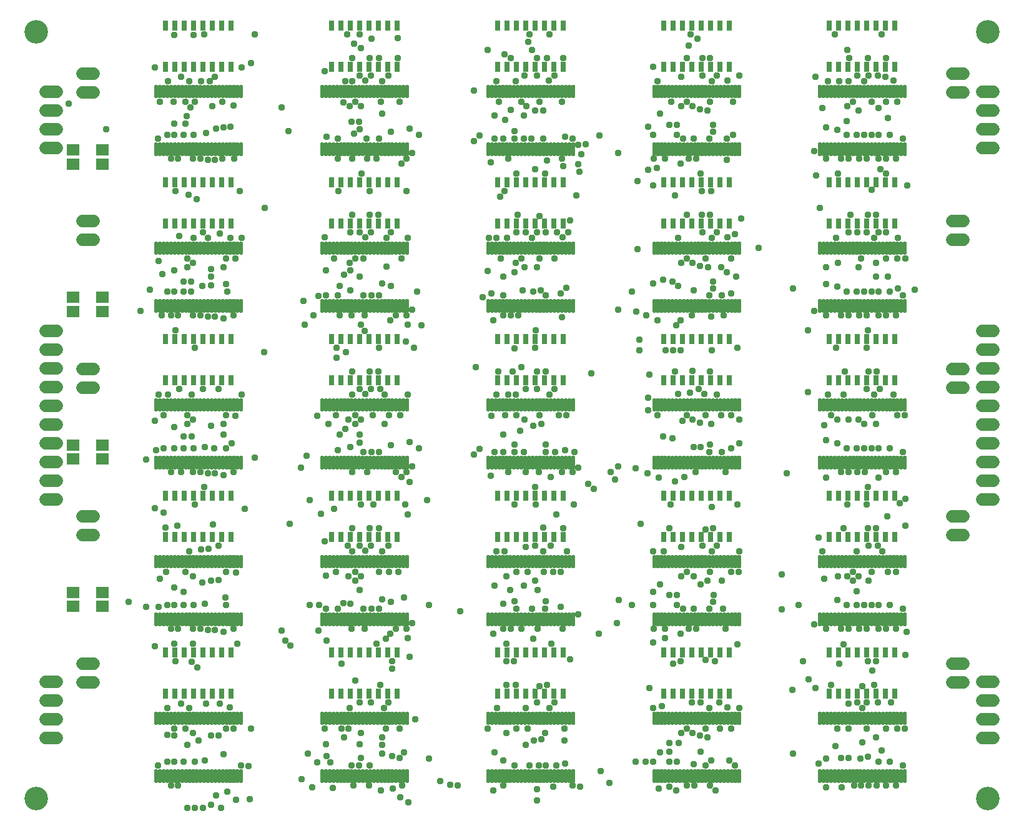
<source format=gbr>
G04 EAGLE Gerber RS-274X export*
G75*
%MOMM*%
%FSLAX34Y34*%
%LPD*%
%INSoldermask Top*%
%IPPOS*%
%AMOC8*
5,1,8,0,0,1.08239X$1,22.5*%
G01*
%ADD10C,3.203200*%
%ADD11R,1.803200X1.503200*%
%ADD12R,0.803200X1.403200*%
%ADD13C,0.402559*%
%ADD14C,1.727200*%
%ADD15C,0.959600*%


D10*
X-120000Y30000D03*
X1170000Y1070000D03*
X-120000Y1070000D03*
X1170000Y30000D03*
D11*
X-30000Y509500D03*
X-30000Y490500D03*
X-30000Y709500D03*
X-30000Y690500D03*
X-30000Y909500D03*
X-30000Y890500D03*
X-30000Y309500D03*
X-30000Y290500D03*
D12*
X55550Y172000D03*
X68250Y172000D03*
X80950Y172000D03*
X93650Y172000D03*
X106350Y172000D03*
X119050Y172000D03*
X131750Y172000D03*
X144450Y172000D03*
X144450Y228000D03*
X131750Y228000D03*
X119050Y228000D03*
X106350Y228000D03*
X93650Y228000D03*
X80950Y228000D03*
X68250Y228000D03*
X55550Y228000D03*
X955550Y384500D03*
X968250Y384500D03*
X980950Y384500D03*
X993650Y384500D03*
X1006350Y384500D03*
X1019050Y384500D03*
X1031750Y384500D03*
X1044450Y384500D03*
X1044450Y440500D03*
X1031750Y440500D03*
X1019050Y440500D03*
X1006350Y440500D03*
X993650Y440500D03*
X980950Y440500D03*
X968250Y440500D03*
X955550Y440500D03*
X55550Y597000D03*
X68250Y597000D03*
X80950Y597000D03*
X93650Y597000D03*
X106350Y597000D03*
X119050Y597000D03*
X131750Y597000D03*
X144450Y597000D03*
X144450Y653000D03*
X131750Y653000D03*
X119050Y653000D03*
X106350Y653000D03*
X93650Y653000D03*
X80950Y653000D03*
X68250Y653000D03*
X55550Y653000D03*
X280550Y597000D03*
X293250Y597000D03*
X305950Y597000D03*
X318650Y597000D03*
X331350Y597000D03*
X344050Y597000D03*
X356750Y597000D03*
X369450Y597000D03*
X369450Y653000D03*
X356750Y653000D03*
X344050Y653000D03*
X331350Y653000D03*
X318650Y653000D03*
X305950Y653000D03*
X293250Y653000D03*
X280550Y653000D03*
X505550Y597000D03*
X518250Y597000D03*
X530950Y597000D03*
X543650Y597000D03*
X556350Y597000D03*
X569050Y597000D03*
X581750Y597000D03*
X594450Y597000D03*
X594450Y653000D03*
X581750Y653000D03*
X569050Y653000D03*
X556350Y653000D03*
X543650Y653000D03*
X530950Y653000D03*
X518250Y653000D03*
X505550Y653000D03*
X730550Y597000D03*
X743250Y597000D03*
X755950Y597000D03*
X768650Y597000D03*
X781350Y597000D03*
X794050Y597000D03*
X806750Y597000D03*
X819450Y597000D03*
X819450Y653000D03*
X806750Y653000D03*
X794050Y653000D03*
X781350Y653000D03*
X768650Y653000D03*
X755950Y653000D03*
X743250Y653000D03*
X730550Y653000D03*
X955550Y597000D03*
X968250Y597000D03*
X980950Y597000D03*
X993650Y597000D03*
X1006350Y597000D03*
X1019050Y597000D03*
X1031750Y597000D03*
X1044450Y597000D03*
X1044450Y653000D03*
X1031750Y653000D03*
X1019050Y653000D03*
X1006350Y653000D03*
X993650Y653000D03*
X980950Y653000D03*
X968250Y653000D03*
X955550Y653000D03*
X55550Y809500D03*
X68250Y809500D03*
X80950Y809500D03*
X93650Y809500D03*
X106350Y809500D03*
X119050Y809500D03*
X131750Y809500D03*
X144450Y809500D03*
X144450Y865500D03*
X131750Y865500D03*
X119050Y865500D03*
X106350Y865500D03*
X93650Y865500D03*
X80950Y865500D03*
X68250Y865500D03*
X55550Y865500D03*
X280550Y809500D03*
X293250Y809500D03*
X305950Y809500D03*
X318650Y809500D03*
X331350Y809500D03*
X344050Y809500D03*
X356750Y809500D03*
X369450Y809500D03*
X369450Y865500D03*
X356750Y865500D03*
X344050Y865500D03*
X331350Y865500D03*
X318650Y865500D03*
X305950Y865500D03*
X293250Y865500D03*
X280550Y865500D03*
X505550Y809500D03*
X518250Y809500D03*
X530950Y809500D03*
X543650Y809500D03*
X556350Y809500D03*
X569050Y809500D03*
X581750Y809500D03*
X594450Y809500D03*
X594450Y865500D03*
X581750Y865500D03*
X569050Y865500D03*
X556350Y865500D03*
X543650Y865500D03*
X530950Y865500D03*
X518250Y865500D03*
X505550Y865500D03*
X730550Y809500D03*
X743250Y809500D03*
X755950Y809500D03*
X768650Y809500D03*
X781350Y809500D03*
X794050Y809500D03*
X806750Y809500D03*
X819450Y809500D03*
X819450Y865500D03*
X806750Y865500D03*
X794050Y865500D03*
X781350Y865500D03*
X768650Y865500D03*
X755950Y865500D03*
X743250Y865500D03*
X730550Y865500D03*
X280550Y172000D03*
X293250Y172000D03*
X305950Y172000D03*
X318650Y172000D03*
X331350Y172000D03*
X344050Y172000D03*
X356750Y172000D03*
X369450Y172000D03*
X369450Y228000D03*
X356750Y228000D03*
X344050Y228000D03*
X331350Y228000D03*
X318650Y228000D03*
X305950Y228000D03*
X293250Y228000D03*
X280550Y228000D03*
X955550Y809500D03*
X968250Y809500D03*
X980950Y809500D03*
X993650Y809500D03*
X1006350Y809500D03*
X1019050Y809500D03*
X1031750Y809500D03*
X1044450Y809500D03*
X1044450Y865500D03*
X1031750Y865500D03*
X1019050Y865500D03*
X1006350Y865500D03*
X993650Y865500D03*
X980950Y865500D03*
X968250Y865500D03*
X955550Y865500D03*
X55550Y1022000D03*
X68250Y1022000D03*
X80950Y1022000D03*
X93650Y1022000D03*
X106350Y1022000D03*
X119050Y1022000D03*
X131750Y1022000D03*
X144450Y1022000D03*
X144450Y1078000D03*
X131750Y1078000D03*
X119050Y1078000D03*
X106350Y1078000D03*
X93650Y1078000D03*
X80950Y1078000D03*
X68250Y1078000D03*
X55550Y1078000D03*
X280550Y1022000D03*
X293250Y1022000D03*
X305950Y1022000D03*
X318650Y1022000D03*
X331350Y1022000D03*
X344050Y1022000D03*
X356750Y1022000D03*
X369450Y1022000D03*
X369450Y1078000D03*
X356750Y1078000D03*
X344050Y1078000D03*
X331350Y1078000D03*
X318650Y1078000D03*
X305950Y1078000D03*
X293250Y1078000D03*
X280550Y1078000D03*
X505550Y1022000D03*
X518250Y1022000D03*
X530950Y1022000D03*
X543650Y1022000D03*
X556350Y1022000D03*
X569050Y1022000D03*
X581750Y1022000D03*
X594450Y1022000D03*
X594450Y1078000D03*
X581750Y1078000D03*
X569050Y1078000D03*
X556350Y1078000D03*
X543650Y1078000D03*
X530950Y1078000D03*
X518250Y1078000D03*
X505550Y1078000D03*
X730550Y1022000D03*
X743250Y1022000D03*
X755950Y1022000D03*
X768650Y1022000D03*
X781350Y1022000D03*
X794050Y1022000D03*
X806750Y1022000D03*
X819450Y1022000D03*
X819450Y1078000D03*
X806750Y1078000D03*
X794050Y1078000D03*
X781350Y1078000D03*
X768650Y1078000D03*
X755950Y1078000D03*
X743250Y1078000D03*
X730550Y1078000D03*
X955550Y1022000D03*
X968250Y1022000D03*
X980950Y1022000D03*
X993650Y1022000D03*
X1006350Y1022000D03*
X1019050Y1022000D03*
X1031750Y1022000D03*
X1044450Y1022000D03*
X1044450Y1078000D03*
X1031750Y1078000D03*
X1019050Y1078000D03*
X1006350Y1078000D03*
X993650Y1078000D03*
X980950Y1078000D03*
X968250Y1078000D03*
X955550Y1078000D03*
X505550Y172000D03*
X518250Y172000D03*
X530950Y172000D03*
X543650Y172000D03*
X556350Y172000D03*
X569050Y172000D03*
X581750Y172000D03*
X594450Y172000D03*
X594450Y228000D03*
X581750Y228000D03*
X569050Y228000D03*
X556350Y228000D03*
X543650Y228000D03*
X530950Y228000D03*
X518250Y228000D03*
X505550Y228000D03*
X730550Y172000D03*
X743250Y172000D03*
X755950Y172000D03*
X768650Y172000D03*
X781350Y172000D03*
X794050Y172000D03*
X806750Y172000D03*
X819450Y172000D03*
X819450Y228000D03*
X806750Y228000D03*
X794050Y228000D03*
X781350Y228000D03*
X768650Y228000D03*
X755950Y228000D03*
X743250Y228000D03*
X730550Y228000D03*
X955550Y172000D03*
X968250Y172000D03*
X980950Y172000D03*
X993650Y172000D03*
X1006350Y172000D03*
X1019050Y172000D03*
X1031750Y172000D03*
X1044450Y172000D03*
X1044450Y228000D03*
X1031750Y228000D03*
X1019050Y228000D03*
X1006350Y228000D03*
X993650Y228000D03*
X980950Y228000D03*
X968250Y228000D03*
X955550Y228000D03*
X55550Y384500D03*
X68250Y384500D03*
X80950Y384500D03*
X93650Y384500D03*
X106350Y384500D03*
X119050Y384500D03*
X131750Y384500D03*
X144450Y384500D03*
X144450Y440500D03*
X131750Y440500D03*
X119050Y440500D03*
X106350Y440500D03*
X93650Y440500D03*
X80950Y440500D03*
X68250Y440500D03*
X55550Y440500D03*
X280550Y384500D03*
X293250Y384500D03*
X305950Y384500D03*
X318650Y384500D03*
X331350Y384500D03*
X344050Y384500D03*
X356750Y384500D03*
X369450Y384500D03*
X369450Y440500D03*
X356750Y440500D03*
X344050Y440500D03*
X331350Y440500D03*
X318650Y440500D03*
X305950Y440500D03*
X293250Y440500D03*
X280550Y440500D03*
X505550Y384500D03*
X518250Y384500D03*
X530950Y384500D03*
X543650Y384500D03*
X556350Y384500D03*
X569050Y384500D03*
X581750Y384500D03*
X594450Y384500D03*
X594450Y440500D03*
X581750Y440500D03*
X569050Y440500D03*
X556350Y440500D03*
X543650Y440500D03*
X530950Y440500D03*
X518250Y440500D03*
X505550Y440500D03*
X730550Y384500D03*
X743250Y384500D03*
X755950Y384500D03*
X768650Y384500D03*
X781350Y384500D03*
X794050Y384500D03*
X806750Y384500D03*
X819450Y384500D03*
X819450Y440500D03*
X806750Y440500D03*
X794050Y440500D03*
X781350Y440500D03*
X768650Y440500D03*
X755950Y440500D03*
X743250Y440500D03*
X730550Y440500D03*
D13*
X43003Y68003D02*
X41997Y68003D01*
X43003Y68003D02*
X43003Y53997D01*
X41997Y53997D01*
X41997Y68003D01*
X41997Y57822D02*
X43003Y57822D01*
X43003Y61647D02*
X41997Y61647D01*
X41997Y65472D02*
X43003Y65472D01*
X43003Y146003D02*
X41997Y146003D01*
X43003Y146003D02*
X43003Y131997D01*
X41997Y131997D01*
X41997Y146003D01*
X41997Y135822D02*
X43003Y135822D01*
X43003Y139647D02*
X41997Y139647D01*
X41997Y143472D02*
X43003Y143472D01*
X46997Y68003D02*
X48003Y68003D01*
X48003Y53997D01*
X46997Y53997D01*
X46997Y68003D01*
X46997Y57822D02*
X48003Y57822D01*
X48003Y61647D02*
X46997Y61647D01*
X46997Y65472D02*
X48003Y65472D01*
X51997Y68003D02*
X53003Y68003D01*
X53003Y53997D01*
X51997Y53997D01*
X51997Y68003D01*
X51997Y57822D02*
X53003Y57822D01*
X53003Y61647D02*
X51997Y61647D01*
X51997Y65472D02*
X53003Y65472D01*
X56997Y68003D02*
X58003Y68003D01*
X58003Y53997D01*
X56997Y53997D01*
X56997Y68003D01*
X56997Y57822D02*
X58003Y57822D01*
X58003Y61647D02*
X56997Y61647D01*
X56997Y65472D02*
X58003Y65472D01*
X61997Y68003D02*
X63003Y68003D01*
X63003Y53997D01*
X61997Y53997D01*
X61997Y68003D01*
X61997Y57822D02*
X63003Y57822D01*
X63003Y61647D02*
X61997Y61647D01*
X61997Y65472D02*
X63003Y65472D01*
X66997Y68003D02*
X68003Y68003D01*
X68003Y53997D01*
X66997Y53997D01*
X66997Y68003D01*
X66997Y57822D02*
X68003Y57822D01*
X68003Y61647D02*
X66997Y61647D01*
X66997Y65472D02*
X68003Y65472D01*
X71997Y68003D02*
X73003Y68003D01*
X73003Y53997D01*
X71997Y53997D01*
X71997Y68003D01*
X71997Y57822D02*
X73003Y57822D01*
X73003Y61647D02*
X71997Y61647D01*
X71997Y65472D02*
X73003Y65472D01*
X76997Y68003D02*
X78003Y68003D01*
X78003Y53997D01*
X76997Y53997D01*
X76997Y68003D01*
X76997Y57822D02*
X78003Y57822D01*
X78003Y61647D02*
X76997Y61647D01*
X76997Y65472D02*
X78003Y65472D01*
X81997Y68003D02*
X83003Y68003D01*
X83003Y53997D01*
X81997Y53997D01*
X81997Y68003D01*
X81997Y57822D02*
X83003Y57822D01*
X83003Y61647D02*
X81997Y61647D01*
X81997Y65472D02*
X83003Y65472D01*
X86997Y68003D02*
X88003Y68003D01*
X88003Y53997D01*
X86997Y53997D01*
X86997Y68003D01*
X86997Y57822D02*
X88003Y57822D01*
X88003Y61647D02*
X86997Y61647D01*
X86997Y65472D02*
X88003Y65472D01*
X91997Y68003D02*
X93003Y68003D01*
X93003Y53997D01*
X91997Y53997D01*
X91997Y68003D01*
X91997Y57822D02*
X93003Y57822D01*
X93003Y61647D02*
X91997Y61647D01*
X91997Y65472D02*
X93003Y65472D01*
X96997Y68003D02*
X98003Y68003D01*
X98003Y53997D01*
X96997Y53997D01*
X96997Y68003D01*
X96997Y57822D02*
X98003Y57822D01*
X98003Y61647D02*
X96997Y61647D01*
X96997Y65472D02*
X98003Y65472D01*
X101997Y68003D02*
X103003Y68003D01*
X103003Y53997D01*
X101997Y53997D01*
X101997Y68003D01*
X101997Y57822D02*
X103003Y57822D01*
X103003Y61647D02*
X101997Y61647D01*
X101997Y65472D02*
X103003Y65472D01*
X106997Y68003D02*
X108003Y68003D01*
X108003Y53997D01*
X106997Y53997D01*
X106997Y68003D01*
X106997Y57822D02*
X108003Y57822D01*
X108003Y61647D02*
X106997Y61647D01*
X106997Y65472D02*
X108003Y65472D01*
X111997Y68003D02*
X113003Y68003D01*
X113003Y53997D01*
X111997Y53997D01*
X111997Y68003D01*
X111997Y57822D02*
X113003Y57822D01*
X113003Y61647D02*
X111997Y61647D01*
X111997Y65472D02*
X113003Y65472D01*
X116997Y68003D02*
X118003Y68003D01*
X118003Y53997D01*
X116997Y53997D01*
X116997Y68003D01*
X116997Y57822D02*
X118003Y57822D01*
X118003Y61647D02*
X116997Y61647D01*
X116997Y65472D02*
X118003Y65472D01*
X121997Y68003D02*
X123003Y68003D01*
X123003Y53997D01*
X121997Y53997D01*
X121997Y68003D01*
X121997Y57822D02*
X123003Y57822D01*
X123003Y61647D02*
X121997Y61647D01*
X121997Y65472D02*
X123003Y65472D01*
X126997Y68003D02*
X128003Y68003D01*
X128003Y53997D01*
X126997Y53997D01*
X126997Y68003D01*
X126997Y57822D02*
X128003Y57822D01*
X128003Y61647D02*
X126997Y61647D01*
X126997Y65472D02*
X128003Y65472D01*
X131997Y68003D02*
X133003Y68003D01*
X133003Y53997D01*
X131997Y53997D01*
X131997Y68003D01*
X131997Y57822D02*
X133003Y57822D01*
X133003Y61647D02*
X131997Y61647D01*
X131997Y65472D02*
X133003Y65472D01*
X136997Y68003D02*
X138003Y68003D01*
X138003Y53997D01*
X136997Y53997D01*
X136997Y68003D01*
X136997Y57822D02*
X138003Y57822D01*
X138003Y61647D02*
X136997Y61647D01*
X136997Y65472D02*
X138003Y65472D01*
X141997Y68003D02*
X143003Y68003D01*
X143003Y53997D01*
X141997Y53997D01*
X141997Y68003D01*
X141997Y57822D02*
X143003Y57822D01*
X143003Y61647D02*
X141997Y61647D01*
X141997Y65472D02*
X143003Y65472D01*
X146997Y68003D02*
X148003Y68003D01*
X148003Y53997D01*
X146997Y53997D01*
X146997Y68003D01*
X146997Y57822D02*
X148003Y57822D01*
X148003Y61647D02*
X146997Y61647D01*
X146997Y65472D02*
X148003Y65472D01*
X151997Y68003D02*
X153003Y68003D01*
X153003Y53997D01*
X151997Y53997D01*
X151997Y68003D01*
X151997Y57822D02*
X153003Y57822D01*
X153003Y61647D02*
X151997Y61647D01*
X151997Y65472D02*
X153003Y65472D01*
X156997Y68003D02*
X158003Y68003D01*
X158003Y53997D01*
X156997Y53997D01*
X156997Y68003D01*
X156997Y57822D02*
X158003Y57822D01*
X158003Y61647D02*
X156997Y61647D01*
X156997Y65472D02*
X158003Y65472D01*
X48003Y146003D02*
X46997Y146003D01*
X48003Y146003D02*
X48003Y131997D01*
X46997Y131997D01*
X46997Y146003D01*
X46997Y135822D02*
X48003Y135822D01*
X48003Y139647D02*
X46997Y139647D01*
X46997Y143472D02*
X48003Y143472D01*
X51997Y146003D02*
X53003Y146003D01*
X53003Y131997D01*
X51997Y131997D01*
X51997Y146003D01*
X51997Y135822D02*
X53003Y135822D01*
X53003Y139647D02*
X51997Y139647D01*
X51997Y143472D02*
X53003Y143472D01*
X56997Y146003D02*
X58003Y146003D01*
X58003Y131997D01*
X56997Y131997D01*
X56997Y146003D01*
X56997Y135822D02*
X58003Y135822D01*
X58003Y139647D02*
X56997Y139647D01*
X56997Y143472D02*
X58003Y143472D01*
X61997Y146003D02*
X63003Y146003D01*
X63003Y131997D01*
X61997Y131997D01*
X61997Y146003D01*
X61997Y135822D02*
X63003Y135822D01*
X63003Y139647D02*
X61997Y139647D01*
X61997Y143472D02*
X63003Y143472D01*
X66997Y146003D02*
X68003Y146003D01*
X68003Y131997D01*
X66997Y131997D01*
X66997Y146003D01*
X66997Y135822D02*
X68003Y135822D01*
X68003Y139647D02*
X66997Y139647D01*
X66997Y143472D02*
X68003Y143472D01*
X71997Y146003D02*
X73003Y146003D01*
X73003Y131997D01*
X71997Y131997D01*
X71997Y146003D01*
X71997Y135822D02*
X73003Y135822D01*
X73003Y139647D02*
X71997Y139647D01*
X71997Y143472D02*
X73003Y143472D01*
X76997Y146003D02*
X78003Y146003D01*
X78003Y131997D01*
X76997Y131997D01*
X76997Y146003D01*
X76997Y135822D02*
X78003Y135822D01*
X78003Y139647D02*
X76997Y139647D01*
X76997Y143472D02*
X78003Y143472D01*
X81997Y146003D02*
X83003Y146003D01*
X83003Y131997D01*
X81997Y131997D01*
X81997Y146003D01*
X81997Y135822D02*
X83003Y135822D01*
X83003Y139647D02*
X81997Y139647D01*
X81997Y143472D02*
X83003Y143472D01*
X86997Y146003D02*
X88003Y146003D01*
X88003Y131997D01*
X86997Y131997D01*
X86997Y146003D01*
X86997Y135822D02*
X88003Y135822D01*
X88003Y139647D02*
X86997Y139647D01*
X86997Y143472D02*
X88003Y143472D01*
X91997Y146003D02*
X93003Y146003D01*
X93003Y131997D01*
X91997Y131997D01*
X91997Y146003D01*
X91997Y135822D02*
X93003Y135822D01*
X93003Y139647D02*
X91997Y139647D01*
X91997Y143472D02*
X93003Y143472D01*
X96997Y146003D02*
X98003Y146003D01*
X98003Y131997D01*
X96997Y131997D01*
X96997Y146003D01*
X96997Y135822D02*
X98003Y135822D01*
X98003Y139647D02*
X96997Y139647D01*
X96997Y143472D02*
X98003Y143472D01*
X101997Y146003D02*
X103003Y146003D01*
X103003Y131997D01*
X101997Y131997D01*
X101997Y146003D01*
X101997Y135822D02*
X103003Y135822D01*
X103003Y139647D02*
X101997Y139647D01*
X101997Y143472D02*
X103003Y143472D01*
X106997Y146003D02*
X108003Y146003D01*
X108003Y131997D01*
X106997Y131997D01*
X106997Y146003D01*
X106997Y135822D02*
X108003Y135822D01*
X108003Y139647D02*
X106997Y139647D01*
X106997Y143472D02*
X108003Y143472D01*
X111997Y146003D02*
X113003Y146003D01*
X113003Y131997D01*
X111997Y131997D01*
X111997Y146003D01*
X111997Y135822D02*
X113003Y135822D01*
X113003Y139647D02*
X111997Y139647D01*
X111997Y143472D02*
X113003Y143472D01*
X116997Y146003D02*
X118003Y146003D01*
X118003Y131997D01*
X116997Y131997D01*
X116997Y146003D01*
X116997Y135822D02*
X118003Y135822D01*
X118003Y139647D02*
X116997Y139647D01*
X116997Y143472D02*
X118003Y143472D01*
X121997Y146003D02*
X123003Y146003D01*
X123003Y131997D01*
X121997Y131997D01*
X121997Y146003D01*
X121997Y135822D02*
X123003Y135822D01*
X123003Y139647D02*
X121997Y139647D01*
X121997Y143472D02*
X123003Y143472D01*
X126997Y146003D02*
X128003Y146003D01*
X128003Y131997D01*
X126997Y131997D01*
X126997Y146003D01*
X126997Y135822D02*
X128003Y135822D01*
X128003Y139647D02*
X126997Y139647D01*
X126997Y143472D02*
X128003Y143472D01*
X131997Y146003D02*
X133003Y146003D01*
X133003Y131997D01*
X131997Y131997D01*
X131997Y146003D01*
X131997Y135822D02*
X133003Y135822D01*
X133003Y139647D02*
X131997Y139647D01*
X131997Y143472D02*
X133003Y143472D01*
X136997Y146003D02*
X138003Y146003D01*
X138003Y131997D01*
X136997Y131997D01*
X136997Y146003D01*
X136997Y135822D02*
X138003Y135822D01*
X138003Y139647D02*
X136997Y139647D01*
X136997Y143472D02*
X138003Y143472D01*
X141997Y146003D02*
X143003Y146003D01*
X143003Y131997D01*
X141997Y131997D01*
X141997Y146003D01*
X141997Y135822D02*
X143003Y135822D01*
X143003Y139647D02*
X141997Y139647D01*
X141997Y143472D02*
X143003Y143472D01*
X146997Y146003D02*
X148003Y146003D01*
X148003Y131997D01*
X146997Y131997D01*
X146997Y146003D01*
X146997Y135822D02*
X148003Y135822D01*
X148003Y139647D02*
X146997Y139647D01*
X146997Y143472D02*
X148003Y143472D01*
X151997Y146003D02*
X153003Y146003D01*
X153003Y131997D01*
X151997Y131997D01*
X151997Y146003D01*
X151997Y135822D02*
X153003Y135822D01*
X153003Y139647D02*
X151997Y139647D01*
X151997Y143472D02*
X153003Y143472D01*
X156997Y146003D02*
X158003Y146003D01*
X158003Y131997D01*
X156997Y131997D01*
X156997Y146003D01*
X156997Y135822D02*
X158003Y135822D01*
X158003Y139647D02*
X156997Y139647D01*
X156997Y143472D02*
X158003Y143472D01*
X941997Y280503D02*
X943003Y280503D01*
X943003Y266497D01*
X941997Y266497D01*
X941997Y280503D01*
X941997Y270322D02*
X943003Y270322D01*
X943003Y274147D02*
X941997Y274147D01*
X941997Y277972D02*
X943003Y277972D01*
X943003Y358503D02*
X941997Y358503D01*
X943003Y358503D02*
X943003Y344497D01*
X941997Y344497D01*
X941997Y358503D01*
X941997Y348322D02*
X943003Y348322D01*
X943003Y352147D02*
X941997Y352147D01*
X941997Y355972D02*
X943003Y355972D01*
X946997Y280503D02*
X948003Y280503D01*
X948003Y266497D01*
X946997Y266497D01*
X946997Y280503D01*
X946997Y270322D02*
X948003Y270322D01*
X948003Y274147D02*
X946997Y274147D01*
X946997Y277972D02*
X948003Y277972D01*
X951997Y280503D02*
X953003Y280503D01*
X953003Y266497D01*
X951997Y266497D01*
X951997Y280503D01*
X951997Y270322D02*
X953003Y270322D01*
X953003Y274147D02*
X951997Y274147D01*
X951997Y277972D02*
X953003Y277972D01*
X956997Y280503D02*
X958003Y280503D01*
X958003Y266497D01*
X956997Y266497D01*
X956997Y280503D01*
X956997Y270322D02*
X958003Y270322D01*
X958003Y274147D02*
X956997Y274147D01*
X956997Y277972D02*
X958003Y277972D01*
X961997Y280503D02*
X963003Y280503D01*
X963003Y266497D01*
X961997Y266497D01*
X961997Y280503D01*
X961997Y270322D02*
X963003Y270322D01*
X963003Y274147D02*
X961997Y274147D01*
X961997Y277972D02*
X963003Y277972D01*
X966997Y280503D02*
X968003Y280503D01*
X968003Y266497D01*
X966997Y266497D01*
X966997Y280503D01*
X966997Y270322D02*
X968003Y270322D01*
X968003Y274147D02*
X966997Y274147D01*
X966997Y277972D02*
X968003Y277972D01*
X971997Y280503D02*
X973003Y280503D01*
X973003Y266497D01*
X971997Y266497D01*
X971997Y280503D01*
X971997Y270322D02*
X973003Y270322D01*
X973003Y274147D02*
X971997Y274147D01*
X971997Y277972D02*
X973003Y277972D01*
X976997Y280503D02*
X978003Y280503D01*
X978003Y266497D01*
X976997Y266497D01*
X976997Y280503D01*
X976997Y270322D02*
X978003Y270322D01*
X978003Y274147D02*
X976997Y274147D01*
X976997Y277972D02*
X978003Y277972D01*
X981997Y280503D02*
X983003Y280503D01*
X983003Y266497D01*
X981997Y266497D01*
X981997Y280503D01*
X981997Y270322D02*
X983003Y270322D01*
X983003Y274147D02*
X981997Y274147D01*
X981997Y277972D02*
X983003Y277972D01*
X986997Y280503D02*
X988003Y280503D01*
X988003Y266497D01*
X986997Y266497D01*
X986997Y280503D01*
X986997Y270322D02*
X988003Y270322D01*
X988003Y274147D02*
X986997Y274147D01*
X986997Y277972D02*
X988003Y277972D01*
X991997Y280503D02*
X993003Y280503D01*
X993003Y266497D01*
X991997Y266497D01*
X991997Y280503D01*
X991997Y270322D02*
X993003Y270322D01*
X993003Y274147D02*
X991997Y274147D01*
X991997Y277972D02*
X993003Y277972D01*
X996997Y280503D02*
X998003Y280503D01*
X998003Y266497D01*
X996997Y266497D01*
X996997Y280503D01*
X996997Y270322D02*
X998003Y270322D01*
X998003Y274147D02*
X996997Y274147D01*
X996997Y277972D02*
X998003Y277972D01*
X1001997Y280503D02*
X1003003Y280503D01*
X1003003Y266497D01*
X1001997Y266497D01*
X1001997Y280503D01*
X1001997Y270322D02*
X1003003Y270322D01*
X1003003Y274147D02*
X1001997Y274147D01*
X1001997Y277972D02*
X1003003Y277972D01*
X1006997Y280503D02*
X1008003Y280503D01*
X1008003Y266497D01*
X1006997Y266497D01*
X1006997Y280503D01*
X1006997Y270322D02*
X1008003Y270322D01*
X1008003Y274147D02*
X1006997Y274147D01*
X1006997Y277972D02*
X1008003Y277972D01*
X1011997Y280503D02*
X1013003Y280503D01*
X1013003Y266497D01*
X1011997Y266497D01*
X1011997Y280503D01*
X1011997Y270322D02*
X1013003Y270322D01*
X1013003Y274147D02*
X1011997Y274147D01*
X1011997Y277972D02*
X1013003Y277972D01*
X1016997Y280503D02*
X1018003Y280503D01*
X1018003Y266497D01*
X1016997Y266497D01*
X1016997Y280503D01*
X1016997Y270322D02*
X1018003Y270322D01*
X1018003Y274147D02*
X1016997Y274147D01*
X1016997Y277972D02*
X1018003Y277972D01*
X1021997Y280503D02*
X1023003Y280503D01*
X1023003Y266497D01*
X1021997Y266497D01*
X1021997Y280503D01*
X1021997Y270322D02*
X1023003Y270322D01*
X1023003Y274147D02*
X1021997Y274147D01*
X1021997Y277972D02*
X1023003Y277972D01*
X1026997Y280503D02*
X1028003Y280503D01*
X1028003Y266497D01*
X1026997Y266497D01*
X1026997Y280503D01*
X1026997Y270322D02*
X1028003Y270322D01*
X1028003Y274147D02*
X1026997Y274147D01*
X1026997Y277972D02*
X1028003Y277972D01*
X1031997Y280503D02*
X1033003Y280503D01*
X1033003Y266497D01*
X1031997Y266497D01*
X1031997Y280503D01*
X1031997Y270322D02*
X1033003Y270322D01*
X1033003Y274147D02*
X1031997Y274147D01*
X1031997Y277972D02*
X1033003Y277972D01*
X1036997Y280503D02*
X1038003Y280503D01*
X1038003Y266497D01*
X1036997Y266497D01*
X1036997Y280503D01*
X1036997Y270322D02*
X1038003Y270322D01*
X1038003Y274147D02*
X1036997Y274147D01*
X1036997Y277972D02*
X1038003Y277972D01*
X1041997Y280503D02*
X1043003Y280503D01*
X1043003Y266497D01*
X1041997Y266497D01*
X1041997Y280503D01*
X1041997Y270322D02*
X1043003Y270322D01*
X1043003Y274147D02*
X1041997Y274147D01*
X1041997Y277972D02*
X1043003Y277972D01*
X1046997Y280503D02*
X1048003Y280503D01*
X1048003Y266497D01*
X1046997Y266497D01*
X1046997Y280503D01*
X1046997Y270322D02*
X1048003Y270322D01*
X1048003Y274147D02*
X1046997Y274147D01*
X1046997Y277972D02*
X1048003Y277972D01*
X1051997Y280503D02*
X1053003Y280503D01*
X1053003Y266497D01*
X1051997Y266497D01*
X1051997Y280503D01*
X1051997Y270322D02*
X1053003Y270322D01*
X1053003Y274147D02*
X1051997Y274147D01*
X1051997Y277972D02*
X1053003Y277972D01*
X1056997Y280503D02*
X1058003Y280503D01*
X1058003Y266497D01*
X1056997Y266497D01*
X1056997Y280503D01*
X1056997Y270322D02*
X1058003Y270322D01*
X1058003Y274147D02*
X1056997Y274147D01*
X1056997Y277972D02*
X1058003Y277972D01*
X948003Y358503D02*
X946997Y358503D01*
X948003Y358503D02*
X948003Y344497D01*
X946997Y344497D01*
X946997Y358503D01*
X946997Y348322D02*
X948003Y348322D01*
X948003Y352147D02*
X946997Y352147D01*
X946997Y355972D02*
X948003Y355972D01*
X951997Y358503D02*
X953003Y358503D01*
X953003Y344497D01*
X951997Y344497D01*
X951997Y358503D01*
X951997Y348322D02*
X953003Y348322D01*
X953003Y352147D02*
X951997Y352147D01*
X951997Y355972D02*
X953003Y355972D01*
X956997Y358503D02*
X958003Y358503D01*
X958003Y344497D01*
X956997Y344497D01*
X956997Y358503D01*
X956997Y348322D02*
X958003Y348322D01*
X958003Y352147D02*
X956997Y352147D01*
X956997Y355972D02*
X958003Y355972D01*
X961997Y358503D02*
X963003Y358503D01*
X963003Y344497D01*
X961997Y344497D01*
X961997Y358503D01*
X961997Y348322D02*
X963003Y348322D01*
X963003Y352147D02*
X961997Y352147D01*
X961997Y355972D02*
X963003Y355972D01*
X966997Y358503D02*
X968003Y358503D01*
X968003Y344497D01*
X966997Y344497D01*
X966997Y358503D01*
X966997Y348322D02*
X968003Y348322D01*
X968003Y352147D02*
X966997Y352147D01*
X966997Y355972D02*
X968003Y355972D01*
X971997Y358503D02*
X973003Y358503D01*
X973003Y344497D01*
X971997Y344497D01*
X971997Y358503D01*
X971997Y348322D02*
X973003Y348322D01*
X973003Y352147D02*
X971997Y352147D01*
X971997Y355972D02*
X973003Y355972D01*
X976997Y358503D02*
X978003Y358503D01*
X978003Y344497D01*
X976997Y344497D01*
X976997Y358503D01*
X976997Y348322D02*
X978003Y348322D01*
X978003Y352147D02*
X976997Y352147D01*
X976997Y355972D02*
X978003Y355972D01*
X981997Y358503D02*
X983003Y358503D01*
X983003Y344497D01*
X981997Y344497D01*
X981997Y358503D01*
X981997Y348322D02*
X983003Y348322D01*
X983003Y352147D02*
X981997Y352147D01*
X981997Y355972D02*
X983003Y355972D01*
X986997Y358503D02*
X988003Y358503D01*
X988003Y344497D01*
X986997Y344497D01*
X986997Y358503D01*
X986997Y348322D02*
X988003Y348322D01*
X988003Y352147D02*
X986997Y352147D01*
X986997Y355972D02*
X988003Y355972D01*
X991997Y358503D02*
X993003Y358503D01*
X993003Y344497D01*
X991997Y344497D01*
X991997Y358503D01*
X991997Y348322D02*
X993003Y348322D01*
X993003Y352147D02*
X991997Y352147D01*
X991997Y355972D02*
X993003Y355972D01*
X996997Y358503D02*
X998003Y358503D01*
X998003Y344497D01*
X996997Y344497D01*
X996997Y358503D01*
X996997Y348322D02*
X998003Y348322D01*
X998003Y352147D02*
X996997Y352147D01*
X996997Y355972D02*
X998003Y355972D01*
X1001997Y358503D02*
X1003003Y358503D01*
X1003003Y344497D01*
X1001997Y344497D01*
X1001997Y358503D01*
X1001997Y348322D02*
X1003003Y348322D01*
X1003003Y352147D02*
X1001997Y352147D01*
X1001997Y355972D02*
X1003003Y355972D01*
X1006997Y358503D02*
X1008003Y358503D01*
X1008003Y344497D01*
X1006997Y344497D01*
X1006997Y358503D01*
X1006997Y348322D02*
X1008003Y348322D01*
X1008003Y352147D02*
X1006997Y352147D01*
X1006997Y355972D02*
X1008003Y355972D01*
X1011997Y358503D02*
X1013003Y358503D01*
X1013003Y344497D01*
X1011997Y344497D01*
X1011997Y358503D01*
X1011997Y348322D02*
X1013003Y348322D01*
X1013003Y352147D02*
X1011997Y352147D01*
X1011997Y355972D02*
X1013003Y355972D01*
X1016997Y358503D02*
X1018003Y358503D01*
X1018003Y344497D01*
X1016997Y344497D01*
X1016997Y358503D01*
X1016997Y348322D02*
X1018003Y348322D01*
X1018003Y352147D02*
X1016997Y352147D01*
X1016997Y355972D02*
X1018003Y355972D01*
X1021997Y358503D02*
X1023003Y358503D01*
X1023003Y344497D01*
X1021997Y344497D01*
X1021997Y358503D01*
X1021997Y348322D02*
X1023003Y348322D01*
X1023003Y352147D02*
X1021997Y352147D01*
X1021997Y355972D02*
X1023003Y355972D01*
X1026997Y358503D02*
X1028003Y358503D01*
X1028003Y344497D01*
X1026997Y344497D01*
X1026997Y358503D01*
X1026997Y348322D02*
X1028003Y348322D01*
X1028003Y352147D02*
X1026997Y352147D01*
X1026997Y355972D02*
X1028003Y355972D01*
X1031997Y358503D02*
X1033003Y358503D01*
X1033003Y344497D01*
X1031997Y344497D01*
X1031997Y358503D01*
X1031997Y348322D02*
X1033003Y348322D01*
X1033003Y352147D02*
X1031997Y352147D01*
X1031997Y355972D02*
X1033003Y355972D01*
X1036997Y358503D02*
X1038003Y358503D01*
X1038003Y344497D01*
X1036997Y344497D01*
X1036997Y358503D01*
X1036997Y348322D02*
X1038003Y348322D01*
X1038003Y352147D02*
X1036997Y352147D01*
X1036997Y355972D02*
X1038003Y355972D01*
X1041997Y358503D02*
X1043003Y358503D01*
X1043003Y344497D01*
X1041997Y344497D01*
X1041997Y358503D01*
X1041997Y348322D02*
X1043003Y348322D01*
X1043003Y352147D02*
X1041997Y352147D01*
X1041997Y355972D02*
X1043003Y355972D01*
X1046997Y358503D02*
X1048003Y358503D01*
X1048003Y344497D01*
X1046997Y344497D01*
X1046997Y358503D01*
X1046997Y348322D02*
X1048003Y348322D01*
X1048003Y352147D02*
X1046997Y352147D01*
X1046997Y355972D02*
X1048003Y355972D01*
X1051997Y358503D02*
X1053003Y358503D01*
X1053003Y344497D01*
X1051997Y344497D01*
X1051997Y358503D01*
X1051997Y348322D02*
X1053003Y348322D01*
X1053003Y352147D02*
X1051997Y352147D01*
X1051997Y355972D02*
X1053003Y355972D01*
X1056997Y358503D02*
X1058003Y358503D01*
X1058003Y344497D01*
X1056997Y344497D01*
X1056997Y358503D01*
X1056997Y348322D02*
X1058003Y348322D01*
X1058003Y352147D02*
X1056997Y352147D01*
X1056997Y355972D02*
X1058003Y355972D01*
X43003Y493003D02*
X41997Y493003D01*
X43003Y493003D02*
X43003Y478997D01*
X41997Y478997D01*
X41997Y493003D01*
X41997Y482822D02*
X43003Y482822D01*
X43003Y486647D02*
X41997Y486647D01*
X41997Y490472D02*
X43003Y490472D01*
X43003Y571003D02*
X41997Y571003D01*
X43003Y571003D02*
X43003Y556997D01*
X41997Y556997D01*
X41997Y571003D01*
X41997Y560822D02*
X43003Y560822D01*
X43003Y564647D02*
X41997Y564647D01*
X41997Y568472D02*
X43003Y568472D01*
X46997Y493003D02*
X48003Y493003D01*
X48003Y478997D01*
X46997Y478997D01*
X46997Y493003D01*
X46997Y482822D02*
X48003Y482822D01*
X48003Y486647D02*
X46997Y486647D01*
X46997Y490472D02*
X48003Y490472D01*
X51997Y493003D02*
X53003Y493003D01*
X53003Y478997D01*
X51997Y478997D01*
X51997Y493003D01*
X51997Y482822D02*
X53003Y482822D01*
X53003Y486647D02*
X51997Y486647D01*
X51997Y490472D02*
X53003Y490472D01*
X56997Y493003D02*
X58003Y493003D01*
X58003Y478997D01*
X56997Y478997D01*
X56997Y493003D01*
X56997Y482822D02*
X58003Y482822D01*
X58003Y486647D02*
X56997Y486647D01*
X56997Y490472D02*
X58003Y490472D01*
X61997Y493003D02*
X63003Y493003D01*
X63003Y478997D01*
X61997Y478997D01*
X61997Y493003D01*
X61997Y482822D02*
X63003Y482822D01*
X63003Y486647D02*
X61997Y486647D01*
X61997Y490472D02*
X63003Y490472D01*
X66997Y493003D02*
X68003Y493003D01*
X68003Y478997D01*
X66997Y478997D01*
X66997Y493003D01*
X66997Y482822D02*
X68003Y482822D01*
X68003Y486647D02*
X66997Y486647D01*
X66997Y490472D02*
X68003Y490472D01*
X71997Y493003D02*
X73003Y493003D01*
X73003Y478997D01*
X71997Y478997D01*
X71997Y493003D01*
X71997Y482822D02*
X73003Y482822D01*
X73003Y486647D02*
X71997Y486647D01*
X71997Y490472D02*
X73003Y490472D01*
X76997Y493003D02*
X78003Y493003D01*
X78003Y478997D01*
X76997Y478997D01*
X76997Y493003D01*
X76997Y482822D02*
X78003Y482822D01*
X78003Y486647D02*
X76997Y486647D01*
X76997Y490472D02*
X78003Y490472D01*
X81997Y493003D02*
X83003Y493003D01*
X83003Y478997D01*
X81997Y478997D01*
X81997Y493003D01*
X81997Y482822D02*
X83003Y482822D01*
X83003Y486647D02*
X81997Y486647D01*
X81997Y490472D02*
X83003Y490472D01*
X86997Y493003D02*
X88003Y493003D01*
X88003Y478997D01*
X86997Y478997D01*
X86997Y493003D01*
X86997Y482822D02*
X88003Y482822D01*
X88003Y486647D02*
X86997Y486647D01*
X86997Y490472D02*
X88003Y490472D01*
X91997Y493003D02*
X93003Y493003D01*
X93003Y478997D01*
X91997Y478997D01*
X91997Y493003D01*
X91997Y482822D02*
X93003Y482822D01*
X93003Y486647D02*
X91997Y486647D01*
X91997Y490472D02*
X93003Y490472D01*
X96997Y493003D02*
X98003Y493003D01*
X98003Y478997D01*
X96997Y478997D01*
X96997Y493003D01*
X96997Y482822D02*
X98003Y482822D01*
X98003Y486647D02*
X96997Y486647D01*
X96997Y490472D02*
X98003Y490472D01*
X101997Y493003D02*
X103003Y493003D01*
X103003Y478997D01*
X101997Y478997D01*
X101997Y493003D01*
X101997Y482822D02*
X103003Y482822D01*
X103003Y486647D02*
X101997Y486647D01*
X101997Y490472D02*
X103003Y490472D01*
X106997Y493003D02*
X108003Y493003D01*
X108003Y478997D01*
X106997Y478997D01*
X106997Y493003D01*
X106997Y482822D02*
X108003Y482822D01*
X108003Y486647D02*
X106997Y486647D01*
X106997Y490472D02*
X108003Y490472D01*
X111997Y493003D02*
X113003Y493003D01*
X113003Y478997D01*
X111997Y478997D01*
X111997Y493003D01*
X111997Y482822D02*
X113003Y482822D01*
X113003Y486647D02*
X111997Y486647D01*
X111997Y490472D02*
X113003Y490472D01*
X116997Y493003D02*
X118003Y493003D01*
X118003Y478997D01*
X116997Y478997D01*
X116997Y493003D01*
X116997Y482822D02*
X118003Y482822D01*
X118003Y486647D02*
X116997Y486647D01*
X116997Y490472D02*
X118003Y490472D01*
X121997Y493003D02*
X123003Y493003D01*
X123003Y478997D01*
X121997Y478997D01*
X121997Y493003D01*
X121997Y482822D02*
X123003Y482822D01*
X123003Y486647D02*
X121997Y486647D01*
X121997Y490472D02*
X123003Y490472D01*
X126997Y493003D02*
X128003Y493003D01*
X128003Y478997D01*
X126997Y478997D01*
X126997Y493003D01*
X126997Y482822D02*
X128003Y482822D01*
X128003Y486647D02*
X126997Y486647D01*
X126997Y490472D02*
X128003Y490472D01*
X131997Y493003D02*
X133003Y493003D01*
X133003Y478997D01*
X131997Y478997D01*
X131997Y493003D01*
X131997Y482822D02*
X133003Y482822D01*
X133003Y486647D02*
X131997Y486647D01*
X131997Y490472D02*
X133003Y490472D01*
X136997Y493003D02*
X138003Y493003D01*
X138003Y478997D01*
X136997Y478997D01*
X136997Y493003D01*
X136997Y482822D02*
X138003Y482822D01*
X138003Y486647D02*
X136997Y486647D01*
X136997Y490472D02*
X138003Y490472D01*
X141997Y493003D02*
X143003Y493003D01*
X143003Y478997D01*
X141997Y478997D01*
X141997Y493003D01*
X141997Y482822D02*
X143003Y482822D01*
X143003Y486647D02*
X141997Y486647D01*
X141997Y490472D02*
X143003Y490472D01*
X146997Y493003D02*
X148003Y493003D01*
X148003Y478997D01*
X146997Y478997D01*
X146997Y493003D01*
X146997Y482822D02*
X148003Y482822D01*
X148003Y486647D02*
X146997Y486647D01*
X146997Y490472D02*
X148003Y490472D01*
X151997Y493003D02*
X153003Y493003D01*
X153003Y478997D01*
X151997Y478997D01*
X151997Y493003D01*
X151997Y482822D02*
X153003Y482822D01*
X153003Y486647D02*
X151997Y486647D01*
X151997Y490472D02*
X153003Y490472D01*
X156997Y493003D02*
X158003Y493003D01*
X158003Y478997D01*
X156997Y478997D01*
X156997Y493003D01*
X156997Y482822D02*
X158003Y482822D01*
X158003Y486647D02*
X156997Y486647D01*
X156997Y490472D02*
X158003Y490472D01*
X48003Y571003D02*
X46997Y571003D01*
X48003Y571003D02*
X48003Y556997D01*
X46997Y556997D01*
X46997Y571003D01*
X46997Y560822D02*
X48003Y560822D01*
X48003Y564647D02*
X46997Y564647D01*
X46997Y568472D02*
X48003Y568472D01*
X51997Y571003D02*
X53003Y571003D01*
X53003Y556997D01*
X51997Y556997D01*
X51997Y571003D01*
X51997Y560822D02*
X53003Y560822D01*
X53003Y564647D02*
X51997Y564647D01*
X51997Y568472D02*
X53003Y568472D01*
X56997Y571003D02*
X58003Y571003D01*
X58003Y556997D01*
X56997Y556997D01*
X56997Y571003D01*
X56997Y560822D02*
X58003Y560822D01*
X58003Y564647D02*
X56997Y564647D01*
X56997Y568472D02*
X58003Y568472D01*
X61997Y571003D02*
X63003Y571003D01*
X63003Y556997D01*
X61997Y556997D01*
X61997Y571003D01*
X61997Y560822D02*
X63003Y560822D01*
X63003Y564647D02*
X61997Y564647D01*
X61997Y568472D02*
X63003Y568472D01*
X66997Y571003D02*
X68003Y571003D01*
X68003Y556997D01*
X66997Y556997D01*
X66997Y571003D01*
X66997Y560822D02*
X68003Y560822D01*
X68003Y564647D02*
X66997Y564647D01*
X66997Y568472D02*
X68003Y568472D01*
X71997Y571003D02*
X73003Y571003D01*
X73003Y556997D01*
X71997Y556997D01*
X71997Y571003D01*
X71997Y560822D02*
X73003Y560822D01*
X73003Y564647D02*
X71997Y564647D01*
X71997Y568472D02*
X73003Y568472D01*
X76997Y571003D02*
X78003Y571003D01*
X78003Y556997D01*
X76997Y556997D01*
X76997Y571003D01*
X76997Y560822D02*
X78003Y560822D01*
X78003Y564647D02*
X76997Y564647D01*
X76997Y568472D02*
X78003Y568472D01*
X81997Y571003D02*
X83003Y571003D01*
X83003Y556997D01*
X81997Y556997D01*
X81997Y571003D01*
X81997Y560822D02*
X83003Y560822D01*
X83003Y564647D02*
X81997Y564647D01*
X81997Y568472D02*
X83003Y568472D01*
X86997Y571003D02*
X88003Y571003D01*
X88003Y556997D01*
X86997Y556997D01*
X86997Y571003D01*
X86997Y560822D02*
X88003Y560822D01*
X88003Y564647D02*
X86997Y564647D01*
X86997Y568472D02*
X88003Y568472D01*
X91997Y571003D02*
X93003Y571003D01*
X93003Y556997D01*
X91997Y556997D01*
X91997Y571003D01*
X91997Y560822D02*
X93003Y560822D01*
X93003Y564647D02*
X91997Y564647D01*
X91997Y568472D02*
X93003Y568472D01*
X96997Y571003D02*
X98003Y571003D01*
X98003Y556997D01*
X96997Y556997D01*
X96997Y571003D01*
X96997Y560822D02*
X98003Y560822D01*
X98003Y564647D02*
X96997Y564647D01*
X96997Y568472D02*
X98003Y568472D01*
X101997Y571003D02*
X103003Y571003D01*
X103003Y556997D01*
X101997Y556997D01*
X101997Y571003D01*
X101997Y560822D02*
X103003Y560822D01*
X103003Y564647D02*
X101997Y564647D01*
X101997Y568472D02*
X103003Y568472D01*
X106997Y571003D02*
X108003Y571003D01*
X108003Y556997D01*
X106997Y556997D01*
X106997Y571003D01*
X106997Y560822D02*
X108003Y560822D01*
X108003Y564647D02*
X106997Y564647D01*
X106997Y568472D02*
X108003Y568472D01*
X111997Y571003D02*
X113003Y571003D01*
X113003Y556997D01*
X111997Y556997D01*
X111997Y571003D01*
X111997Y560822D02*
X113003Y560822D01*
X113003Y564647D02*
X111997Y564647D01*
X111997Y568472D02*
X113003Y568472D01*
X116997Y571003D02*
X118003Y571003D01*
X118003Y556997D01*
X116997Y556997D01*
X116997Y571003D01*
X116997Y560822D02*
X118003Y560822D01*
X118003Y564647D02*
X116997Y564647D01*
X116997Y568472D02*
X118003Y568472D01*
X121997Y571003D02*
X123003Y571003D01*
X123003Y556997D01*
X121997Y556997D01*
X121997Y571003D01*
X121997Y560822D02*
X123003Y560822D01*
X123003Y564647D02*
X121997Y564647D01*
X121997Y568472D02*
X123003Y568472D01*
X126997Y571003D02*
X128003Y571003D01*
X128003Y556997D01*
X126997Y556997D01*
X126997Y571003D01*
X126997Y560822D02*
X128003Y560822D01*
X128003Y564647D02*
X126997Y564647D01*
X126997Y568472D02*
X128003Y568472D01*
X131997Y571003D02*
X133003Y571003D01*
X133003Y556997D01*
X131997Y556997D01*
X131997Y571003D01*
X131997Y560822D02*
X133003Y560822D01*
X133003Y564647D02*
X131997Y564647D01*
X131997Y568472D02*
X133003Y568472D01*
X136997Y571003D02*
X138003Y571003D01*
X138003Y556997D01*
X136997Y556997D01*
X136997Y571003D01*
X136997Y560822D02*
X138003Y560822D01*
X138003Y564647D02*
X136997Y564647D01*
X136997Y568472D02*
X138003Y568472D01*
X141997Y571003D02*
X143003Y571003D01*
X143003Y556997D01*
X141997Y556997D01*
X141997Y571003D01*
X141997Y560822D02*
X143003Y560822D01*
X143003Y564647D02*
X141997Y564647D01*
X141997Y568472D02*
X143003Y568472D01*
X146997Y571003D02*
X148003Y571003D01*
X148003Y556997D01*
X146997Y556997D01*
X146997Y571003D01*
X146997Y560822D02*
X148003Y560822D01*
X148003Y564647D02*
X146997Y564647D01*
X146997Y568472D02*
X148003Y568472D01*
X151997Y571003D02*
X153003Y571003D01*
X153003Y556997D01*
X151997Y556997D01*
X151997Y571003D01*
X151997Y560822D02*
X153003Y560822D01*
X153003Y564647D02*
X151997Y564647D01*
X151997Y568472D02*
X153003Y568472D01*
X156997Y571003D02*
X158003Y571003D01*
X158003Y556997D01*
X156997Y556997D01*
X156997Y571003D01*
X156997Y560822D02*
X158003Y560822D01*
X158003Y564647D02*
X156997Y564647D01*
X156997Y568472D02*
X158003Y568472D01*
X266997Y493003D02*
X268003Y493003D01*
X268003Y478997D01*
X266997Y478997D01*
X266997Y493003D01*
X266997Y482822D02*
X268003Y482822D01*
X268003Y486647D02*
X266997Y486647D01*
X266997Y490472D02*
X268003Y490472D01*
X268003Y571003D02*
X266997Y571003D01*
X268003Y571003D02*
X268003Y556997D01*
X266997Y556997D01*
X266997Y571003D01*
X266997Y560822D02*
X268003Y560822D01*
X268003Y564647D02*
X266997Y564647D01*
X266997Y568472D02*
X268003Y568472D01*
X271997Y493003D02*
X273003Y493003D01*
X273003Y478997D01*
X271997Y478997D01*
X271997Y493003D01*
X271997Y482822D02*
X273003Y482822D01*
X273003Y486647D02*
X271997Y486647D01*
X271997Y490472D02*
X273003Y490472D01*
X276997Y493003D02*
X278003Y493003D01*
X278003Y478997D01*
X276997Y478997D01*
X276997Y493003D01*
X276997Y482822D02*
X278003Y482822D01*
X278003Y486647D02*
X276997Y486647D01*
X276997Y490472D02*
X278003Y490472D01*
X281997Y493003D02*
X283003Y493003D01*
X283003Y478997D01*
X281997Y478997D01*
X281997Y493003D01*
X281997Y482822D02*
X283003Y482822D01*
X283003Y486647D02*
X281997Y486647D01*
X281997Y490472D02*
X283003Y490472D01*
X286997Y493003D02*
X288003Y493003D01*
X288003Y478997D01*
X286997Y478997D01*
X286997Y493003D01*
X286997Y482822D02*
X288003Y482822D01*
X288003Y486647D02*
X286997Y486647D01*
X286997Y490472D02*
X288003Y490472D01*
X291997Y493003D02*
X293003Y493003D01*
X293003Y478997D01*
X291997Y478997D01*
X291997Y493003D01*
X291997Y482822D02*
X293003Y482822D01*
X293003Y486647D02*
X291997Y486647D01*
X291997Y490472D02*
X293003Y490472D01*
X296997Y493003D02*
X298003Y493003D01*
X298003Y478997D01*
X296997Y478997D01*
X296997Y493003D01*
X296997Y482822D02*
X298003Y482822D01*
X298003Y486647D02*
X296997Y486647D01*
X296997Y490472D02*
X298003Y490472D01*
X301997Y493003D02*
X303003Y493003D01*
X303003Y478997D01*
X301997Y478997D01*
X301997Y493003D01*
X301997Y482822D02*
X303003Y482822D01*
X303003Y486647D02*
X301997Y486647D01*
X301997Y490472D02*
X303003Y490472D01*
X306997Y493003D02*
X308003Y493003D01*
X308003Y478997D01*
X306997Y478997D01*
X306997Y493003D01*
X306997Y482822D02*
X308003Y482822D01*
X308003Y486647D02*
X306997Y486647D01*
X306997Y490472D02*
X308003Y490472D01*
X311997Y493003D02*
X313003Y493003D01*
X313003Y478997D01*
X311997Y478997D01*
X311997Y493003D01*
X311997Y482822D02*
X313003Y482822D01*
X313003Y486647D02*
X311997Y486647D01*
X311997Y490472D02*
X313003Y490472D01*
X316997Y493003D02*
X318003Y493003D01*
X318003Y478997D01*
X316997Y478997D01*
X316997Y493003D01*
X316997Y482822D02*
X318003Y482822D01*
X318003Y486647D02*
X316997Y486647D01*
X316997Y490472D02*
X318003Y490472D01*
X321997Y493003D02*
X323003Y493003D01*
X323003Y478997D01*
X321997Y478997D01*
X321997Y493003D01*
X321997Y482822D02*
X323003Y482822D01*
X323003Y486647D02*
X321997Y486647D01*
X321997Y490472D02*
X323003Y490472D01*
X326997Y493003D02*
X328003Y493003D01*
X328003Y478997D01*
X326997Y478997D01*
X326997Y493003D01*
X326997Y482822D02*
X328003Y482822D01*
X328003Y486647D02*
X326997Y486647D01*
X326997Y490472D02*
X328003Y490472D01*
X331997Y493003D02*
X333003Y493003D01*
X333003Y478997D01*
X331997Y478997D01*
X331997Y493003D01*
X331997Y482822D02*
X333003Y482822D01*
X333003Y486647D02*
X331997Y486647D01*
X331997Y490472D02*
X333003Y490472D01*
X336997Y493003D02*
X338003Y493003D01*
X338003Y478997D01*
X336997Y478997D01*
X336997Y493003D01*
X336997Y482822D02*
X338003Y482822D01*
X338003Y486647D02*
X336997Y486647D01*
X336997Y490472D02*
X338003Y490472D01*
X341997Y493003D02*
X343003Y493003D01*
X343003Y478997D01*
X341997Y478997D01*
X341997Y493003D01*
X341997Y482822D02*
X343003Y482822D01*
X343003Y486647D02*
X341997Y486647D01*
X341997Y490472D02*
X343003Y490472D01*
X346997Y493003D02*
X348003Y493003D01*
X348003Y478997D01*
X346997Y478997D01*
X346997Y493003D01*
X346997Y482822D02*
X348003Y482822D01*
X348003Y486647D02*
X346997Y486647D01*
X346997Y490472D02*
X348003Y490472D01*
X351997Y493003D02*
X353003Y493003D01*
X353003Y478997D01*
X351997Y478997D01*
X351997Y493003D01*
X351997Y482822D02*
X353003Y482822D01*
X353003Y486647D02*
X351997Y486647D01*
X351997Y490472D02*
X353003Y490472D01*
X356997Y493003D02*
X358003Y493003D01*
X358003Y478997D01*
X356997Y478997D01*
X356997Y493003D01*
X356997Y482822D02*
X358003Y482822D01*
X358003Y486647D02*
X356997Y486647D01*
X356997Y490472D02*
X358003Y490472D01*
X361997Y493003D02*
X363003Y493003D01*
X363003Y478997D01*
X361997Y478997D01*
X361997Y493003D01*
X361997Y482822D02*
X363003Y482822D01*
X363003Y486647D02*
X361997Y486647D01*
X361997Y490472D02*
X363003Y490472D01*
X366997Y493003D02*
X368003Y493003D01*
X368003Y478997D01*
X366997Y478997D01*
X366997Y493003D01*
X366997Y482822D02*
X368003Y482822D01*
X368003Y486647D02*
X366997Y486647D01*
X366997Y490472D02*
X368003Y490472D01*
X371997Y493003D02*
X373003Y493003D01*
X373003Y478997D01*
X371997Y478997D01*
X371997Y493003D01*
X371997Y482822D02*
X373003Y482822D01*
X373003Y486647D02*
X371997Y486647D01*
X371997Y490472D02*
X373003Y490472D01*
X376997Y493003D02*
X378003Y493003D01*
X378003Y478997D01*
X376997Y478997D01*
X376997Y493003D01*
X376997Y482822D02*
X378003Y482822D01*
X378003Y486647D02*
X376997Y486647D01*
X376997Y490472D02*
X378003Y490472D01*
X381997Y493003D02*
X383003Y493003D01*
X383003Y478997D01*
X381997Y478997D01*
X381997Y493003D01*
X381997Y482822D02*
X383003Y482822D01*
X383003Y486647D02*
X381997Y486647D01*
X381997Y490472D02*
X383003Y490472D01*
X273003Y571003D02*
X271997Y571003D01*
X273003Y571003D02*
X273003Y556997D01*
X271997Y556997D01*
X271997Y571003D01*
X271997Y560822D02*
X273003Y560822D01*
X273003Y564647D02*
X271997Y564647D01*
X271997Y568472D02*
X273003Y568472D01*
X276997Y571003D02*
X278003Y571003D01*
X278003Y556997D01*
X276997Y556997D01*
X276997Y571003D01*
X276997Y560822D02*
X278003Y560822D01*
X278003Y564647D02*
X276997Y564647D01*
X276997Y568472D02*
X278003Y568472D01*
X281997Y571003D02*
X283003Y571003D01*
X283003Y556997D01*
X281997Y556997D01*
X281997Y571003D01*
X281997Y560822D02*
X283003Y560822D01*
X283003Y564647D02*
X281997Y564647D01*
X281997Y568472D02*
X283003Y568472D01*
X286997Y571003D02*
X288003Y571003D01*
X288003Y556997D01*
X286997Y556997D01*
X286997Y571003D01*
X286997Y560822D02*
X288003Y560822D01*
X288003Y564647D02*
X286997Y564647D01*
X286997Y568472D02*
X288003Y568472D01*
X291997Y571003D02*
X293003Y571003D01*
X293003Y556997D01*
X291997Y556997D01*
X291997Y571003D01*
X291997Y560822D02*
X293003Y560822D01*
X293003Y564647D02*
X291997Y564647D01*
X291997Y568472D02*
X293003Y568472D01*
X296997Y571003D02*
X298003Y571003D01*
X298003Y556997D01*
X296997Y556997D01*
X296997Y571003D01*
X296997Y560822D02*
X298003Y560822D01*
X298003Y564647D02*
X296997Y564647D01*
X296997Y568472D02*
X298003Y568472D01*
X301997Y571003D02*
X303003Y571003D01*
X303003Y556997D01*
X301997Y556997D01*
X301997Y571003D01*
X301997Y560822D02*
X303003Y560822D01*
X303003Y564647D02*
X301997Y564647D01*
X301997Y568472D02*
X303003Y568472D01*
X306997Y571003D02*
X308003Y571003D01*
X308003Y556997D01*
X306997Y556997D01*
X306997Y571003D01*
X306997Y560822D02*
X308003Y560822D01*
X308003Y564647D02*
X306997Y564647D01*
X306997Y568472D02*
X308003Y568472D01*
X311997Y571003D02*
X313003Y571003D01*
X313003Y556997D01*
X311997Y556997D01*
X311997Y571003D01*
X311997Y560822D02*
X313003Y560822D01*
X313003Y564647D02*
X311997Y564647D01*
X311997Y568472D02*
X313003Y568472D01*
X316997Y571003D02*
X318003Y571003D01*
X318003Y556997D01*
X316997Y556997D01*
X316997Y571003D01*
X316997Y560822D02*
X318003Y560822D01*
X318003Y564647D02*
X316997Y564647D01*
X316997Y568472D02*
X318003Y568472D01*
X321997Y571003D02*
X323003Y571003D01*
X323003Y556997D01*
X321997Y556997D01*
X321997Y571003D01*
X321997Y560822D02*
X323003Y560822D01*
X323003Y564647D02*
X321997Y564647D01*
X321997Y568472D02*
X323003Y568472D01*
X326997Y571003D02*
X328003Y571003D01*
X328003Y556997D01*
X326997Y556997D01*
X326997Y571003D01*
X326997Y560822D02*
X328003Y560822D01*
X328003Y564647D02*
X326997Y564647D01*
X326997Y568472D02*
X328003Y568472D01*
X331997Y571003D02*
X333003Y571003D01*
X333003Y556997D01*
X331997Y556997D01*
X331997Y571003D01*
X331997Y560822D02*
X333003Y560822D01*
X333003Y564647D02*
X331997Y564647D01*
X331997Y568472D02*
X333003Y568472D01*
X336997Y571003D02*
X338003Y571003D01*
X338003Y556997D01*
X336997Y556997D01*
X336997Y571003D01*
X336997Y560822D02*
X338003Y560822D01*
X338003Y564647D02*
X336997Y564647D01*
X336997Y568472D02*
X338003Y568472D01*
X341997Y571003D02*
X343003Y571003D01*
X343003Y556997D01*
X341997Y556997D01*
X341997Y571003D01*
X341997Y560822D02*
X343003Y560822D01*
X343003Y564647D02*
X341997Y564647D01*
X341997Y568472D02*
X343003Y568472D01*
X346997Y571003D02*
X348003Y571003D01*
X348003Y556997D01*
X346997Y556997D01*
X346997Y571003D01*
X346997Y560822D02*
X348003Y560822D01*
X348003Y564647D02*
X346997Y564647D01*
X346997Y568472D02*
X348003Y568472D01*
X351997Y571003D02*
X353003Y571003D01*
X353003Y556997D01*
X351997Y556997D01*
X351997Y571003D01*
X351997Y560822D02*
X353003Y560822D01*
X353003Y564647D02*
X351997Y564647D01*
X351997Y568472D02*
X353003Y568472D01*
X356997Y571003D02*
X358003Y571003D01*
X358003Y556997D01*
X356997Y556997D01*
X356997Y571003D01*
X356997Y560822D02*
X358003Y560822D01*
X358003Y564647D02*
X356997Y564647D01*
X356997Y568472D02*
X358003Y568472D01*
X361997Y571003D02*
X363003Y571003D01*
X363003Y556997D01*
X361997Y556997D01*
X361997Y571003D01*
X361997Y560822D02*
X363003Y560822D01*
X363003Y564647D02*
X361997Y564647D01*
X361997Y568472D02*
X363003Y568472D01*
X366997Y571003D02*
X368003Y571003D01*
X368003Y556997D01*
X366997Y556997D01*
X366997Y571003D01*
X366997Y560822D02*
X368003Y560822D01*
X368003Y564647D02*
X366997Y564647D01*
X366997Y568472D02*
X368003Y568472D01*
X371997Y571003D02*
X373003Y571003D01*
X373003Y556997D01*
X371997Y556997D01*
X371997Y571003D01*
X371997Y560822D02*
X373003Y560822D01*
X373003Y564647D02*
X371997Y564647D01*
X371997Y568472D02*
X373003Y568472D01*
X376997Y571003D02*
X378003Y571003D01*
X378003Y556997D01*
X376997Y556997D01*
X376997Y571003D01*
X376997Y560822D02*
X378003Y560822D01*
X378003Y564647D02*
X376997Y564647D01*
X376997Y568472D02*
X378003Y568472D01*
X381997Y571003D02*
X383003Y571003D01*
X383003Y556997D01*
X381997Y556997D01*
X381997Y571003D01*
X381997Y560822D02*
X383003Y560822D01*
X383003Y564647D02*
X381997Y564647D01*
X381997Y568472D02*
X383003Y568472D01*
X491997Y493003D02*
X493003Y493003D01*
X493003Y478997D01*
X491997Y478997D01*
X491997Y493003D01*
X491997Y482822D02*
X493003Y482822D01*
X493003Y486647D02*
X491997Y486647D01*
X491997Y490472D02*
X493003Y490472D01*
X493003Y571003D02*
X491997Y571003D01*
X493003Y571003D02*
X493003Y556997D01*
X491997Y556997D01*
X491997Y571003D01*
X491997Y560822D02*
X493003Y560822D01*
X493003Y564647D02*
X491997Y564647D01*
X491997Y568472D02*
X493003Y568472D01*
X496997Y493003D02*
X498003Y493003D01*
X498003Y478997D01*
X496997Y478997D01*
X496997Y493003D01*
X496997Y482822D02*
X498003Y482822D01*
X498003Y486647D02*
X496997Y486647D01*
X496997Y490472D02*
X498003Y490472D01*
X501997Y493003D02*
X503003Y493003D01*
X503003Y478997D01*
X501997Y478997D01*
X501997Y493003D01*
X501997Y482822D02*
X503003Y482822D01*
X503003Y486647D02*
X501997Y486647D01*
X501997Y490472D02*
X503003Y490472D01*
X506997Y493003D02*
X508003Y493003D01*
X508003Y478997D01*
X506997Y478997D01*
X506997Y493003D01*
X506997Y482822D02*
X508003Y482822D01*
X508003Y486647D02*
X506997Y486647D01*
X506997Y490472D02*
X508003Y490472D01*
X511997Y493003D02*
X513003Y493003D01*
X513003Y478997D01*
X511997Y478997D01*
X511997Y493003D01*
X511997Y482822D02*
X513003Y482822D01*
X513003Y486647D02*
X511997Y486647D01*
X511997Y490472D02*
X513003Y490472D01*
X516997Y493003D02*
X518003Y493003D01*
X518003Y478997D01*
X516997Y478997D01*
X516997Y493003D01*
X516997Y482822D02*
X518003Y482822D01*
X518003Y486647D02*
X516997Y486647D01*
X516997Y490472D02*
X518003Y490472D01*
X521997Y493003D02*
X523003Y493003D01*
X523003Y478997D01*
X521997Y478997D01*
X521997Y493003D01*
X521997Y482822D02*
X523003Y482822D01*
X523003Y486647D02*
X521997Y486647D01*
X521997Y490472D02*
X523003Y490472D01*
X526997Y493003D02*
X528003Y493003D01*
X528003Y478997D01*
X526997Y478997D01*
X526997Y493003D01*
X526997Y482822D02*
X528003Y482822D01*
X528003Y486647D02*
X526997Y486647D01*
X526997Y490472D02*
X528003Y490472D01*
X531997Y493003D02*
X533003Y493003D01*
X533003Y478997D01*
X531997Y478997D01*
X531997Y493003D01*
X531997Y482822D02*
X533003Y482822D01*
X533003Y486647D02*
X531997Y486647D01*
X531997Y490472D02*
X533003Y490472D01*
X536997Y493003D02*
X538003Y493003D01*
X538003Y478997D01*
X536997Y478997D01*
X536997Y493003D01*
X536997Y482822D02*
X538003Y482822D01*
X538003Y486647D02*
X536997Y486647D01*
X536997Y490472D02*
X538003Y490472D01*
X541997Y493003D02*
X543003Y493003D01*
X543003Y478997D01*
X541997Y478997D01*
X541997Y493003D01*
X541997Y482822D02*
X543003Y482822D01*
X543003Y486647D02*
X541997Y486647D01*
X541997Y490472D02*
X543003Y490472D01*
X546997Y493003D02*
X548003Y493003D01*
X548003Y478997D01*
X546997Y478997D01*
X546997Y493003D01*
X546997Y482822D02*
X548003Y482822D01*
X548003Y486647D02*
X546997Y486647D01*
X546997Y490472D02*
X548003Y490472D01*
X551997Y493003D02*
X553003Y493003D01*
X553003Y478997D01*
X551997Y478997D01*
X551997Y493003D01*
X551997Y482822D02*
X553003Y482822D01*
X553003Y486647D02*
X551997Y486647D01*
X551997Y490472D02*
X553003Y490472D01*
X556997Y493003D02*
X558003Y493003D01*
X558003Y478997D01*
X556997Y478997D01*
X556997Y493003D01*
X556997Y482822D02*
X558003Y482822D01*
X558003Y486647D02*
X556997Y486647D01*
X556997Y490472D02*
X558003Y490472D01*
X561997Y493003D02*
X563003Y493003D01*
X563003Y478997D01*
X561997Y478997D01*
X561997Y493003D01*
X561997Y482822D02*
X563003Y482822D01*
X563003Y486647D02*
X561997Y486647D01*
X561997Y490472D02*
X563003Y490472D01*
X566997Y493003D02*
X568003Y493003D01*
X568003Y478997D01*
X566997Y478997D01*
X566997Y493003D01*
X566997Y482822D02*
X568003Y482822D01*
X568003Y486647D02*
X566997Y486647D01*
X566997Y490472D02*
X568003Y490472D01*
X571997Y493003D02*
X573003Y493003D01*
X573003Y478997D01*
X571997Y478997D01*
X571997Y493003D01*
X571997Y482822D02*
X573003Y482822D01*
X573003Y486647D02*
X571997Y486647D01*
X571997Y490472D02*
X573003Y490472D01*
X576997Y493003D02*
X578003Y493003D01*
X578003Y478997D01*
X576997Y478997D01*
X576997Y493003D01*
X576997Y482822D02*
X578003Y482822D01*
X578003Y486647D02*
X576997Y486647D01*
X576997Y490472D02*
X578003Y490472D01*
X581997Y493003D02*
X583003Y493003D01*
X583003Y478997D01*
X581997Y478997D01*
X581997Y493003D01*
X581997Y482822D02*
X583003Y482822D01*
X583003Y486647D02*
X581997Y486647D01*
X581997Y490472D02*
X583003Y490472D01*
X586997Y493003D02*
X588003Y493003D01*
X588003Y478997D01*
X586997Y478997D01*
X586997Y493003D01*
X586997Y482822D02*
X588003Y482822D01*
X588003Y486647D02*
X586997Y486647D01*
X586997Y490472D02*
X588003Y490472D01*
X591997Y493003D02*
X593003Y493003D01*
X593003Y478997D01*
X591997Y478997D01*
X591997Y493003D01*
X591997Y482822D02*
X593003Y482822D01*
X593003Y486647D02*
X591997Y486647D01*
X591997Y490472D02*
X593003Y490472D01*
X596997Y493003D02*
X598003Y493003D01*
X598003Y478997D01*
X596997Y478997D01*
X596997Y493003D01*
X596997Y482822D02*
X598003Y482822D01*
X598003Y486647D02*
X596997Y486647D01*
X596997Y490472D02*
X598003Y490472D01*
X601997Y493003D02*
X603003Y493003D01*
X603003Y478997D01*
X601997Y478997D01*
X601997Y493003D01*
X601997Y482822D02*
X603003Y482822D01*
X603003Y486647D02*
X601997Y486647D01*
X601997Y490472D02*
X603003Y490472D01*
X606997Y493003D02*
X608003Y493003D01*
X608003Y478997D01*
X606997Y478997D01*
X606997Y493003D01*
X606997Y482822D02*
X608003Y482822D01*
X608003Y486647D02*
X606997Y486647D01*
X606997Y490472D02*
X608003Y490472D01*
X498003Y571003D02*
X496997Y571003D01*
X498003Y571003D02*
X498003Y556997D01*
X496997Y556997D01*
X496997Y571003D01*
X496997Y560822D02*
X498003Y560822D01*
X498003Y564647D02*
X496997Y564647D01*
X496997Y568472D02*
X498003Y568472D01*
X501997Y571003D02*
X503003Y571003D01*
X503003Y556997D01*
X501997Y556997D01*
X501997Y571003D01*
X501997Y560822D02*
X503003Y560822D01*
X503003Y564647D02*
X501997Y564647D01*
X501997Y568472D02*
X503003Y568472D01*
X506997Y571003D02*
X508003Y571003D01*
X508003Y556997D01*
X506997Y556997D01*
X506997Y571003D01*
X506997Y560822D02*
X508003Y560822D01*
X508003Y564647D02*
X506997Y564647D01*
X506997Y568472D02*
X508003Y568472D01*
X511997Y571003D02*
X513003Y571003D01*
X513003Y556997D01*
X511997Y556997D01*
X511997Y571003D01*
X511997Y560822D02*
X513003Y560822D01*
X513003Y564647D02*
X511997Y564647D01*
X511997Y568472D02*
X513003Y568472D01*
X516997Y571003D02*
X518003Y571003D01*
X518003Y556997D01*
X516997Y556997D01*
X516997Y571003D01*
X516997Y560822D02*
X518003Y560822D01*
X518003Y564647D02*
X516997Y564647D01*
X516997Y568472D02*
X518003Y568472D01*
X521997Y571003D02*
X523003Y571003D01*
X523003Y556997D01*
X521997Y556997D01*
X521997Y571003D01*
X521997Y560822D02*
X523003Y560822D01*
X523003Y564647D02*
X521997Y564647D01*
X521997Y568472D02*
X523003Y568472D01*
X526997Y571003D02*
X528003Y571003D01*
X528003Y556997D01*
X526997Y556997D01*
X526997Y571003D01*
X526997Y560822D02*
X528003Y560822D01*
X528003Y564647D02*
X526997Y564647D01*
X526997Y568472D02*
X528003Y568472D01*
X531997Y571003D02*
X533003Y571003D01*
X533003Y556997D01*
X531997Y556997D01*
X531997Y571003D01*
X531997Y560822D02*
X533003Y560822D01*
X533003Y564647D02*
X531997Y564647D01*
X531997Y568472D02*
X533003Y568472D01*
X536997Y571003D02*
X538003Y571003D01*
X538003Y556997D01*
X536997Y556997D01*
X536997Y571003D01*
X536997Y560822D02*
X538003Y560822D01*
X538003Y564647D02*
X536997Y564647D01*
X536997Y568472D02*
X538003Y568472D01*
X541997Y571003D02*
X543003Y571003D01*
X543003Y556997D01*
X541997Y556997D01*
X541997Y571003D01*
X541997Y560822D02*
X543003Y560822D01*
X543003Y564647D02*
X541997Y564647D01*
X541997Y568472D02*
X543003Y568472D01*
X546997Y571003D02*
X548003Y571003D01*
X548003Y556997D01*
X546997Y556997D01*
X546997Y571003D01*
X546997Y560822D02*
X548003Y560822D01*
X548003Y564647D02*
X546997Y564647D01*
X546997Y568472D02*
X548003Y568472D01*
X551997Y571003D02*
X553003Y571003D01*
X553003Y556997D01*
X551997Y556997D01*
X551997Y571003D01*
X551997Y560822D02*
X553003Y560822D01*
X553003Y564647D02*
X551997Y564647D01*
X551997Y568472D02*
X553003Y568472D01*
X556997Y571003D02*
X558003Y571003D01*
X558003Y556997D01*
X556997Y556997D01*
X556997Y571003D01*
X556997Y560822D02*
X558003Y560822D01*
X558003Y564647D02*
X556997Y564647D01*
X556997Y568472D02*
X558003Y568472D01*
X561997Y571003D02*
X563003Y571003D01*
X563003Y556997D01*
X561997Y556997D01*
X561997Y571003D01*
X561997Y560822D02*
X563003Y560822D01*
X563003Y564647D02*
X561997Y564647D01*
X561997Y568472D02*
X563003Y568472D01*
X566997Y571003D02*
X568003Y571003D01*
X568003Y556997D01*
X566997Y556997D01*
X566997Y571003D01*
X566997Y560822D02*
X568003Y560822D01*
X568003Y564647D02*
X566997Y564647D01*
X566997Y568472D02*
X568003Y568472D01*
X571997Y571003D02*
X573003Y571003D01*
X573003Y556997D01*
X571997Y556997D01*
X571997Y571003D01*
X571997Y560822D02*
X573003Y560822D01*
X573003Y564647D02*
X571997Y564647D01*
X571997Y568472D02*
X573003Y568472D01*
X576997Y571003D02*
X578003Y571003D01*
X578003Y556997D01*
X576997Y556997D01*
X576997Y571003D01*
X576997Y560822D02*
X578003Y560822D01*
X578003Y564647D02*
X576997Y564647D01*
X576997Y568472D02*
X578003Y568472D01*
X581997Y571003D02*
X583003Y571003D01*
X583003Y556997D01*
X581997Y556997D01*
X581997Y571003D01*
X581997Y560822D02*
X583003Y560822D01*
X583003Y564647D02*
X581997Y564647D01*
X581997Y568472D02*
X583003Y568472D01*
X586997Y571003D02*
X588003Y571003D01*
X588003Y556997D01*
X586997Y556997D01*
X586997Y571003D01*
X586997Y560822D02*
X588003Y560822D01*
X588003Y564647D02*
X586997Y564647D01*
X586997Y568472D02*
X588003Y568472D01*
X591997Y571003D02*
X593003Y571003D01*
X593003Y556997D01*
X591997Y556997D01*
X591997Y571003D01*
X591997Y560822D02*
X593003Y560822D01*
X593003Y564647D02*
X591997Y564647D01*
X591997Y568472D02*
X593003Y568472D01*
X596997Y571003D02*
X598003Y571003D01*
X598003Y556997D01*
X596997Y556997D01*
X596997Y571003D01*
X596997Y560822D02*
X598003Y560822D01*
X598003Y564647D02*
X596997Y564647D01*
X596997Y568472D02*
X598003Y568472D01*
X601997Y571003D02*
X603003Y571003D01*
X603003Y556997D01*
X601997Y556997D01*
X601997Y571003D01*
X601997Y560822D02*
X603003Y560822D01*
X603003Y564647D02*
X601997Y564647D01*
X601997Y568472D02*
X603003Y568472D01*
X606997Y571003D02*
X608003Y571003D01*
X608003Y556997D01*
X606997Y556997D01*
X606997Y571003D01*
X606997Y560822D02*
X608003Y560822D01*
X608003Y564647D02*
X606997Y564647D01*
X606997Y568472D02*
X608003Y568472D01*
X716997Y493003D02*
X718003Y493003D01*
X718003Y478997D01*
X716997Y478997D01*
X716997Y493003D01*
X716997Y482822D02*
X718003Y482822D01*
X718003Y486647D02*
X716997Y486647D01*
X716997Y490472D02*
X718003Y490472D01*
X718003Y571003D02*
X716997Y571003D01*
X718003Y571003D02*
X718003Y556997D01*
X716997Y556997D01*
X716997Y571003D01*
X716997Y560822D02*
X718003Y560822D01*
X718003Y564647D02*
X716997Y564647D01*
X716997Y568472D02*
X718003Y568472D01*
X721997Y493003D02*
X723003Y493003D01*
X723003Y478997D01*
X721997Y478997D01*
X721997Y493003D01*
X721997Y482822D02*
X723003Y482822D01*
X723003Y486647D02*
X721997Y486647D01*
X721997Y490472D02*
X723003Y490472D01*
X726997Y493003D02*
X728003Y493003D01*
X728003Y478997D01*
X726997Y478997D01*
X726997Y493003D01*
X726997Y482822D02*
X728003Y482822D01*
X728003Y486647D02*
X726997Y486647D01*
X726997Y490472D02*
X728003Y490472D01*
X731997Y493003D02*
X733003Y493003D01*
X733003Y478997D01*
X731997Y478997D01*
X731997Y493003D01*
X731997Y482822D02*
X733003Y482822D01*
X733003Y486647D02*
X731997Y486647D01*
X731997Y490472D02*
X733003Y490472D01*
X736997Y493003D02*
X738003Y493003D01*
X738003Y478997D01*
X736997Y478997D01*
X736997Y493003D01*
X736997Y482822D02*
X738003Y482822D01*
X738003Y486647D02*
X736997Y486647D01*
X736997Y490472D02*
X738003Y490472D01*
X741997Y493003D02*
X743003Y493003D01*
X743003Y478997D01*
X741997Y478997D01*
X741997Y493003D01*
X741997Y482822D02*
X743003Y482822D01*
X743003Y486647D02*
X741997Y486647D01*
X741997Y490472D02*
X743003Y490472D01*
X746997Y493003D02*
X748003Y493003D01*
X748003Y478997D01*
X746997Y478997D01*
X746997Y493003D01*
X746997Y482822D02*
X748003Y482822D01*
X748003Y486647D02*
X746997Y486647D01*
X746997Y490472D02*
X748003Y490472D01*
X751997Y493003D02*
X753003Y493003D01*
X753003Y478997D01*
X751997Y478997D01*
X751997Y493003D01*
X751997Y482822D02*
X753003Y482822D01*
X753003Y486647D02*
X751997Y486647D01*
X751997Y490472D02*
X753003Y490472D01*
X756997Y493003D02*
X758003Y493003D01*
X758003Y478997D01*
X756997Y478997D01*
X756997Y493003D01*
X756997Y482822D02*
X758003Y482822D01*
X758003Y486647D02*
X756997Y486647D01*
X756997Y490472D02*
X758003Y490472D01*
X761997Y493003D02*
X763003Y493003D01*
X763003Y478997D01*
X761997Y478997D01*
X761997Y493003D01*
X761997Y482822D02*
X763003Y482822D01*
X763003Y486647D02*
X761997Y486647D01*
X761997Y490472D02*
X763003Y490472D01*
X766997Y493003D02*
X768003Y493003D01*
X768003Y478997D01*
X766997Y478997D01*
X766997Y493003D01*
X766997Y482822D02*
X768003Y482822D01*
X768003Y486647D02*
X766997Y486647D01*
X766997Y490472D02*
X768003Y490472D01*
X771997Y493003D02*
X773003Y493003D01*
X773003Y478997D01*
X771997Y478997D01*
X771997Y493003D01*
X771997Y482822D02*
X773003Y482822D01*
X773003Y486647D02*
X771997Y486647D01*
X771997Y490472D02*
X773003Y490472D01*
X776997Y493003D02*
X778003Y493003D01*
X778003Y478997D01*
X776997Y478997D01*
X776997Y493003D01*
X776997Y482822D02*
X778003Y482822D01*
X778003Y486647D02*
X776997Y486647D01*
X776997Y490472D02*
X778003Y490472D01*
X781997Y493003D02*
X783003Y493003D01*
X783003Y478997D01*
X781997Y478997D01*
X781997Y493003D01*
X781997Y482822D02*
X783003Y482822D01*
X783003Y486647D02*
X781997Y486647D01*
X781997Y490472D02*
X783003Y490472D01*
X786997Y493003D02*
X788003Y493003D01*
X788003Y478997D01*
X786997Y478997D01*
X786997Y493003D01*
X786997Y482822D02*
X788003Y482822D01*
X788003Y486647D02*
X786997Y486647D01*
X786997Y490472D02*
X788003Y490472D01*
X791997Y493003D02*
X793003Y493003D01*
X793003Y478997D01*
X791997Y478997D01*
X791997Y493003D01*
X791997Y482822D02*
X793003Y482822D01*
X793003Y486647D02*
X791997Y486647D01*
X791997Y490472D02*
X793003Y490472D01*
X796997Y493003D02*
X798003Y493003D01*
X798003Y478997D01*
X796997Y478997D01*
X796997Y493003D01*
X796997Y482822D02*
X798003Y482822D01*
X798003Y486647D02*
X796997Y486647D01*
X796997Y490472D02*
X798003Y490472D01*
X801997Y493003D02*
X803003Y493003D01*
X803003Y478997D01*
X801997Y478997D01*
X801997Y493003D01*
X801997Y482822D02*
X803003Y482822D01*
X803003Y486647D02*
X801997Y486647D01*
X801997Y490472D02*
X803003Y490472D01*
X806997Y493003D02*
X808003Y493003D01*
X808003Y478997D01*
X806997Y478997D01*
X806997Y493003D01*
X806997Y482822D02*
X808003Y482822D01*
X808003Y486647D02*
X806997Y486647D01*
X806997Y490472D02*
X808003Y490472D01*
X811997Y493003D02*
X813003Y493003D01*
X813003Y478997D01*
X811997Y478997D01*
X811997Y493003D01*
X811997Y482822D02*
X813003Y482822D01*
X813003Y486647D02*
X811997Y486647D01*
X811997Y490472D02*
X813003Y490472D01*
X816997Y493003D02*
X818003Y493003D01*
X818003Y478997D01*
X816997Y478997D01*
X816997Y493003D01*
X816997Y482822D02*
X818003Y482822D01*
X818003Y486647D02*
X816997Y486647D01*
X816997Y490472D02*
X818003Y490472D01*
X821997Y493003D02*
X823003Y493003D01*
X823003Y478997D01*
X821997Y478997D01*
X821997Y493003D01*
X821997Y482822D02*
X823003Y482822D01*
X823003Y486647D02*
X821997Y486647D01*
X821997Y490472D02*
X823003Y490472D01*
X826997Y493003D02*
X828003Y493003D01*
X828003Y478997D01*
X826997Y478997D01*
X826997Y493003D01*
X826997Y482822D02*
X828003Y482822D01*
X828003Y486647D02*
X826997Y486647D01*
X826997Y490472D02*
X828003Y490472D01*
X831997Y493003D02*
X833003Y493003D01*
X833003Y478997D01*
X831997Y478997D01*
X831997Y493003D01*
X831997Y482822D02*
X833003Y482822D01*
X833003Y486647D02*
X831997Y486647D01*
X831997Y490472D02*
X833003Y490472D01*
X723003Y571003D02*
X721997Y571003D01*
X723003Y571003D02*
X723003Y556997D01*
X721997Y556997D01*
X721997Y571003D01*
X721997Y560822D02*
X723003Y560822D01*
X723003Y564647D02*
X721997Y564647D01*
X721997Y568472D02*
X723003Y568472D01*
X726997Y571003D02*
X728003Y571003D01*
X728003Y556997D01*
X726997Y556997D01*
X726997Y571003D01*
X726997Y560822D02*
X728003Y560822D01*
X728003Y564647D02*
X726997Y564647D01*
X726997Y568472D02*
X728003Y568472D01*
X731997Y571003D02*
X733003Y571003D01*
X733003Y556997D01*
X731997Y556997D01*
X731997Y571003D01*
X731997Y560822D02*
X733003Y560822D01*
X733003Y564647D02*
X731997Y564647D01*
X731997Y568472D02*
X733003Y568472D01*
X736997Y571003D02*
X738003Y571003D01*
X738003Y556997D01*
X736997Y556997D01*
X736997Y571003D01*
X736997Y560822D02*
X738003Y560822D01*
X738003Y564647D02*
X736997Y564647D01*
X736997Y568472D02*
X738003Y568472D01*
X741997Y571003D02*
X743003Y571003D01*
X743003Y556997D01*
X741997Y556997D01*
X741997Y571003D01*
X741997Y560822D02*
X743003Y560822D01*
X743003Y564647D02*
X741997Y564647D01*
X741997Y568472D02*
X743003Y568472D01*
X746997Y571003D02*
X748003Y571003D01*
X748003Y556997D01*
X746997Y556997D01*
X746997Y571003D01*
X746997Y560822D02*
X748003Y560822D01*
X748003Y564647D02*
X746997Y564647D01*
X746997Y568472D02*
X748003Y568472D01*
X751997Y571003D02*
X753003Y571003D01*
X753003Y556997D01*
X751997Y556997D01*
X751997Y571003D01*
X751997Y560822D02*
X753003Y560822D01*
X753003Y564647D02*
X751997Y564647D01*
X751997Y568472D02*
X753003Y568472D01*
X756997Y571003D02*
X758003Y571003D01*
X758003Y556997D01*
X756997Y556997D01*
X756997Y571003D01*
X756997Y560822D02*
X758003Y560822D01*
X758003Y564647D02*
X756997Y564647D01*
X756997Y568472D02*
X758003Y568472D01*
X761997Y571003D02*
X763003Y571003D01*
X763003Y556997D01*
X761997Y556997D01*
X761997Y571003D01*
X761997Y560822D02*
X763003Y560822D01*
X763003Y564647D02*
X761997Y564647D01*
X761997Y568472D02*
X763003Y568472D01*
X766997Y571003D02*
X768003Y571003D01*
X768003Y556997D01*
X766997Y556997D01*
X766997Y571003D01*
X766997Y560822D02*
X768003Y560822D01*
X768003Y564647D02*
X766997Y564647D01*
X766997Y568472D02*
X768003Y568472D01*
X771997Y571003D02*
X773003Y571003D01*
X773003Y556997D01*
X771997Y556997D01*
X771997Y571003D01*
X771997Y560822D02*
X773003Y560822D01*
X773003Y564647D02*
X771997Y564647D01*
X771997Y568472D02*
X773003Y568472D01*
X776997Y571003D02*
X778003Y571003D01*
X778003Y556997D01*
X776997Y556997D01*
X776997Y571003D01*
X776997Y560822D02*
X778003Y560822D01*
X778003Y564647D02*
X776997Y564647D01*
X776997Y568472D02*
X778003Y568472D01*
X781997Y571003D02*
X783003Y571003D01*
X783003Y556997D01*
X781997Y556997D01*
X781997Y571003D01*
X781997Y560822D02*
X783003Y560822D01*
X783003Y564647D02*
X781997Y564647D01*
X781997Y568472D02*
X783003Y568472D01*
X786997Y571003D02*
X788003Y571003D01*
X788003Y556997D01*
X786997Y556997D01*
X786997Y571003D01*
X786997Y560822D02*
X788003Y560822D01*
X788003Y564647D02*
X786997Y564647D01*
X786997Y568472D02*
X788003Y568472D01*
X791997Y571003D02*
X793003Y571003D01*
X793003Y556997D01*
X791997Y556997D01*
X791997Y571003D01*
X791997Y560822D02*
X793003Y560822D01*
X793003Y564647D02*
X791997Y564647D01*
X791997Y568472D02*
X793003Y568472D01*
X796997Y571003D02*
X798003Y571003D01*
X798003Y556997D01*
X796997Y556997D01*
X796997Y571003D01*
X796997Y560822D02*
X798003Y560822D01*
X798003Y564647D02*
X796997Y564647D01*
X796997Y568472D02*
X798003Y568472D01*
X801997Y571003D02*
X803003Y571003D01*
X803003Y556997D01*
X801997Y556997D01*
X801997Y571003D01*
X801997Y560822D02*
X803003Y560822D01*
X803003Y564647D02*
X801997Y564647D01*
X801997Y568472D02*
X803003Y568472D01*
X806997Y571003D02*
X808003Y571003D01*
X808003Y556997D01*
X806997Y556997D01*
X806997Y571003D01*
X806997Y560822D02*
X808003Y560822D01*
X808003Y564647D02*
X806997Y564647D01*
X806997Y568472D02*
X808003Y568472D01*
X811997Y571003D02*
X813003Y571003D01*
X813003Y556997D01*
X811997Y556997D01*
X811997Y571003D01*
X811997Y560822D02*
X813003Y560822D01*
X813003Y564647D02*
X811997Y564647D01*
X811997Y568472D02*
X813003Y568472D01*
X816997Y571003D02*
X818003Y571003D01*
X818003Y556997D01*
X816997Y556997D01*
X816997Y571003D01*
X816997Y560822D02*
X818003Y560822D01*
X818003Y564647D02*
X816997Y564647D01*
X816997Y568472D02*
X818003Y568472D01*
X821997Y571003D02*
X823003Y571003D01*
X823003Y556997D01*
X821997Y556997D01*
X821997Y571003D01*
X821997Y560822D02*
X823003Y560822D01*
X823003Y564647D02*
X821997Y564647D01*
X821997Y568472D02*
X823003Y568472D01*
X826997Y571003D02*
X828003Y571003D01*
X828003Y556997D01*
X826997Y556997D01*
X826997Y571003D01*
X826997Y560822D02*
X828003Y560822D01*
X828003Y564647D02*
X826997Y564647D01*
X826997Y568472D02*
X828003Y568472D01*
X831997Y571003D02*
X833003Y571003D01*
X833003Y556997D01*
X831997Y556997D01*
X831997Y571003D01*
X831997Y560822D02*
X833003Y560822D01*
X833003Y564647D02*
X831997Y564647D01*
X831997Y568472D02*
X833003Y568472D01*
X941997Y493003D02*
X943003Y493003D01*
X943003Y478997D01*
X941997Y478997D01*
X941997Y493003D01*
X941997Y482822D02*
X943003Y482822D01*
X943003Y486647D02*
X941997Y486647D01*
X941997Y490472D02*
X943003Y490472D01*
X943003Y571003D02*
X941997Y571003D01*
X943003Y571003D02*
X943003Y556997D01*
X941997Y556997D01*
X941997Y571003D01*
X941997Y560822D02*
X943003Y560822D01*
X943003Y564647D02*
X941997Y564647D01*
X941997Y568472D02*
X943003Y568472D01*
X946997Y493003D02*
X948003Y493003D01*
X948003Y478997D01*
X946997Y478997D01*
X946997Y493003D01*
X946997Y482822D02*
X948003Y482822D01*
X948003Y486647D02*
X946997Y486647D01*
X946997Y490472D02*
X948003Y490472D01*
X951997Y493003D02*
X953003Y493003D01*
X953003Y478997D01*
X951997Y478997D01*
X951997Y493003D01*
X951997Y482822D02*
X953003Y482822D01*
X953003Y486647D02*
X951997Y486647D01*
X951997Y490472D02*
X953003Y490472D01*
X956997Y493003D02*
X958003Y493003D01*
X958003Y478997D01*
X956997Y478997D01*
X956997Y493003D01*
X956997Y482822D02*
X958003Y482822D01*
X958003Y486647D02*
X956997Y486647D01*
X956997Y490472D02*
X958003Y490472D01*
X961997Y493003D02*
X963003Y493003D01*
X963003Y478997D01*
X961997Y478997D01*
X961997Y493003D01*
X961997Y482822D02*
X963003Y482822D01*
X963003Y486647D02*
X961997Y486647D01*
X961997Y490472D02*
X963003Y490472D01*
X966997Y493003D02*
X968003Y493003D01*
X968003Y478997D01*
X966997Y478997D01*
X966997Y493003D01*
X966997Y482822D02*
X968003Y482822D01*
X968003Y486647D02*
X966997Y486647D01*
X966997Y490472D02*
X968003Y490472D01*
X971997Y493003D02*
X973003Y493003D01*
X973003Y478997D01*
X971997Y478997D01*
X971997Y493003D01*
X971997Y482822D02*
X973003Y482822D01*
X973003Y486647D02*
X971997Y486647D01*
X971997Y490472D02*
X973003Y490472D01*
X976997Y493003D02*
X978003Y493003D01*
X978003Y478997D01*
X976997Y478997D01*
X976997Y493003D01*
X976997Y482822D02*
X978003Y482822D01*
X978003Y486647D02*
X976997Y486647D01*
X976997Y490472D02*
X978003Y490472D01*
X981997Y493003D02*
X983003Y493003D01*
X983003Y478997D01*
X981997Y478997D01*
X981997Y493003D01*
X981997Y482822D02*
X983003Y482822D01*
X983003Y486647D02*
X981997Y486647D01*
X981997Y490472D02*
X983003Y490472D01*
X986997Y493003D02*
X988003Y493003D01*
X988003Y478997D01*
X986997Y478997D01*
X986997Y493003D01*
X986997Y482822D02*
X988003Y482822D01*
X988003Y486647D02*
X986997Y486647D01*
X986997Y490472D02*
X988003Y490472D01*
X991997Y493003D02*
X993003Y493003D01*
X993003Y478997D01*
X991997Y478997D01*
X991997Y493003D01*
X991997Y482822D02*
X993003Y482822D01*
X993003Y486647D02*
X991997Y486647D01*
X991997Y490472D02*
X993003Y490472D01*
X996997Y493003D02*
X998003Y493003D01*
X998003Y478997D01*
X996997Y478997D01*
X996997Y493003D01*
X996997Y482822D02*
X998003Y482822D01*
X998003Y486647D02*
X996997Y486647D01*
X996997Y490472D02*
X998003Y490472D01*
X1001997Y493003D02*
X1003003Y493003D01*
X1003003Y478997D01*
X1001997Y478997D01*
X1001997Y493003D01*
X1001997Y482822D02*
X1003003Y482822D01*
X1003003Y486647D02*
X1001997Y486647D01*
X1001997Y490472D02*
X1003003Y490472D01*
X1006997Y493003D02*
X1008003Y493003D01*
X1008003Y478997D01*
X1006997Y478997D01*
X1006997Y493003D01*
X1006997Y482822D02*
X1008003Y482822D01*
X1008003Y486647D02*
X1006997Y486647D01*
X1006997Y490472D02*
X1008003Y490472D01*
X1011997Y493003D02*
X1013003Y493003D01*
X1013003Y478997D01*
X1011997Y478997D01*
X1011997Y493003D01*
X1011997Y482822D02*
X1013003Y482822D01*
X1013003Y486647D02*
X1011997Y486647D01*
X1011997Y490472D02*
X1013003Y490472D01*
X1016997Y493003D02*
X1018003Y493003D01*
X1018003Y478997D01*
X1016997Y478997D01*
X1016997Y493003D01*
X1016997Y482822D02*
X1018003Y482822D01*
X1018003Y486647D02*
X1016997Y486647D01*
X1016997Y490472D02*
X1018003Y490472D01*
X1021997Y493003D02*
X1023003Y493003D01*
X1023003Y478997D01*
X1021997Y478997D01*
X1021997Y493003D01*
X1021997Y482822D02*
X1023003Y482822D01*
X1023003Y486647D02*
X1021997Y486647D01*
X1021997Y490472D02*
X1023003Y490472D01*
X1026997Y493003D02*
X1028003Y493003D01*
X1028003Y478997D01*
X1026997Y478997D01*
X1026997Y493003D01*
X1026997Y482822D02*
X1028003Y482822D01*
X1028003Y486647D02*
X1026997Y486647D01*
X1026997Y490472D02*
X1028003Y490472D01*
X1031997Y493003D02*
X1033003Y493003D01*
X1033003Y478997D01*
X1031997Y478997D01*
X1031997Y493003D01*
X1031997Y482822D02*
X1033003Y482822D01*
X1033003Y486647D02*
X1031997Y486647D01*
X1031997Y490472D02*
X1033003Y490472D01*
X1036997Y493003D02*
X1038003Y493003D01*
X1038003Y478997D01*
X1036997Y478997D01*
X1036997Y493003D01*
X1036997Y482822D02*
X1038003Y482822D01*
X1038003Y486647D02*
X1036997Y486647D01*
X1036997Y490472D02*
X1038003Y490472D01*
X1041997Y493003D02*
X1043003Y493003D01*
X1043003Y478997D01*
X1041997Y478997D01*
X1041997Y493003D01*
X1041997Y482822D02*
X1043003Y482822D01*
X1043003Y486647D02*
X1041997Y486647D01*
X1041997Y490472D02*
X1043003Y490472D01*
X1046997Y493003D02*
X1048003Y493003D01*
X1048003Y478997D01*
X1046997Y478997D01*
X1046997Y493003D01*
X1046997Y482822D02*
X1048003Y482822D01*
X1048003Y486647D02*
X1046997Y486647D01*
X1046997Y490472D02*
X1048003Y490472D01*
X1051997Y493003D02*
X1053003Y493003D01*
X1053003Y478997D01*
X1051997Y478997D01*
X1051997Y493003D01*
X1051997Y482822D02*
X1053003Y482822D01*
X1053003Y486647D02*
X1051997Y486647D01*
X1051997Y490472D02*
X1053003Y490472D01*
X1056997Y493003D02*
X1058003Y493003D01*
X1058003Y478997D01*
X1056997Y478997D01*
X1056997Y493003D01*
X1056997Y482822D02*
X1058003Y482822D01*
X1058003Y486647D02*
X1056997Y486647D01*
X1056997Y490472D02*
X1058003Y490472D01*
X948003Y571003D02*
X946997Y571003D01*
X948003Y571003D02*
X948003Y556997D01*
X946997Y556997D01*
X946997Y571003D01*
X946997Y560822D02*
X948003Y560822D01*
X948003Y564647D02*
X946997Y564647D01*
X946997Y568472D02*
X948003Y568472D01*
X951997Y571003D02*
X953003Y571003D01*
X953003Y556997D01*
X951997Y556997D01*
X951997Y571003D01*
X951997Y560822D02*
X953003Y560822D01*
X953003Y564647D02*
X951997Y564647D01*
X951997Y568472D02*
X953003Y568472D01*
X956997Y571003D02*
X958003Y571003D01*
X958003Y556997D01*
X956997Y556997D01*
X956997Y571003D01*
X956997Y560822D02*
X958003Y560822D01*
X958003Y564647D02*
X956997Y564647D01*
X956997Y568472D02*
X958003Y568472D01*
X961997Y571003D02*
X963003Y571003D01*
X963003Y556997D01*
X961997Y556997D01*
X961997Y571003D01*
X961997Y560822D02*
X963003Y560822D01*
X963003Y564647D02*
X961997Y564647D01*
X961997Y568472D02*
X963003Y568472D01*
X966997Y571003D02*
X968003Y571003D01*
X968003Y556997D01*
X966997Y556997D01*
X966997Y571003D01*
X966997Y560822D02*
X968003Y560822D01*
X968003Y564647D02*
X966997Y564647D01*
X966997Y568472D02*
X968003Y568472D01*
X971997Y571003D02*
X973003Y571003D01*
X973003Y556997D01*
X971997Y556997D01*
X971997Y571003D01*
X971997Y560822D02*
X973003Y560822D01*
X973003Y564647D02*
X971997Y564647D01*
X971997Y568472D02*
X973003Y568472D01*
X976997Y571003D02*
X978003Y571003D01*
X978003Y556997D01*
X976997Y556997D01*
X976997Y571003D01*
X976997Y560822D02*
X978003Y560822D01*
X978003Y564647D02*
X976997Y564647D01*
X976997Y568472D02*
X978003Y568472D01*
X981997Y571003D02*
X983003Y571003D01*
X983003Y556997D01*
X981997Y556997D01*
X981997Y571003D01*
X981997Y560822D02*
X983003Y560822D01*
X983003Y564647D02*
X981997Y564647D01*
X981997Y568472D02*
X983003Y568472D01*
X986997Y571003D02*
X988003Y571003D01*
X988003Y556997D01*
X986997Y556997D01*
X986997Y571003D01*
X986997Y560822D02*
X988003Y560822D01*
X988003Y564647D02*
X986997Y564647D01*
X986997Y568472D02*
X988003Y568472D01*
X991997Y571003D02*
X993003Y571003D01*
X993003Y556997D01*
X991997Y556997D01*
X991997Y571003D01*
X991997Y560822D02*
X993003Y560822D01*
X993003Y564647D02*
X991997Y564647D01*
X991997Y568472D02*
X993003Y568472D01*
X996997Y571003D02*
X998003Y571003D01*
X998003Y556997D01*
X996997Y556997D01*
X996997Y571003D01*
X996997Y560822D02*
X998003Y560822D01*
X998003Y564647D02*
X996997Y564647D01*
X996997Y568472D02*
X998003Y568472D01*
X1001997Y571003D02*
X1003003Y571003D01*
X1003003Y556997D01*
X1001997Y556997D01*
X1001997Y571003D01*
X1001997Y560822D02*
X1003003Y560822D01*
X1003003Y564647D02*
X1001997Y564647D01*
X1001997Y568472D02*
X1003003Y568472D01*
X1006997Y571003D02*
X1008003Y571003D01*
X1008003Y556997D01*
X1006997Y556997D01*
X1006997Y571003D01*
X1006997Y560822D02*
X1008003Y560822D01*
X1008003Y564647D02*
X1006997Y564647D01*
X1006997Y568472D02*
X1008003Y568472D01*
X1011997Y571003D02*
X1013003Y571003D01*
X1013003Y556997D01*
X1011997Y556997D01*
X1011997Y571003D01*
X1011997Y560822D02*
X1013003Y560822D01*
X1013003Y564647D02*
X1011997Y564647D01*
X1011997Y568472D02*
X1013003Y568472D01*
X1016997Y571003D02*
X1018003Y571003D01*
X1018003Y556997D01*
X1016997Y556997D01*
X1016997Y571003D01*
X1016997Y560822D02*
X1018003Y560822D01*
X1018003Y564647D02*
X1016997Y564647D01*
X1016997Y568472D02*
X1018003Y568472D01*
X1021997Y571003D02*
X1023003Y571003D01*
X1023003Y556997D01*
X1021997Y556997D01*
X1021997Y571003D01*
X1021997Y560822D02*
X1023003Y560822D01*
X1023003Y564647D02*
X1021997Y564647D01*
X1021997Y568472D02*
X1023003Y568472D01*
X1026997Y571003D02*
X1028003Y571003D01*
X1028003Y556997D01*
X1026997Y556997D01*
X1026997Y571003D01*
X1026997Y560822D02*
X1028003Y560822D01*
X1028003Y564647D02*
X1026997Y564647D01*
X1026997Y568472D02*
X1028003Y568472D01*
X1031997Y571003D02*
X1033003Y571003D01*
X1033003Y556997D01*
X1031997Y556997D01*
X1031997Y571003D01*
X1031997Y560822D02*
X1033003Y560822D01*
X1033003Y564647D02*
X1031997Y564647D01*
X1031997Y568472D02*
X1033003Y568472D01*
X1036997Y571003D02*
X1038003Y571003D01*
X1038003Y556997D01*
X1036997Y556997D01*
X1036997Y571003D01*
X1036997Y560822D02*
X1038003Y560822D01*
X1038003Y564647D02*
X1036997Y564647D01*
X1036997Y568472D02*
X1038003Y568472D01*
X1041997Y571003D02*
X1043003Y571003D01*
X1043003Y556997D01*
X1041997Y556997D01*
X1041997Y571003D01*
X1041997Y560822D02*
X1043003Y560822D01*
X1043003Y564647D02*
X1041997Y564647D01*
X1041997Y568472D02*
X1043003Y568472D01*
X1046997Y571003D02*
X1048003Y571003D01*
X1048003Y556997D01*
X1046997Y556997D01*
X1046997Y571003D01*
X1046997Y560822D02*
X1048003Y560822D01*
X1048003Y564647D02*
X1046997Y564647D01*
X1046997Y568472D02*
X1048003Y568472D01*
X1051997Y571003D02*
X1053003Y571003D01*
X1053003Y556997D01*
X1051997Y556997D01*
X1051997Y571003D01*
X1051997Y560822D02*
X1053003Y560822D01*
X1053003Y564647D02*
X1051997Y564647D01*
X1051997Y568472D02*
X1053003Y568472D01*
X1056997Y571003D02*
X1058003Y571003D01*
X1058003Y556997D01*
X1056997Y556997D01*
X1056997Y571003D01*
X1056997Y560822D02*
X1058003Y560822D01*
X1058003Y564647D02*
X1056997Y564647D01*
X1056997Y568472D02*
X1058003Y568472D01*
X43003Y705503D02*
X41997Y705503D01*
X43003Y705503D02*
X43003Y691497D01*
X41997Y691497D01*
X41997Y705503D01*
X41997Y695322D02*
X43003Y695322D01*
X43003Y699147D02*
X41997Y699147D01*
X41997Y702972D02*
X43003Y702972D01*
X43003Y783503D02*
X41997Y783503D01*
X43003Y783503D02*
X43003Y769497D01*
X41997Y769497D01*
X41997Y783503D01*
X41997Y773322D02*
X43003Y773322D01*
X43003Y777147D02*
X41997Y777147D01*
X41997Y780972D02*
X43003Y780972D01*
X46997Y705503D02*
X48003Y705503D01*
X48003Y691497D01*
X46997Y691497D01*
X46997Y705503D01*
X46997Y695322D02*
X48003Y695322D01*
X48003Y699147D02*
X46997Y699147D01*
X46997Y702972D02*
X48003Y702972D01*
X51997Y705503D02*
X53003Y705503D01*
X53003Y691497D01*
X51997Y691497D01*
X51997Y705503D01*
X51997Y695322D02*
X53003Y695322D01*
X53003Y699147D02*
X51997Y699147D01*
X51997Y702972D02*
X53003Y702972D01*
X56997Y705503D02*
X58003Y705503D01*
X58003Y691497D01*
X56997Y691497D01*
X56997Y705503D01*
X56997Y695322D02*
X58003Y695322D01*
X58003Y699147D02*
X56997Y699147D01*
X56997Y702972D02*
X58003Y702972D01*
X61997Y705503D02*
X63003Y705503D01*
X63003Y691497D01*
X61997Y691497D01*
X61997Y705503D01*
X61997Y695322D02*
X63003Y695322D01*
X63003Y699147D02*
X61997Y699147D01*
X61997Y702972D02*
X63003Y702972D01*
X66997Y705503D02*
X68003Y705503D01*
X68003Y691497D01*
X66997Y691497D01*
X66997Y705503D01*
X66997Y695322D02*
X68003Y695322D01*
X68003Y699147D02*
X66997Y699147D01*
X66997Y702972D02*
X68003Y702972D01*
X71997Y705503D02*
X73003Y705503D01*
X73003Y691497D01*
X71997Y691497D01*
X71997Y705503D01*
X71997Y695322D02*
X73003Y695322D01*
X73003Y699147D02*
X71997Y699147D01*
X71997Y702972D02*
X73003Y702972D01*
X76997Y705503D02*
X78003Y705503D01*
X78003Y691497D01*
X76997Y691497D01*
X76997Y705503D01*
X76997Y695322D02*
X78003Y695322D01*
X78003Y699147D02*
X76997Y699147D01*
X76997Y702972D02*
X78003Y702972D01*
X81997Y705503D02*
X83003Y705503D01*
X83003Y691497D01*
X81997Y691497D01*
X81997Y705503D01*
X81997Y695322D02*
X83003Y695322D01*
X83003Y699147D02*
X81997Y699147D01*
X81997Y702972D02*
X83003Y702972D01*
X86997Y705503D02*
X88003Y705503D01*
X88003Y691497D01*
X86997Y691497D01*
X86997Y705503D01*
X86997Y695322D02*
X88003Y695322D01*
X88003Y699147D02*
X86997Y699147D01*
X86997Y702972D02*
X88003Y702972D01*
X91997Y705503D02*
X93003Y705503D01*
X93003Y691497D01*
X91997Y691497D01*
X91997Y705503D01*
X91997Y695322D02*
X93003Y695322D01*
X93003Y699147D02*
X91997Y699147D01*
X91997Y702972D02*
X93003Y702972D01*
X96997Y705503D02*
X98003Y705503D01*
X98003Y691497D01*
X96997Y691497D01*
X96997Y705503D01*
X96997Y695322D02*
X98003Y695322D01*
X98003Y699147D02*
X96997Y699147D01*
X96997Y702972D02*
X98003Y702972D01*
X101997Y705503D02*
X103003Y705503D01*
X103003Y691497D01*
X101997Y691497D01*
X101997Y705503D01*
X101997Y695322D02*
X103003Y695322D01*
X103003Y699147D02*
X101997Y699147D01*
X101997Y702972D02*
X103003Y702972D01*
X106997Y705503D02*
X108003Y705503D01*
X108003Y691497D01*
X106997Y691497D01*
X106997Y705503D01*
X106997Y695322D02*
X108003Y695322D01*
X108003Y699147D02*
X106997Y699147D01*
X106997Y702972D02*
X108003Y702972D01*
X111997Y705503D02*
X113003Y705503D01*
X113003Y691497D01*
X111997Y691497D01*
X111997Y705503D01*
X111997Y695322D02*
X113003Y695322D01*
X113003Y699147D02*
X111997Y699147D01*
X111997Y702972D02*
X113003Y702972D01*
X116997Y705503D02*
X118003Y705503D01*
X118003Y691497D01*
X116997Y691497D01*
X116997Y705503D01*
X116997Y695322D02*
X118003Y695322D01*
X118003Y699147D02*
X116997Y699147D01*
X116997Y702972D02*
X118003Y702972D01*
X121997Y705503D02*
X123003Y705503D01*
X123003Y691497D01*
X121997Y691497D01*
X121997Y705503D01*
X121997Y695322D02*
X123003Y695322D01*
X123003Y699147D02*
X121997Y699147D01*
X121997Y702972D02*
X123003Y702972D01*
X126997Y705503D02*
X128003Y705503D01*
X128003Y691497D01*
X126997Y691497D01*
X126997Y705503D01*
X126997Y695322D02*
X128003Y695322D01*
X128003Y699147D02*
X126997Y699147D01*
X126997Y702972D02*
X128003Y702972D01*
X131997Y705503D02*
X133003Y705503D01*
X133003Y691497D01*
X131997Y691497D01*
X131997Y705503D01*
X131997Y695322D02*
X133003Y695322D01*
X133003Y699147D02*
X131997Y699147D01*
X131997Y702972D02*
X133003Y702972D01*
X136997Y705503D02*
X138003Y705503D01*
X138003Y691497D01*
X136997Y691497D01*
X136997Y705503D01*
X136997Y695322D02*
X138003Y695322D01*
X138003Y699147D02*
X136997Y699147D01*
X136997Y702972D02*
X138003Y702972D01*
X141997Y705503D02*
X143003Y705503D01*
X143003Y691497D01*
X141997Y691497D01*
X141997Y705503D01*
X141997Y695322D02*
X143003Y695322D01*
X143003Y699147D02*
X141997Y699147D01*
X141997Y702972D02*
X143003Y702972D01*
X146997Y705503D02*
X148003Y705503D01*
X148003Y691497D01*
X146997Y691497D01*
X146997Y705503D01*
X146997Y695322D02*
X148003Y695322D01*
X148003Y699147D02*
X146997Y699147D01*
X146997Y702972D02*
X148003Y702972D01*
X151997Y705503D02*
X153003Y705503D01*
X153003Y691497D01*
X151997Y691497D01*
X151997Y705503D01*
X151997Y695322D02*
X153003Y695322D01*
X153003Y699147D02*
X151997Y699147D01*
X151997Y702972D02*
X153003Y702972D01*
X156997Y705503D02*
X158003Y705503D01*
X158003Y691497D01*
X156997Y691497D01*
X156997Y705503D01*
X156997Y695322D02*
X158003Y695322D01*
X158003Y699147D02*
X156997Y699147D01*
X156997Y702972D02*
X158003Y702972D01*
X48003Y783503D02*
X46997Y783503D01*
X48003Y783503D02*
X48003Y769497D01*
X46997Y769497D01*
X46997Y783503D01*
X46997Y773322D02*
X48003Y773322D01*
X48003Y777147D02*
X46997Y777147D01*
X46997Y780972D02*
X48003Y780972D01*
X51997Y783503D02*
X53003Y783503D01*
X53003Y769497D01*
X51997Y769497D01*
X51997Y783503D01*
X51997Y773322D02*
X53003Y773322D01*
X53003Y777147D02*
X51997Y777147D01*
X51997Y780972D02*
X53003Y780972D01*
X56997Y783503D02*
X58003Y783503D01*
X58003Y769497D01*
X56997Y769497D01*
X56997Y783503D01*
X56997Y773322D02*
X58003Y773322D01*
X58003Y777147D02*
X56997Y777147D01*
X56997Y780972D02*
X58003Y780972D01*
X61997Y783503D02*
X63003Y783503D01*
X63003Y769497D01*
X61997Y769497D01*
X61997Y783503D01*
X61997Y773322D02*
X63003Y773322D01*
X63003Y777147D02*
X61997Y777147D01*
X61997Y780972D02*
X63003Y780972D01*
X66997Y783503D02*
X68003Y783503D01*
X68003Y769497D01*
X66997Y769497D01*
X66997Y783503D01*
X66997Y773322D02*
X68003Y773322D01*
X68003Y777147D02*
X66997Y777147D01*
X66997Y780972D02*
X68003Y780972D01*
X71997Y783503D02*
X73003Y783503D01*
X73003Y769497D01*
X71997Y769497D01*
X71997Y783503D01*
X71997Y773322D02*
X73003Y773322D01*
X73003Y777147D02*
X71997Y777147D01*
X71997Y780972D02*
X73003Y780972D01*
X76997Y783503D02*
X78003Y783503D01*
X78003Y769497D01*
X76997Y769497D01*
X76997Y783503D01*
X76997Y773322D02*
X78003Y773322D01*
X78003Y777147D02*
X76997Y777147D01*
X76997Y780972D02*
X78003Y780972D01*
X81997Y783503D02*
X83003Y783503D01*
X83003Y769497D01*
X81997Y769497D01*
X81997Y783503D01*
X81997Y773322D02*
X83003Y773322D01*
X83003Y777147D02*
X81997Y777147D01*
X81997Y780972D02*
X83003Y780972D01*
X86997Y783503D02*
X88003Y783503D01*
X88003Y769497D01*
X86997Y769497D01*
X86997Y783503D01*
X86997Y773322D02*
X88003Y773322D01*
X88003Y777147D02*
X86997Y777147D01*
X86997Y780972D02*
X88003Y780972D01*
X91997Y783503D02*
X93003Y783503D01*
X93003Y769497D01*
X91997Y769497D01*
X91997Y783503D01*
X91997Y773322D02*
X93003Y773322D01*
X93003Y777147D02*
X91997Y777147D01*
X91997Y780972D02*
X93003Y780972D01*
X96997Y783503D02*
X98003Y783503D01*
X98003Y769497D01*
X96997Y769497D01*
X96997Y783503D01*
X96997Y773322D02*
X98003Y773322D01*
X98003Y777147D02*
X96997Y777147D01*
X96997Y780972D02*
X98003Y780972D01*
X101997Y783503D02*
X103003Y783503D01*
X103003Y769497D01*
X101997Y769497D01*
X101997Y783503D01*
X101997Y773322D02*
X103003Y773322D01*
X103003Y777147D02*
X101997Y777147D01*
X101997Y780972D02*
X103003Y780972D01*
X106997Y783503D02*
X108003Y783503D01*
X108003Y769497D01*
X106997Y769497D01*
X106997Y783503D01*
X106997Y773322D02*
X108003Y773322D01*
X108003Y777147D02*
X106997Y777147D01*
X106997Y780972D02*
X108003Y780972D01*
X111997Y783503D02*
X113003Y783503D01*
X113003Y769497D01*
X111997Y769497D01*
X111997Y783503D01*
X111997Y773322D02*
X113003Y773322D01*
X113003Y777147D02*
X111997Y777147D01*
X111997Y780972D02*
X113003Y780972D01*
X116997Y783503D02*
X118003Y783503D01*
X118003Y769497D01*
X116997Y769497D01*
X116997Y783503D01*
X116997Y773322D02*
X118003Y773322D01*
X118003Y777147D02*
X116997Y777147D01*
X116997Y780972D02*
X118003Y780972D01*
X121997Y783503D02*
X123003Y783503D01*
X123003Y769497D01*
X121997Y769497D01*
X121997Y783503D01*
X121997Y773322D02*
X123003Y773322D01*
X123003Y777147D02*
X121997Y777147D01*
X121997Y780972D02*
X123003Y780972D01*
X126997Y783503D02*
X128003Y783503D01*
X128003Y769497D01*
X126997Y769497D01*
X126997Y783503D01*
X126997Y773322D02*
X128003Y773322D01*
X128003Y777147D02*
X126997Y777147D01*
X126997Y780972D02*
X128003Y780972D01*
X131997Y783503D02*
X133003Y783503D01*
X133003Y769497D01*
X131997Y769497D01*
X131997Y783503D01*
X131997Y773322D02*
X133003Y773322D01*
X133003Y777147D02*
X131997Y777147D01*
X131997Y780972D02*
X133003Y780972D01*
X136997Y783503D02*
X138003Y783503D01*
X138003Y769497D01*
X136997Y769497D01*
X136997Y783503D01*
X136997Y773322D02*
X138003Y773322D01*
X138003Y777147D02*
X136997Y777147D01*
X136997Y780972D02*
X138003Y780972D01*
X141997Y783503D02*
X143003Y783503D01*
X143003Y769497D01*
X141997Y769497D01*
X141997Y783503D01*
X141997Y773322D02*
X143003Y773322D01*
X143003Y777147D02*
X141997Y777147D01*
X141997Y780972D02*
X143003Y780972D01*
X146997Y783503D02*
X148003Y783503D01*
X148003Y769497D01*
X146997Y769497D01*
X146997Y783503D01*
X146997Y773322D02*
X148003Y773322D01*
X148003Y777147D02*
X146997Y777147D01*
X146997Y780972D02*
X148003Y780972D01*
X151997Y783503D02*
X153003Y783503D01*
X153003Y769497D01*
X151997Y769497D01*
X151997Y783503D01*
X151997Y773322D02*
X153003Y773322D01*
X153003Y777147D02*
X151997Y777147D01*
X151997Y780972D02*
X153003Y780972D01*
X156997Y783503D02*
X158003Y783503D01*
X158003Y769497D01*
X156997Y769497D01*
X156997Y783503D01*
X156997Y773322D02*
X158003Y773322D01*
X158003Y777147D02*
X156997Y777147D01*
X156997Y780972D02*
X158003Y780972D01*
X266997Y705503D02*
X268003Y705503D01*
X268003Y691497D01*
X266997Y691497D01*
X266997Y705503D01*
X266997Y695322D02*
X268003Y695322D01*
X268003Y699147D02*
X266997Y699147D01*
X266997Y702972D02*
X268003Y702972D01*
X268003Y783503D02*
X266997Y783503D01*
X268003Y783503D02*
X268003Y769497D01*
X266997Y769497D01*
X266997Y783503D01*
X266997Y773322D02*
X268003Y773322D01*
X268003Y777147D02*
X266997Y777147D01*
X266997Y780972D02*
X268003Y780972D01*
X271997Y705503D02*
X273003Y705503D01*
X273003Y691497D01*
X271997Y691497D01*
X271997Y705503D01*
X271997Y695322D02*
X273003Y695322D01*
X273003Y699147D02*
X271997Y699147D01*
X271997Y702972D02*
X273003Y702972D01*
X276997Y705503D02*
X278003Y705503D01*
X278003Y691497D01*
X276997Y691497D01*
X276997Y705503D01*
X276997Y695322D02*
X278003Y695322D01*
X278003Y699147D02*
X276997Y699147D01*
X276997Y702972D02*
X278003Y702972D01*
X281997Y705503D02*
X283003Y705503D01*
X283003Y691497D01*
X281997Y691497D01*
X281997Y705503D01*
X281997Y695322D02*
X283003Y695322D01*
X283003Y699147D02*
X281997Y699147D01*
X281997Y702972D02*
X283003Y702972D01*
X286997Y705503D02*
X288003Y705503D01*
X288003Y691497D01*
X286997Y691497D01*
X286997Y705503D01*
X286997Y695322D02*
X288003Y695322D01*
X288003Y699147D02*
X286997Y699147D01*
X286997Y702972D02*
X288003Y702972D01*
X291997Y705503D02*
X293003Y705503D01*
X293003Y691497D01*
X291997Y691497D01*
X291997Y705503D01*
X291997Y695322D02*
X293003Y695322D01*
X293003Y699147D02*
X291997Y699147D01*
X291997Y702972D02*
X293003Y702972D01*
X296997Y705503D02*
X298003Y705503D01*
X298003Y691497D01*
X296997Y691497D01*
X296997Y705503D01*
X296997Y695322D02*
X298003Y695322D01*
X298003Y699147D02*
X296997Y699147D01*
X296997Y702972D02*
X298003Y702972D01*
X301997Y705503D02*
X303003Y705503D01*
X303003Y691497D01*
X301997Y691497D01*
X301997Y705503D01*
X301997Y695322D02*
X303003Y695322D01*
X303003Y699147D02*
X301997Y699147D01*
X301997Y702972D02*
X303003Y702972D01*
X306997Y705503D02*
X308003Y705503D01*
X308003Y691497D01*
X306997Y691497D01*
X306997Y705503D01*
X306997Y695322D02*
X308003Y695322D01*
X308003Y699147D02*
X306997Y699147D01*
X306997Y702972D02*
X308003Y702972D01*
X311997Y705503D02*
X313003Y705503D01*
X313003Y691497D01*
X311997Y691497D01*
X311997Y705503D01*
X311997Y695322D02*
X313003Y695322D01*
X313003Y699147D02*
X311997Y699147D01*
X311997Y702972D02*
X313003Y702972D01*
X316997Y705503D02*
X318003Y705503D01*
X318003Y691497D01*
X316997Y691497D01*
X316997Y705503D01*
X316997Y695322D02*
X318003Y695322D01*
X318003Y699147D02*
X316997Y699147D01*
X316997Y702972D02*
X318003Y702972D01*
X321997Y705503D02*
X323003Y705503D01*
X323003Y691497D01*
X321997Y691497D01*
X321997Y705503D01*
X321997Y695322D02*
X323003Y695322D01*
X323003Y699147D02*
X321997Y699147D01*
X321997Y702972D02*
X323003Y702972D01*
X326997Y705503D02*
X328003Y705503D01*
X328003Y691497D01*
X326997Y691497D01*
X326997Y705503D01*
X326997Y695322D02*
X328003Y695322D01*
X328003Y699147D02*
X326997Y699147D01*
X326997Y702972D02*
X328003Y702972D01*
X331997Y705503D02*
X333003Y705503D01*
X333003Y691497D01*
X331997Y691497D01*
X331997Y705503D01*
X331997Y695322D02*
X333003Y695322D01*
X333003Y699147D02*
X331997Y699147D01*
X331997Y702972D02*
X333003Y702972D01*
X336997Y705503D02*
X338003Y705503D01*
X338003Y691497D01*
X336997Y691497D01*
X336997Y705503D01*
X336997Y695322D02*
X338003Y695322D01*
X338003Y699147D02*
X336997Y699147D01*
X336997Y702972D02*
X338003Y702972D01*
X341997Y705503D02*
X343003Y705503D01*
X343003Y691497D01*
X341997Y691497D01*
X341997Y705503D01*
X341997Y695322D02*
X343003Y695322D01*
X343003Y699147D02*
X341997Y699147D01*
X341997Y702972D02*
X343003Y702972D01*
X346997Y705503D02*
X348003Y705503D01*
X348003Y691497D01*
X346997Y691497D01*
X346997Y705503D01*
X346997Y695322D02*
X348003Y695322D01*
X348003Y699147D02*
X346997Y699147D01*
X346997Y702972D02*
X348003Y702972D01*
X351997Y705503D02*
X353003Y705503D01*
X353003Y691497D01*
X351997Y691497D01*
X351997Y705503D01*
X351997Y695322D02*
X353003Y695322D01*
X353003Y699147D02*
X351997Y699147D01*
X351997Y702972D02*
X353003Y702972D01*
X356997Y705503D02*
X358003Y705503D01*
X358003Y691497D01*
X356997Y691497D01*
X356997Y705503D01*
X356997Y695322D02*
X358003Y695322D01*
X358003Y699147D02*
X356997Y699147D01*
X356997Y702972D02*
X358003Y702972D01*
X361997Y705503D02*
X363003Y705503D01*
X363003Y691497D01*
X361997Y691497D01*
X361997Y705503D01*
X361997Y695322D02*
X363003Y695322D01*
X363003Y699147D02*
X361997Y699147D01*
X361997Y702972D02*
X363003Y702972D01*
X366997Y705503D02*
X368003Y705503D01*
X368003Y691497D01*
X366997Y691497D01*
X366997Y705503D01*
X366997Y695322D02*
X368003Y695322D01*
X368003Y699147D02*
X366997Y699147D01*
X366997Y702972D02*
X368003Y702972D01*
X371997Y705503D02*
X373003Y705503D01*
X373003Y691497D01*
X371997Y691497D01*
X371997Y705503D01*
X371997Y695322D02*
X373003Y695322D01*
X373003Y699147D02*
X371997Y699147D01*
X371997Y702972D02*
X373003Y702972D01*
X376997Y705503D02*
X378003Y705503D01*
X378003Y691497D01*
X376997Y691497D01*
X376997Y705503D01*
X376997Y695322D02*
X378003Y695322D01*
X378003Y699147D02*
X376997Y699147D01*
X376997Y702972D02*
X378003Y702972D01*
X381997Y705503D02*
X383003Y705503D01*
X383003Y691497D01*
X381997Y691497D01*
X381997Y705503D01*
X381997Y695322D02*
X383003Y695322D01*
X383003Y699147D02*
X381997Y699147D01*
X381997Y702972D02*
X383003Y702972D01*
X273003Y783503D02*
X271997Y783503D01*
X273003Y783503D02*
X273003Y769497D01*
X271997Y769497D01*
X271997Y783503D01*
X271997Y773322D02*
X273003Y773322D01*
X273003Y777147D02*
X271997Y777147D01*
X271997Y780972D02*
X273003Y780972D01*
X276997Y783503D02*
X278003Y783503D01*
X278003Y769497D01*
X276997Y769497D01*
X276997Y783503D01*
X276997Y773322D02*
X278003Y773322D01*
X278003Y777147D02*
X276997Y777147D01*
X276997Y780972D02*
X278003Y780972D01*
X281997Y783503D02*
X283003Y783503D01*
X283003Y769497D01*
X281997Y769497D01*
X281997Y783503D01*
X281997Y773322D02*
X283003Y773322D01*
X283003Y777147D02*
X281997Y777147D01*
X281997Y780972D02*
X283003Y780972D01*
X286997Y783503D02*
X288003Y783503D01*
X288003Y769497D01*
X286997Y769497D01*
X286997Y783503D01*
X286997Y773322D02*
X288003Y773322D01*
X288003Y777147D02*
X286997Y777147D01*
X286997Y780972D02*
X288003Y780972D01*
X291997Y783503D02*
X293003Y783503D01*
X293003Y769497D01*
X291997Y769497D01*
X291997Y783503D01*
X291997Y773322D02*
X293003Y773322D01*
X293003Y777147D02*
X291997Y777147D01*
X291997Y780972D02*
X293003Y780972D01*
X296997Y783503D02*
X298003Y783503D01*
X298003Y769497D01*
X296997Y769497D01*
X296997Y783503D01*
X296997Y773322D02*
X298003Y773322D01*
X298003Y777147D02*
X296997Y777147D01*
X296997Y780972D02*
X298003Y780972D01*
X301997Y783503D02*
X303003Y783503D01*
X303003Y769497D01*
X301997Y769497D01*
X301997Y783503D01*
X301997Y773322D02*
X303003Y773322D01*
X303003Y777147D02*
X301997Y777147D01*
X301997Y780972D02*
X303003Y780972D01*
X306997Y783503D02*
X308003Y783503D01*
X308003Y769497D01*
X306997Y769497D01*
X306997Y783503D01*
X306997Y773322D02*
X308003Y773322D01*
X308003Y777147D02*
X306997Y777147D01*
X306997Y780972D02*
X308003Y780972D01*
X311997Y783503D02*
X313003Y783503D01*
X313003Y769497D01*
X311997Y769497D01*
X311997Y783503D01*
X311997Y773322D02*
X313003Y773322D01*
X313003Y777147D02*
X311997Y777147D01*
X311997Y780972D02*
X313003Y780972D01*
X316997Y783503D02*
X318003Y783503D01*
X318003Y769497D01*
X316997Y769497D01*
X316997Y783503D01*
X316997Y773322D02*
X318003Y773322D01*
X318003Y777147D02*
X316997Y777147D01*
X316997Y780972D02*
X318003Y780972D01*
X321997Y783503D02*
X323003Y783503D01*
X323003Y769497D01*
X321997Y769497D01*
X321997Y783503D01*
X321997Y773322D02*
X323003Y773322D01*
X323003Y777147D02*
X321997Y777147D01*
X321997Y780972D02*
X323003Y780972D01*
X326997Y783503D02*
X328003Y783503D01*
X328003Y769497D01*
X326997Y769497D01*
X326997Y783503D01*
X326997Y773322D02*
X328003Y773322D01*
X328003Y777147D02*
X326997Y777147D01*
X326997Y780972D02*
X328003Y780972D01*
X331997Y783503D02*
X333003Y783503D01*
X333003Y769497D01*
X331997Y769497D01*
X331997Y783503D01*
X331997Y773322D02*
X333003Y773322D01*
X333003Y777147D02*
X331997Y777147D01*
X331997Y780972D02*
X333003Y780972D01*
X336997Y783503D02*
X338003Y783503D01*
X338003Y769497D01*
X336997Y769497D01*
X336997Y783503D01*
X336997Y773322D02*
X338003Y773322D01*
X338003Y777147D02*
X336997Y777147D01*
X336997Y780972D02*
X338003Y780972D01*
X341997Y783503D02*
X343003Y783503D01*
X343003Y769497D01*
X341997Y769497D01*
X341997Y783503D01*
X341997Y773322D02*
X343003Y773322D01*
X343003Y777147D02*
X341997Y777147D01*
X341997Y780972D02*
X343003Y780972D01*
X346997Y783503D02*
X348003Y783503D01*
X348003Y769497D01*
X346997Y769497D01*
X346997Y783503D01*
X346997Y773322D02*
X348003Y773322D01*
X348003Y777147D02*
X346997Y777147D01*
X346997Y780972D02*
X348003Y780972D01*
X351997Y783503D02*
X353003Y783503D01*
X353003Y769497D01*
X351997Y769497D01*
X351997Y783503D01*
X351997Y773322D02*
X353003Y773322D01*
X353003Y777147D02*
X351997Y777147D01*
X351997Y780972D02*
X353003Y780972D01*
X356997Y783503D02*
X358003Y783503D01*
X358003Y769497D01*
X356997Y769497D01*
X356997Y783503D01*
X356997Y773322D02*
X358003Y773322D01*
X358003Y777147D02*
X356997Y777147D01*
X356997Y780972D02*
X358003Y780972D01*
X361997Y783503D02*
X363003Y783503D01*
X363003Y769497D01*
X361997Y769497D01*
X361997Y783503D01*
X361997Y773322D02*
X363003Y773322D01*
X363003Y777147D02*
X361997Y777147D01*
X361997Y780972D02*
X363003Y780972D01*
X366997Y783503D02*
X368003Y783503D01*
X368003Y769497D01*
X366997Y769497D01*
X366997Y783503D01*
X366997Y773322D02*
X368003Y773322D01*
X368003Y777147D02*
X366997Y777147D01*
X366997Y780972D02*
X368003Y780972D01*
X371997Y783503D02*
X373003Y783503D01*
X373003Y769497D01*
X371997Y769497D01*
X371997Y783503D01*
X371997Y773322D02*
X373003Y773322D01*
X373003Y777147D02*
X371997Y777147D01*
X371997Y780972D02*
X373003Y780972D01*
X376997Y783503D02*
X378003Y783503D01*
X378003Y769497D01*
X376997Y769497D01*
X376997Y783503D01*
X376997Y773322D02*
X378003Y773322D01*
X378003Y777147D02*
X376997Y777147D01*
X376997Y780972D02*
X378003Y780972D01*
X381997Y783503D02*
X383003Y783503D01*
X383003Y769497D01*
X381997Y769497D01*
X381997Y783503D01*
X381997Y773322D02*
X383003Y773322D01*
X383003Y777147D02*
X381997Y777147D01*
X381997Y780972D02*
X383003Y780972D01*
X491997Y705503D02*
X493003Y705503D01*
X493003Y691497D01*
X491997Y691497D01*
X491997Y705503D01*
X491997Y695322D02*
X493003Y695322D01*
X493003Y699147D02*
X491997Y699147D01*
X491997Y702972D02*
X493003Y702972D01*
X493003Y783503D02*
X491997Y783503D01*
X493003Y783503D02*
X493003Y769497D01*
X491997Y769497D01*
X491997Y783503D01*
X491997Y773322D02*
X493003Y773322D01*
X493003Y777147D02*
X491997Y777147D01*
X491997Y780972D02*
X493003Y780972D01*
X496997Y705503D02*
X498003Y705503D01*
X498003Y691497D01*
X496997Y691497D01*
X496997Y705503D01*
X496997Y695322D02*
X498003Y695322D01*
X498003Y699147D02*
X496997Y699147D01*
X496997Y702972D02*
X498003Y702972D01*
X501997Y705503D02*
X503003Y705503D01*
X503003Y691497D01*
X501997Y691497D01*
X501997Y705503D01*
X501997Y695322D02*
X503003Y695322D01*
X503003Y699147D02*
X501997Y699147D01*
X501997Y702972D02*
X503003Y702972D01*
X506997Y705503D02*
X508003Y705503D01*
X508003Y691497D01*
X506997Y691497D01*
X506997Y705503D01*
X506997Y695322D02*
X508003Y695322D01*
X508003Y699147D02*
X506997Y699147D01*
X506997Y702972D02*
X508003Y702972D01*
X511997Y705503D02*
X513003Y705503D01*
X513003Y691497D01*
X511997Y691497D01*
X511997Y705503D01*
X511997Y695322D02*
X513003Y695322D01*
X513003Y699147D02*
X511997Y699147D01*
X511997Y702972D02*
X513003Y702972D01*
X516997Y705503D02*
X518003Y705503D01*
X518003Y691497D01*
X516997Y691497D01*
X516997Y705503D01*
X516997Y695322D02*
X518003Y695322D01*
X518003Y699147D02*
X516997Y699147D01*
X516997Y702972D02*
X518003Y702972D01*
X521997Y705503D02*
X523003Y705503D01*
X523003Y691497D01*
X521997Y691497D01*
X521997Y705503D01*
X521997Y695322D02*
X523003Y695322D01*
X523003Y699147D02*
X521997Y699147D01*
X521997Y702972D02*
X523003Y702972D01*
X526997Y705503D02*
X528003Y705503D01*
X528003Y691497D01*
X526997Y691497D01*
X526997Y705503D01*
X526997Y695322D02*
X528003Y695322D01*
X528003Y699147D02*
X526997Y699147D01*
X526997Y702972D02*
X528003Y702972D01*
X531997Y705503D02*
X533003Y705503D01*
X533003Y691497D01*
X531997Y691497D01*
X531997Y705503D01*
X531997Y695322D02*
X533003Y695322D01*
X533003Y699147D02*
X531997Y699147D01*
X531997Y702972D02*
X533003Y702972D01*
X536997Y705503D02*
X538003Y705503D01*
X538003Y691497D01*
X536997Y691497D01*
X536997Y705503D01*
X536997Y695322D02*
X538003Y695322D01*
X538003Y699147D02*
X536997Y699147D01*
X536997Y702972D02*
X538003Y702972D01*
X541997Y705503D02*
X543003Y705503D01*
X543003Y691497D01*
X541997Y691497D01*
X541997Y705503D01*
X541997Y695322D02*
X543003Y695322D01*
X543003Y699147D02*
X541997Y699147D01*
X541997Y702972D02*
X543003Y702972D01*
X546997Y705503D02*
X548003Y705503D01*
X548003Y691497D01*
X546997Y691497D01*
X546997Y705503D01*
X546997Y695322D02*
X548003Y695322D01*
X548003Y699147D02*
X546997Y699147D01*
X546997Y702972D02*
X548003Y702972D01*
X551997Y705503D02*
X553003Y705503D01*
X553003Y691497D01*
X551997Y691497D01*
X551997Y705503D01*
X551997Y695322D02*
X553003Y695322D01*
X553003Y699147D02*
X551997Y699147D01*
X551997Y702972D02*
X553003Y702972D01*
X556997Y705503D02*
X558003Y705503D01*
X558003Y691497D01*
X556997Y691497D01*
X556997Y705503D01*
X556997Y695322D02*
X558003Y695322D01*
X558003Y699147D02*
X556997Y699147D01*
X556997Y702972D02*
X558003Y702972D01*
X561997Y705503D02*
X563003Y705503D01*
X563003Y691497D01*
X561997Y691497D01*
X561997Y705503D01*
X561997Y695322D02*
X563003Y695322D01*
X563003Y699147D02*
X561997Y699147D01*
X561997Y702972D02*
X563003Y702972D01*
X566997Y705503D02*
X568003Y705503D01*
X568003Y691497D01*
X566997Y691497D01*
X566997Y705503D01*
X566997Y695322D02*
X568003Y695322D01*
X568003Y699147D02*
X566997Y699147D01*
X566997Y702972D02*
X568003Y702972D01*
X571997Y705503D02*
X573003Y705503D01*
X573003Y691497D01*
X571997Y691497D01*
X571997Y705503D01*
X571997Y695322D02*
X573003Y695322D01*
X573003Y699147D02*
X571997Y699147D01*
X571997Y702972D02*
X573003Y702972D01*
X576997Y705503D02*
X578003Y705503D01*
X578003Y691497D01*
X576997Y691497D01*
X576997Y705503D01*
X576997Y695322D02*
X578003Y695322D01*
X578003Y699147D02*
X576997Y699147D01*
X576997Y702972D02*
X578003Y702972D01*
X581997Y705503D02*
X583003Y705503D01*
X583003Y691497D01*
X581997Y691497D01*
X581997Y705503D01*
X581997Y695322D02*
X583003Y695322D01*
X583003Y699147D02*
X581997Y699147D01*
X581997Y702972D02*
X583003Y702972D01*
X586997Y705503D02*
X588003Y705503D01*
X588003Y691497D01*
X586997Y691497D01*
X586997Y705503D01*
X586997Y695322D02*
X588003Y695322D01*
X588003Y699147D02*
X586997Y699147D01*
X586997Y702972D02*
X588003Y702972D01*
X591997Y705503D02*
X593003Y705503D01*
X593003Y691497D01*
X591997Y691497D01*
X591997Y705503D01*
X591997Y695322D02*
X593003Y695322D01*
X593003Y699147D02*
X591997Y699147D01*
X591997Y702972D02*
X593003Y702972D01*
X596997Y705503D02*
X598003Y705503D01*
X598003Y691497D01*
X596997Y691497D01*
X596997Y705503D01*
X596997Y695322D02*
X598003Y695322D01*
X598003Y699147D02*
X596997Y699147D01*
X596997Y702972D02*
X598003Y702972D01*
X601997Y705503D02*
X603003Y705503D01*
X603003Y691497D01*
X601997Y691497D01*
X601997Y705503D01*
X601997Y695322D02*
X603003Y695322D01*
X603003Y699147D02*
X601997Y699147D01*
X601997Y702972D02*
X603003Y702972D01*
X606997Y705503D02*
X608003Y705503D01*
X608003Y691497D01*
X606997Y691497D01*
X606997Y705503D01*
X606997Y695322D02*
X608003Y695322D01*
X608003Y699147D02*
X606997Y699147D01*
X606997Y702972D02*
X608003Y702972D01*
X498003Y783503D02*
X496997Y783503D01*
X498003Y783503D02*
X498003Y769497D01*
X496997Y769497D01*
X496997Y783503D01*
X496997Y773322D02*
X498003Y773322D01*
X498003Y777147D02*
X496997Y777147D01*
X496997Y780972D02*
X498003Y780972D01*
X501997Y783503D02*
X503003Y783503D01*
X503003Y769497D01*
X501997Y769497D01*
X501997Y783503D01*
X501997Y773322D02*
X503003Y773322D01*
X503003Y777147D02*
X501997Y777147D01*
X501997Y780972D02*
X503003Y780972D01*
X506997Y783503D02*
X508003Y783503D01*
X508003Y769497D01*
X506997Y769497D01*
X506997Y783503D01*
X506997Y773322D02*
X508003Y773322D01*
X508003Y777147D02*
X506997Y777147D01*
X506997Y780972D02*
X508003Y780972D01*
X511997Y783503D02*
X513003Y783503D01*
X513003Y769497D01*
X511997Y769497D01*
X511997Y783503D01*
X511997Y773322D02*
X513003Y773322D01*
X513003Y777147D02*
X511997Y777147D01*
X511997Y780972D02*
X513003Y780972D01*
X516997Y783503D02*
X518003Y783503D01*
X518003Y769497D01*
X516997Y769497D01*
X516997Y783503D01*
X516997Y773322D02*
X518003Y773322D01*
X518003Y777147D02*
X516997Y777147D01*
X516997Y780972D02*
X518003Y780972D01*
X521997Y783503D02*
X523003Y783503D01*
X523003Y769497D01*
X521997Y769497D01*
X521997Y783503D01*
X521997Y773322D02*
X523003Y773322D01*
X523003Y777147D02*
X521997Y777147D01*
X521997Y780972D02*
X523003Y780972D01*
X526997Y783503D02*
X528003Y783503D01*
X528003Y769497D01*
X526997Y769497D01*
X526997Y783503D01*
X526997Y773322D02*
X528003Y773322D01*
X528003Y777147D02*
X526997Y777147D01*
X526997Y780972D02*
X528003Y780972D01*
X531997Y783503D02*
X533003Y783503D01*
X533003Y769497D01*
X531997Y769497D01*
X531997Y783503D01*
X531997Y773322D02*
X533003Y773322D01*
X533003Y777147D02*
X531997Y777147D01*
X531997Y780972D02*
X533003Y780972D01*
X536997Y783503D02*
X538003Y783503D01*
X538003Y769497D01*
X536997Y769497D01*
X536997Y783503D01*
X536997Y773322D02*
X538003Y773322D01*
X538003Y777147D02*
X536997Y777147D01*
X536997Y780972D02*
X538003Y780972D01*
X541997Y783503D02*
X543003Y783503D01*
X543003Y769497D01*
X541997Y769497D01*
X541997Y783503D01*
X541997Y773322D02*
X543003Y773322D01*
X543003Y777147D02*
X541997Y777147D01*
X541997Y780972D02*
X543003Y780972D01*
X546997Y783503D02*
X548003Y783503D01*
X548003Y769497D01*
X546997Y769497D01*
X546997Y783503D01*
X546997Y773322D02*
X548003Y773322D01*
X548003Y777147D02*
X546997Y777147D01*
X546997Y780972D02*
X548003Y780972D01*
X551997Y783503D02*
X553003Y783503D01*
X553003Y769497D01*
X551997Y769497D01*
X551997Y783503D01*
X551997Y773322D02*
X553003Y773322D01*
X553003Y777147D02*
X551997Y777147D01*
X551997Y780972D02*
X553003Y780972D01*
X556997Y783503D02*
X558003Y783503D01*
X558003Y769497D01*
X556997Y769497D01*
X556997Y783503D01*
X556997Y773322D02*
X558003Y773322D01*
X558003Y777147D02*
X556997Y777147D01*
X556997Y780972D02*
X558003Y780972D01*
X561997Y783503D02*
X563003Y783503D01*
X563003Y769497D01*
X561997Y769497D01*
X561997Y783503D01*
X561997Y773322D02*
X563003Y773322D01*
X563003Y777147D02*
X561997Y777147D01*
X561997Y780972D02*
X563003Y780972D01*
X566997Y783503D02*
X568003Y783503D01*
X568003Y769497D01*
X566997Y769497D01*
X566997Y783503D01*
X566997Y773322D02*
X568003Y773322D01*
X568003Y777147D02*
X566997Y777147D01*
X566997Y780972D02*
X568003Y780972D01*
X571997Y783503D02*
X573003Y783503D01*
X573003Y769497D01*
X571997Y769497D01*
X571997Y783503D01*
X571997Y773322D02*
X573003Y773322D01*
X573003Y777147D02*
X571997Y777147D01*
X571997Y780972D02*
X573003Y780972D01*
X576997Y783503D02*
X578003Y783503D01*
X578003Y769497D01*
X576997Y769497D01*
X576997Y783503D01*
X576997Y773322D02*
X578003Y773322D01*
X578003Y777147D02*
X576997Y777147D01*
X576997Y780972D02*
X578003Y780972D01*
X581997Y783503D02*
X583003Y783503D01*
X583003Y769497D01*
X581997Y769497D01*
X581997Y783503D01*
X581997Y773322D02*
X583003Y773322D01*
X583003Y777147D02*
X581997Y777147D01*
X581997Y780972D02*
X583003Y780972D01*
X586997Y783503D02*
X588003Y783503D01*
X588003Y769497D01*
X586997Y769497D01*
X586997Y783503D01*
X586997Y773322D02*
X588003Y773322D01*
X588003Y777147D02*
X586997Y777147D01*
X586997Y780972D02*
X588003Y780972D01*
X591997Y783503D02*
X593003Y783503D01*
X593003Y769497D01*
X591997Y769497D01*
X591997Y783503D01*
X591997Y773322D02*
X593003Y773322D01*
X593003Y777147D02*
X591997Y777147D01*
X591997Y780972D02*
X593003Y780972D01*
X596997Y783503D02*
X598003Y783503D01*
X598003Y769497D01*
X596997Y769497D01*
X596997Y783503D01*
X596997Y773322D02*
X598003Y773322D01*
X598003Y777147D02*
X596997Y777147D01*
X596997Y780972D02*
X598003Y780972D01*
X601997Y783503D02*
X603003Y783503D01*
X603003Y769497D01*
X601997Y769497D01*
X601997Y783503D01*
X601997Y773322D02*
X603003Y773322D01*
X603003Y777147D02*
X601997Y777147D01*
X601997Y780972D02*
X603003Y780972D01*
X606997Y783503D02*
X608003Y783503D01*
X608003Y769497D01*
X606997Y769497D01*
X606997Y783503D01*
X606997Y773322D02*
X608003Y773322D01*
X608003Y777147D02*
X606997Y777147D01*
X606997Y780972D02*
X608003Y780972D01*
X716997Y705503D02*
X718003Y705503D01*
X718003Y691497D01*
X716997Y691497D01*
X716997Y705503D01*
X716997Y695322D02*
X718003Y695322D01*
X718003Y699147D02*
X716997Y699147D01*
X716997Y702972D02*
X718003Y702972D01*
X718003Y783503D02*
X716997Y783503D01*
X718003Y783503D02*
X718003Y769497D01*
X716997Y769497D01*
X716997Y783503D01*
X716997Y773322D02*
X718003Y773322D01*
X718003Y777147D02*
X716997Y777147D01*
X716997Y780972D02*
X718003Y780972D01*
X721997Y705503D02*
X723003Y705503D01*
X723003Y691497D01*
X721997Y691497D01*
X721997Y705503D01*
X721997Y695322D02*
X723003Y695322D01*
X723003Y699147D02*
X721997Y699147D01*
X721997Y702972D02*
X723003Y702972D01*
X726997Y705503D02*
X728003Y705503D01*
X728003Y691497D01*
X726997Y691497D01*
X726997Y705503D01*
X726997Y695322D02*
X728003Y695322D01*
X728003Y699147D02*
X726997Y699147D01*
X726997Y702972D02*
X728003Y702972D01*
X731997Y705503D02*
X733003Y705503D01*
X733003Y691497D01*
X731997Y691497D01*
X731997Y705503D01*
X731997Y695322D02*
X733003Y695322D01*
X733003Y699147D02*
X731997Y699147D01*
X731997Y702972D02*
X733003Y702972D01*
X736997Y705503D02*
X738003Y705503D01*
X738003Y691497D01*
X736997Y691497D01*
X736997Y705503D01*
X736997Y695322D02*
X738003Y695322D01*
X738003Y699147D02*
X736997Y699147D01*
X736997Y702972D02*
X738003Y702972D01*
X741997Y705503D02*
X743003Y705503D01*
X743003Y691497D01*
X741997Y691497D01*
X741997Y705503D01*
X741997Y695322D02*
X743003Y695322D01*
X743003Y699147D02*
X741997Y699147D01*
X741997Y702972D02*
X743003Y702972D01*
X746997Y705503D02*
X748003Y705503D01*
X748003Y691497D01*
X746997Y691497D01*
X746997Y705503D01*
X746997Y695322D02*
X748003Y695322D01*
X748003Y699147D02*
X746997Y699147D01*
X746997Y702972D02*
X748003Y702972D01*
X751997Y705503D02*
X753003Y705503D01*
X753003Y691497D01*
X751997Y691497D01*
X751997Y705503D01*
X751997Y695322D02*
X753003Y695322D01*
X753003Y699147D02*
X751997Y699147D01*
X751997Y702972D02*
X753003Y702972D01*
X756997Y705503D02*
X758003Y705503D01*
X758003Y691497D01*
X756997Y691497D01*
X756997Y705503D01*
X756997Y695322D02*
X758003Y695322D01*
X758003Y699147D02*
X756997Y699147D01*
X756997Y702972D02*
X758003Y702972D01*
X761997Y705503D02*
X763003Y705503D01*
X763003Y691497D01*
X761997Y691497D01*
X761997Y705503D01*
X761997Y695322D02*
X763003Y695322D01*
X763003Y699147D02*
X761997Y699147D01*
X761997Y702972D02*
X763003Y702972D01*
X766997Y705503D02*
X768003Y705503D01*
X768003Y691497D01*
X766997Y691497D01*
X766997Y705503D01*
X766997Y695322D02*
X768003Y695322D01*
X768003Y699147D02*
X766997Y699147D01*
X766997Y702972D02*
X768003Y702972D01*
X771997Y705503D02*
X773003Y705503D01*
X773003Y691497D01*
X771997Y691497D01*
X771997Y705503D01*
X771997Y695322D02*
X773003Y695322D01*
X773003Y699147D02*
X771997Y699147D01*
X771997Y702972D02*
X773003Y702972D01*
X776997Y705503D02*
X778003Y705503D01*
X778003Y691497D01*
X776997Y691497D01*
X776997Y705503D01*
X776997Y695322D02*
X778003Y695322D01*
X778003Y699147D02*
X776997Y699147D01*
X776997Y702972D02*
X778003Y702972D01*
X781997Y705503D02*
X783003Y705503D01*
X783003Y691497D01*
X781997Y691497D01*
X781997Y705503D01*
X781997Y695322D02*
X783003Y695322D01*
X783003Y699147D02*
X781997Y699147D01*
X781997Y702972D02*
X783003Y702972D01*
X786997Y705503D02*
X788003Y705503D01*
X788003Y691497D01*
X786997Y691497D01*
X786997Y705503D01*
X786997Y695322D02*
X788003Y695322D01*
X788003Y699147D02*
X786997Y699147D01*
X786997Y702972D02*
X788003Y702972D01*
X791997Y705503D02*
X793003Y705503D01*
X793003Y691497D01*
X791997Y691497D01*
X791997Y705503D01*
X791997Y695322D02*
X793003Y695322D01*
X793003Y699147D02*
X791997Y699147D01*
X791997Y702972D02*
X793003Y702972D01*
X796997Y705503D02*
X798003Y705503D01*
X798003Y691497D01*
X796997Y691497D01*
X796997Y705503D01*
X796997Y695322D02*
X798003Y695322D01*
X798003Y699147D02*
X796997Y699147D01*
X796997Y702972D02*
X798003Y702972D01*
X801997Y705503D02*
X803003Y705503D01*
X803003Y691497D01*
X801997Y691497D01*
X801997Y705503D01*
X801997Y695322D02*
X803003Y695322D01*
X803003Y699147D02*
X801997Y699147D01*
X801997Y702972D02*
X803003Y702972D01*
X806997Y705503D02*
X808003Y705503D01*
X808003Y691497D01*
X806997Y691497D01*
X806997Y705503D01*
X806997Y695322D02*
X808003Y695322D01*
X808003Y699147D02*
X806997Y699147D01*
X806997Y702972D02*
X808003Y702972D01*
X811997Y705503D02*
X813003Y705503D01*
X813003Y691497D01*
X811997Y691497D01*
X811997Y705503D01*
X811997Y695322D02*
X813003Y695322D01*
X813003Y699147D02*
X811997Y699147D01*
X811997Y702972D02*
X813003Y702972D01*
X816997Y705503D02*
X818003Y705503D01*
X818003Y691497D01*
X816997Y691497D01*
X816997Y705503D01*
X816997Y695322D02*
X818003Y695322D01*
X818003Y699147D02*
X816997Y699147D01*
X816997Y702972D02*
X818003Y702972D01*
X821997Y705503D02*
X823003Y705503D01*
X823003Y691497D01*
X821997Y691497D01*
X821997Y705503D01*
X821997Y695322D02*
X823003Y695322D01*
X823003Y699147D02*
X821997Y699147D01*
X821997Y702972D02*
X823003Y702972D01*
X826997Y705503D02*
X828003Y705503D01*
X828003Y691497D01*
X826997Y691497D01*
X826997Y705503D01*
X826997Y695322D02*
X828003Y695322D01*
X828003Y699147D02*
X826997Y699147D01*
X826997Y702972D02*
X828003Y702972D01*
X831997Y705503D02*
X833003Y705503D01*
X833003Y691497D01*
X831997Y691497D01*
X831997Y705503D01*
X831997Y695322D02*
X833003Y695322D01*
X833003Y699147D02*
X831997Y699147D01*
X831997Y702972D02*
X833003Y702972D01*
X723003Y783503D02*
X721997Y783503D01*
X723003Y783503D02*
X723003Y769497D01*
X721997Y769497D01*
X721997Y783503D01*
X721997Y773322D02*
X723003Y773322D01*
X723003Y777147D02*
X721997Y777147D01*
X721997Y780972D02*
X723003Y780972D01*
X726997Y783503D02*
X728003Y783503D01*
X728003Y769497D01*
X726997Y769497D01*
X726997Y783503D01*
X726997Y773322D02*
X728003Y773322D01*
X728003Y777147D02*
X726997Y777147D01*
X726997Y780972D02*
X728003Y780972D01*
X731997Y783503D02*
X733003Y783503D01*
X733003Y769497D01*
X731997Y769497D01*
X731997Y783503D01*
X731997Y773322D02*
X733003Y773322D01*
X733003Y777147D02*
X731997Y777147D01*
X731997Y780972D02*
X733003Y780972D01*
X736997Y783503D02*
X738003Y783503D01*
X738003Y769497D01*
X736997Y769497D01*
X736997Y783503D01*
X736997Y773322D02*
X738003Y773322D01*
X738003Y777147D02*
X736997Y777147D01*
X736997Y780972D02*
X738003Y780972D01*
X741997Y783503D02*
X743003Y783503D01*
X743003Y769497D01*
X741997Y769497D01*
X741997Y783503D01*
X741997Y773322D02*
X743003Y773322D01*
X743003Y777147D02*
X741997Y777147D01*
X741997Y780972D02*
X743003Y780972D01*
X746997Y783503D02*
X748003Y783503D01*
X748003Y769497D01*
X746997Y769497D01*
X746997Y783503D01*
X746997Y773322D02*
X748003Y773322D01*
X748003Y777147D02*
X746997Y777147D01*
X746997Y780972D02*
X748003Y780972D01*
X751997Y783503D02*
X753003Y783503D01*
X753003Y769497D01*
X751997Y769497D01*
X751997Y783503D01*
X751997Y773322D02*
X753003Y773322D01*
X753003Y777147D02*
X751997Y777147D01*
X751997Y780972D02*
X753003Y780972D01*
X756997Y783503D02*
X758003Y783503D01*
X758003Y769497D01*
X756997Y769497D01*
X756997Y783503D01*
X756997Y773322D02*
X758003Y773322D01*
X758003Y777147D02*
X756997Y777147D01*
X756997Y780972D02*
X758003Y780972D01*
X761997Y783503D02*
X763003Y783503D01*
X763003Y769497D01*
X761997Y769497D01*
X761997Y783503D01*
X761997Y773322D02*
X763003Y773322D01*
X763003Y777147D02*
X761997Y777147D01*
X761997Y780972D02*
X763003Y780972D01*
X766997Y783503D02*
X768003Y783503D01*
X768003Y769497D01*
X766997Y769497D01*
X766997Y783503D01*
X766997Y773322D02*
X768003Y773322D01*
X768003Y777147D02*
X766997Y777147D01*
X766997Y780972D02*
X768003Y780972D01*
X771997Y783503D02*
X773003Y783503D01*
X773003Y769497D01*
X771997Y769497D01*
X771997Y783503D01*
X771997Y773322D02*
X773003Y773322D01*
X773003Y777147D02*
X771997Y777147D01*
X771997Y780972D02*
X773003Y780972D01*
X776997Y783503D02*
X778003Y783503D01*
X778003Y769497D01*
X776997Y769497D01*
X776997Y783503D01*
X776997Y773322D02*
X778003Y773322D01*
X778003Y777147D02*
X776997Y777147D01*
X776997Y780972D02*
X778003Y780972D01*
X781997Y783503D02*
X783003Y783503D01*
X783003Y769497D01*
X781997Y769497D01*
X781997Y783503D01*
X781997Y773322D02*
X783003Y773322D01*
X783003Y777147D02*
X781997Y777147D01*
X781997Y780972D02*
X783003Y780972D01*
X786997Y783503D02*
X788003Y783503D01*
X788003Y769497D01*
X786997Y769497D01*
X786997Y783503D01*
X786997Y773322D02*
X788003Y773322D01*
X788003Y777147D02*
X786997Y777147D01*
X786997Y780972D02*
X788003Y780972D01*
X791997Y783503D02*
X793003Y783503D01*
X793003Y769497D01*
X791997Y769497D01*
X791997Y783503D01*
X791997Y773322D02*
X793003Y773322D01*
X793003Y777147D02*
X791997Y777147D01*
X791997Y780972D02*
X793003Y780972D01*
X796997Y783503D02*
X798003Y783503D01*
X798003Y769497D01*
X796997Y769497D01*
X796997Y783503D01*
X796997Y773322D02*
X798003Y773322D01*
X798003Y777147D02*
X796997Y777147D01*
X796997Y780972D02*
X798003Y780972D01*
X801997Y783503D02*
X803003Y783503D01*
X803003Y769497D01*
X801997Y769497D01*
X801997Y783503D01*
X801997Y773322D02*
X803003Y773322D01*
X803003Y777147D02*
X801997Y777147D01*
X801997Y780972D02*
X803003Y780972D01*
X806997Y783503D02*
X808003Y783503D01*
X808003Y769497D01*
X806997Y769497D01*
X806997Y783503D01*
X806997Y773322D02*
X808003Y773322D01*
X808003Y777147D02*
X806997Y777147D01*
X806997Y780972D02*
X808003Y780972D01*
X811997Y783503D02*
X813003Y783503D01*
X813003Y769497D01*
X811997Y769497D01*
X811997Y783503D01*
X811997Y773322D02*
X813003Y773322D01*
X813003Y777147D02*
X811997Y777147D01*
X811997Y780972D02*
X813003Y780972D01*
X816997Y783503D02*
X818003Y783503D01*
X818003Y769497D01*
X816997Y769497D01*
X816997Y783503D01*
X816997Y773322D02*
X818003Y773322D01*
X818003Y777147D02*
X816997Y777147D01*
X816997Y780972D02*
X818003Y780972D01*
X821997Y783503D02*
X823003Y783503D01*
X823003Y769497D01*
X821997Y769497D01*
X821997Y783503D01*
X821997Y773322D02*
X823003Y773322D01*
X823003Y777147D02*
X821997Y777147D01*
X821997Y780972D02*
X823003Y780972D01*
X826997Y783503D02*
X828003Y783503D01*
X828003Y769497D01*
X826997Y769497D01*
X826997Y783503D01*
X826997Y773322D02*
X828003Y773322D01*
X828003Y777147D02*
X826997Y777147D01*
X826997Y780972D02*
X828003Y780972D01*
X831997Y783503D02*
X833003Y783503D01*
X833003Y769497D01*
X831997Y769497D01*
X831997Y783503D01*
X831997Y773322D02*
X833003Y773322D01*
X833003Y777147D02*
X831997Y777147D01*
X831997Y780972D02*
X833003Y780972D01*
X268003Y68003D02*
X266997Y68003D01*
X268003Y68003D02*
X268003Y53997D01*
X266997Y53997D01*
X266997Y68003D01*
X266997Y57822D02*
X268003Y57822D01*
X268003Y61647D02*
X266997Y61647D01*
X266997Y65472D02*
X268003Y65472D01*
X268003Y146003D02*
X266997Y146003D01*
X268003Y146003D02*
X268003Y131997D01*
X266997Y131997D01*
X266997Y146003D01*
X266997Y135822D02*
X268003Y135822D01*
X268003Y139647D02*
X266997Y139647D01*
X266997Y143472D02*
X268003Y143472D01*
X271997Y68003D02*
X273003Y68003D01*
X273003Y53997D01*
X271997Y53997D01*
X271997Y68003D01*
X271997Y57822D02*
X273003Y57822D01*
X273003Y61647D02*
X271997Y61647D01*
X271997Y65472D02*
X273003Y65472D01*
X276997Y68003D02*
X278003Y68003D01*
X278003Y53997D01*
X276997Y53997D01*
X276997Y68003D01*
X276997Y57822D02*
X278003Y57822D01*
X278003Y61647D02*
X276997Y61647D01*
X276997Y65472D02*
X278003Y65472D01*
X281997Y68003D02*
X283003Y68003D01*
X283003Y53997D01*
X281997Y53997D01*
X281997Y68003D01*
X281997Y57822D02*
X283003Y57822D01*
X283003Y61647D02*
X281997Y61647D01*
X281997Y65472D02*
X283003Y65472D01*
X286997Y68003D02*
X288003Y68003D01*
X288003Y53997D01*
X286997Y53997D01*
X286997Y68003D01*
X286997Y57822D02*
X288003Y57822D01*
X288003Y61647D02*
X286997Y61647D01*
X286997Y65472D02*
X288003Y65472D01*
X291997Y68003D02*
X293003Y68003D01*
X293003Y53997D01*
X291997Y53997D01*
X291997Y68003D01*
X291997Y57822D02*
X293003Y57822D01*
X293003Y61647D02*
X291997Y61647D01*
X291997Y65472D02*
X293003Y65472D01*
X296997Y68003D02*
X298003Y68003D01*
X298003Y53997D01*
X296997Y53997D01*
X296997Y68003D01*
X296997Y57822D02*
X298003Y57822D01*
X298003Y61647D02*
X296997Y61647D01*
X296997Y65472D02*
X298003Y65472D01*
X301997Y68003D02*
X303003Y68003D01*
X303003Y53997D01*
X301997Y53997D01*
X301997Y68003D01*
X301997Y57822D02*
X303003Y57822D01*
X303003Y61647D02*
X301997Y61647D01*
X301997Y65472D02*
X303003Y65472D01*
X306997Y68003D02*
X308003Y68003D01*
X308003Y53997D01*
X306997Y53997D01*
X306997Y68003D01*
X306997Y57822D02*
X308003Y57822D01*
X308003Y61647D02*
X306997Y61647D01*
X306997Y65472D02*
X308003Y65472D01*
X311997Y68003D02*
X313003Y68003D01*
X313003Y53997D01*
X311997Y53997D01*
X311997Y68003D01*
X311997Y57822D02*
X313003Y57822D01*
X313003Y61647D02*
X311997Y61647D01*
X311997Y65472D02*
X313003Y65472D01*
X316997Y68003D02*
X318003Y68003D01*
X318003Y53997D01*
X316997Y53997D01*
X316997Y68003D01*
X316997Y57822D02*
X318003Y57822D01*
X318003Y61647D02*
X316997Y61647D01*
X316997Y65472D02*
X318003Y65472D01*
X321997Y68003D02*
X323003Y68003D01*
X323003Y53997D01*
X321997Y53997D01*
X321997Y68003D01*
X321997Y57822D02*
X323003Y57822D01*
X323003Y61647D02*
X321997Y61647D01*
X321997Y65472D02*
X323003Y65472D01*
X326997Y68003D02*
X328003Y68003D01*
X328003Y53997D01*
X326997Y53997D01*
X326997Y68003D01*
X326997Y57822D02*
X328003Y57822D01*
X328003Y61647D02*
X326997Y61647D01*
X326997Y65472D02*
X328003Y65472D01*
X331997Y68003D02*
X333003Y68003D01*
X333003Y53997D01*
X331997Y53997D01*
X331997Y68003D01*
X331997Y57822D02*
X333003Y57822D01*
X333003Y61647D02*
X331997Y61647D01*
X331997Y65472D02*
X333003Y65472D01*
X336997Y68003D02*
X338003Y68003D01*
X338003Y53997D01*
X336997Y53997D01*
X336997Y68003D01*
X336997Y57822D02*
X338003Y57822D01*
X338003Y61647D02*
X336997Y61647D01*
X336997Y65472D02*
X338003Y65472D01*
X341997Y68003D02*
X343003Y68003D01*
X343003Y53997D01*
X341997Y53997D01*
X341997Y68003D01*
X341997Y57822D02*
X343003Y57822D01*
X343003Y61647D02*
X341997Y61647D01*
X341997Y65472D02*
X343003Y65472D01*
X346997Y68003D02*
X348003Y68003D01*
X348003Y53997D01*
X346997Y53997D01*
X346997Y68003D01*
X346997Y57822D02*
X348003Y57822D01*
X348003Y61647D02*
X346997Y61647D01*
X346997Y65472D02*
X348003Y65472D01*
X351997Y68003D02*
X353003Y68003D01*
X353003Y53997D01*
X351997Y53997D01*
X351997Y68003D01*
X351997Y57822D02*
X353003Y57822D01*
X353003Y61647D02*
X351997Y61647D01*
X351997Y65472D02*
X353003Y65472D01*
X356997Y68003D02*
X358003Y68003D01*
X358003Y53997D01*
X356997Y53997D01*
X356997Y68003D01*
X356997Y57822D02*
X358003Y57822D01*
X358003Y61647D02*
X356997Y61647D01*
X356997Y65472D02*
X358003Y65472D01*
X361997Y68003D02*
X363003Y68003D01*
X363003Y53997D01*
X361997Y53997D01*
X361997Y68003D01*
X361997Y57822D02*
X363003Y57822D01*
X363003Y61647D02*
X361997Y61647D01*
X361997Y65472D02*
X363003Y65472D01*
X366997Y68003D02*
X368003Y68003D01*
X368003Y53997D01*
X366997Y53997D01*
X366997Y68003D01*
X366997Y57822D02*
X368003Y57822D01*
X368003Y61647D02*
X366997Y61647D01*
X366997Y65472D02*
X368003Y65472D01*
X371997Y68003D02*
X373003Y68003D01*
X373003Y53997D01*
X371997Y53997D01*
X371997Y68003D01*
X371997Y57822D02*
X373003Y57822D01*
X373003Y61647D02*
X371997Y61647D01*
X371997Y65472D02*
X373003Y65472D01*
X376997Y68003D02*
X378003Y68003D01*
X378003Y53997D01*
X376997Y53997D01*
X376997Y68003D01*
X376997Y57822D02*
X378003Y57822D01*
X378003Y61647D02*
X376997Y61647D01*
X376997Y65472D02*
X378003Y65472D01*
X381997Y68003D02*
X383003Y68003D01*
X383003Y53997D01*
X381997Y53997D01*
X381997Y68003D01*
X381997Y57822D02*
X383003Y57822D01*
X383003Y61647D02*
X381997Y61647D01*
X381997Y65472D02*
X383003Y65472D01*
X273003Y146003D02*
X271997Y146003D01*
X273003Y146003D02*
X273003Y131997D01*
X271997Y131997D01*
X271997Y146003D01*
X271997Y135822D02*
X273003Y135822D01*
X273003Y139647D02*
X271997Y139647D01*
X271997Y143472D02*
X273003Y143472D01*
X276997Y146003D02*
X278003Y146003D01*
X278003Y131997D01*
X276997Y131997D01*
X276997Y146003D01*
X276997Y135822D02*
X278003Y135822D01*
X278003Y139647D02*
X276997Y139647D01*
X276997Y143472D02*
X278003Y143472D01*
X281997Y146003D02*
X283003Y146003D01*
X283003Y131997D01*
X281997Y131997D01*
X281997Y146003D01*
X281997Y135822D02*
X283003Y135822D01*
X283003Y139647D02*
X281997Y139647D01*
X281997Y143472D02*
X283003Y143472D01*
X286997Y146003D02*
X288003Y146003D01*
X288003Y131997D01*
X286997Y131997D01*
X286997Y146003D01*
X286997Y135822D02*
X288003Y135822D01*
X288003Y139647D02*
X286997Y139647D01*
X286997Y143472D02*
X288003Y143472D01*
X291997Y146003D02*
X293003Y146003D01*
X293003Y131997D01*
X291997Y131997D01*
X291997Y146003D01*
X291997Y135822D02*
X293003Y135822D01*
X293003Y139647D02*
X291997Y139647D01*
X291997Y143472D02*
X293003Y143472D01*
X296997Y146003D02*
X298003Y146003D01*
X298003Y131997D01*
X296997Y131997D01*
X296997Y146003D01*
X296997Y135822D02*
X298003Y135822D01*
X298003Y139647D02*
X296997Y139647D01*
X296997Y143472D02*
X298003Y143472D01*
X301997Y146003D02*
X303003Y146003D01*
X303003Y131997D01*
X301997Y131997D01*
X301997Y146003D01*
X301997Y135822D02*
X303003Y135822D01*
X303003Y139647D02*
X301997Y139647D01*
X301997Y143472D02*
X303003Y143472D01*
X306997Y146003D02*
X308003Y146003D01*
X308003Y131997D01*
X306997Y131997D01*
X306997Y146003D01*
X306997Y135822D02*
X308003Y135822D01*
X308003Y139647D02*
X306997Y139647D01*
X306997Y143472D02*
X308003Y143472D01*
X311997Y146003D02*
X313003Y146003D01*
X313003Y131997D01*
X311997Y131997D01*
X311997Y146003D01*
X311997Y135822D02*
X313003Y135822D01*
X313003Y139647D02*
X311997Y139647D01*
X311997Y143472D02*
X313003Y143472D01*
X316997Y146003D02*
X318003Y146003D01*
X318003Y131997D01*
X316997Y131997D01*
X316997Y146003D01*
X316997Y135822D02*
X318003Y135822D01*
X318003Y139647D02*
X316997Y139647D01*
X316997Y143472D02*
X318003Y143472D01*
X321997Y146003D02*
X323003Y146003D01*
X323003Y131997D01*
X321997Y131997D01*
X321997Y146003D01*
X321997Y135822D02*
X323003Y135822D01*
X323003Y139647D02*
X321997Y139647D01*
X321997Y143472D02*
X323003Y143472D01*
X326997Y146003D02*
X328003Y146003D01*
X328003Y131997D01*
X326997Y131997D01*
X326997Y146003D01*
X326997Y135822D02*
X328003Y135822D01*
X328003Y139647D02*
X326997Y139647D01*
X326997Y143472D02*
X328003Y143472D01*
X331997Y146003D02*
X333003Y146003D01*
X333003Y131997D01*
X331997Y131997D01*
X331997Y146003D01*
X331997Y135822D02*
X333003Y135822D01*
X333003Y139647D02*
X331997Y139647D01*
X331997Y143472D02*
X333003Y143472D01*
X336997Y146003D02*
X338003Y146003D01*
X338003Y131997D01*
X336997Y131997D01*
X336997Y146003D01*
X336997Y135822D02*
X338003Y135822D01*
X338003Y139647D02*
X336997Y139647D01*
X336997Y143472D02*
X338003Y143472D01*
X341997Y146003D02*
X343003Y146003D01*
X343003Y131997D01*
X341997Y131997D01*
X341997Y146003D01*
X341997Y135822D02*
X343003Y135822D01*
X343003Y139647D02*
X341997Y139647D01*
X341997Y143472D02*
X343003Y143472D01*
X346997Y146003D02*
X348003Y146003D01*
X348003Y131997D01*
X346997Y131997D01*
X346997Y146003D01*
X346997Y135822D02*
X348003Y135822D01*
X348003Y139647D02*
X346997Y139647D01*
X346997Y143472D02*
X348003Y143472D01*
X351997Y146003D02*
X353003Y146003D01*
X353003Y131997D01*
X351997Y131997D01*
X351997Y146003D01*
X351997Y135822D02*
X353003Y135822D01*
X353003Y139647D02*
X351997Y139647D01*
X351997Y143472D02*
X353003Y143472D01*
X356997Y146003D02*
X358003Y146003D01*
X358003Y131997D01*
X356997Y131997D01*
X356997Y146003D01*
X356997Y135822D02*
X358003Y135822D01*
X358003Y139647D02*
X356997Y139647D01*
X356997Y143472D02*
X358003Y143472D01*
X361997Y146003D02*
X363003Y146003D01*
X363003Y131997D01*
X361997Y131997D01*
X361997Y146003D01*
X361997Y135822D02*
X363003Y135822D01*
X363003Y139647D02*
X361997Y139647D01*
X361997Y143472D02*
X363003Y143472D01*
X366997Y146003D02*
X368003Y146003D01*
X368003Y131997D01*
X366997Y131997D01*
X366997Y146003D01*
X366997Y135822D02*
X368003Y135822D01*
X368003Y139647D02*
X366997Y139647D01*
X366997Y143472D02*
X368003Y143472D01*
X371997Y146003D02*
X373003Y146003D01*
X373003Y131997D01*
X371997Y131997D01*
X371997Y146003D01*
X371997Y135822D02*
X373003Y135822D01*
X373003Y139647D02*
X371997Y139647D01*
X371997Y143472D02*
X373003Y143472D01*
X376997Y146003D02*
X378003Y146003D01*
X378003Y131997D01*
X376997Y131997D01*
X376997Y146003D01*
X376997Y135822D02*
X378003Y135822D01*
X378003Y139647D02*
X376997Y139647D01*
X376997Y143472D02*
X378003Y143472D01*
X381997Y146003D02*
X383003Y146003D01*
X383003Y131997D01*
X381997Y131997D01*
X381997Y146003D01*
X381997Y135822D02*
X383003Y135822D01*
X383003Y139647D02*
X381997Y139647D01*
X381997Y143472D02*
X383003Y143472D01*
X941997Y705503D02*
X943003Y705503D01*
X943003Y691497D01*
X941997Y691497D01*
X941997Y705503D01*
X941997Y695322D02*
X943003Y695322D01*
X943003Y699147D02*
X941997Y699147D01*
X941997Y702972D02*
X943003Y702972D01*
X943003Y783503D02*
X941997Y783503D01*
X943003Y783503D02*
X943003Y769497D01*
X941997Y769497D01*
X941997Y783503D01*
X941997Y773322D02*
X943003Y773322D01*
X943003Y777147D02*
X941997Y777147D01*
X941997Y780972D02*
X943003Y780972D01*
X946997Y705503D02*
X948003Y705503D01*
X948003Y691497D01*
X946997Y691497D01*
X946997Y705503D01*
X946997Y695322D02*
X948003Y695322D01*
X948003Y699147D02*
X946997Y699147D01*
X946997Y702972D02*
X948003Y702972D01*
X951997Y705503D02*
X953003Y705503D01*
X953003Y691497D01*
X951997Y691497D01*
X951997Y705503D01*
X951997Y695322D02*
X953003Y695322D01*
X953003Y699147D02*
X951997Y699147D01*
X951997Y702972D02*
X953003Y702972D01*
X956997Y705503D02*
X958003Y705503D01*
X958003Y691497D01*
X956997Y691497D01*
X956997Y705503D01*
X956997Y695322D02*
X958003Y695322D01*
X958003Y699147D02*
X956997Y699147D01*
X956997Y702972D02*
X958003Y702972D01*
X961997Y705503D02*
X963003Y705503D01*
X963003Y691497D01*
X961997Y691497D01*
X961997Y705503D01*
X961997Y695322D02*
X963003Y695322D01*
X963003Y699147D02*
X961997Y699147D01*
X961997Y702972D02*
X963003Y702972D01*
X966997Y705503D02*
X968003Y705503D01*
X968003Y691497D01*
X966997Y691497D01*
X966997Y705503D01*
X966997Y695322D02*
X968003Y695322D01*
X968003Y699147D02*
X966997Y699147D01*
X966997Y702972D02*
X968003Y702972D01*
X971997Y705503D02*
X973003Y705503D01*
X973003Y691497D01*
X971997Y691497D01*
X971997Y705503D01*
X971997Y695322D02*
X973003Y695322D01*
X973003Y699147D02*
X971997Y699147D01*
X971997Y702972D02*
X973003Y702972D01*
X976997Y705503D02*
X978003Y705503D01*
X978003Y691497D01*
X976997Y691497D01*
X976997Y705503D01*
X976997Y695322D02*
X978003Y695322D01*
X978003Y699147D02*
X976997Y699147D01*
X976997Y702972D02*
X978003Y702972D01*
X981997Y705503D02*
X983003Y705503D01*
X983003Y691497D01*
X981997Y691497D01*
X981997Y705503D01*
X981997Y695322D02*
X983003Y695322D01*
X983003Y699147D02*
X981997Y699147D01*
X981997Y702972D02*
X983003Y702972D01*
X986997Y705503D02*
X988003Y705503D01*
X988003Y691497D01*
X986997Y691497D01*
X986997Y705503D01*
X986997Y695322D02*
X988003Y695322D01*
X988003Y699147D02*
X986997Y699147D01*
X986997Y702972D02*
X988003Y702972D01*
X991997Y705503D02*
X993003Y705503D01*
X993003Y691497D01*
X991997Y691497D01*
X991997Y705503D01*
X991997Y695322D02*
X993003Y695322D01*
X993003Y699147D02*
X991997Y699147D01*
X991997Y702972D02*
X993003Y702972D01*
X996997Y705503D02*
X998003Y705503D01*
X998003Y691497D01*
X996997Y691497D01*
X996997Y705503D01*
X996997Y695322D02*
X998003Y695322D01*
X998003Y699147D02*
X996997Y699147D01*
X996997Y702972D02*
X998003Y702972D01*
X1001997Y705503D02*
X1003003Y705503D01*
X1003003Y691497D01*
X1001997Y691497D01*
X1001997Y705503D01*
X1001997Y695322D02*
X1003003Y695322D01*
X1003003Y699147D02*
X1001997Y699147D01*
X1001997Y702972D02*
X1003003Y702972D01*
X1006997Y705503D02*
X1008003Y705503D01*
X1008003Y691497D01*
X1006997Y691497D01*
X1006997Y705503D01*
X1006997Y695322D02*
X1008003Y695322D01*
X1008003Y699147D02*
X1006997Y699147D01*
X1006997Y702972D02*
X1008003Y702972D01*
X1011997Y705503D02*
X1013003Y705503D01*
X1013003Y691497D01*
X1011997Y691497D01*
X1011997Y705503D01*
X1011997Y695322D02*
X1013003Y695322D01*
X1013003Y699147D02*
X1011997Y699147D01*
X1011997Y702972D02*
X1013003Y702972D01*
X1016997Y705503D02*
X1018003Y705503D01*
X1018003Y691497D01*
X1016997Y691497D01*
X1016997Y705503D01*
X1016997Y695322D02*
X1018003Y695322D01*
X1018003Y699147D02*
X1016997Y699147D01*
X1016997Y702972D02*
X1018003Y702972D01*
X1021997Y705503D02*
X1023003Y705503D01*
X1023003Y691497D01*
X1021997Y691497D01*
X1021997Y705503D01*
X1021997Y695322D02*
X1023003Y695322D01*
X1023003Y699147D02*
X1021997Y699147D01*
X1021997Y702972D02*
X1023003Y702972D01*
X1026997Y705503D02*
X1028003Y705503D01*
X1028003Y691497D01*
X1026997Y691497D01*
X1026997Y705503D01*
X1026997Y695322D02*
X1028003Y695322D01*
X1028003Y699147D02*
X1026997Y699147D01*
X1026997Y702972D02*
X1028003Y702972D01*
X1031997Y705503D02*
X1033003Y705503D01*
X1033003Y691497D01*
X1031997Y691497D01*
X1031997Y705503D01*
X1031997Y695322D02*
X1033003Y695322D01*
X1033003Y699147D02*
X1031997Y699147D01*
X1031997Y702972D02*
X1033003Y702972D01*
X1036997Y705503D02*
X1038003Y705503D01*
X1038003Y691497D01*
X1036997Y691497D01*
X1036997Y705503D01*
X1036997Y695322D02*
X1038003Y695322D01*
X1038003Y699147D02*
X1036997Y699147D01*
X1036997Y702972D02*
X1038003Y702972D01*
X1041997Y705503D02*
X1043003Y705503D01*
X1043003Y691497D01*
X1041997Y691497D01*
X1041997Y705503D01*
X1041997Y695322D02*
X1043003Y695322D01*
X1043003Y699147D02*
X1041997Y699147D01*
X1041997Y702972D02*
X1043003Y702972D01*
X1046997Y705503D02*
X1048003Y705503D01*
X1048003Y691497D01*
X1046997Y691497D01*
X1046997Y705503D01*
X1046997Y695322D02*
X1048003Y695322D01*
X1048003Y699147D02*
X1046997Y699147D01*
X1046997Y702972D02*
X1048003Y702972D01*
X1051997Y705503D02*
X1053003Y705503D01*
X1053003Y691497D01*
X1051997Y691497D01*
X1051997Y705503D01*
X1051997Y695322D02*
X1053003Y695322D01*
X1053003Y699147D02*
X1051997Y699147D01*
X1051997Y702972D02*
X1053003Y702972D01*
X1056997Y705503D02*
X1058003Y705503D01*
X1058003Y691497D01*
X1056997Y691497D01*
X1056997Y705503D01*
X1056997Y695322D02*
X1058003Y695322D01*
X1058003Y699147D02*
X1056997Y699147D01*
X1056997Y702972D02*
X1058003Y702972D01*
X948003Y783503D02*
X946997Y783503D01*
X948003Y783503D02*
X948003Y769497D01*
X946997Y769497D01*
X946997Y783503D01*
X946997Y773322D02*
X948003Y773322D01*
X948003Y777147D02*
X946997Y777147D01*
X946997Y780972D02*
X948003Y780972D01*
X951997Y783503D02*
X953003Y783503D01*
X953003Y769497D01*
X951997Y769497D01*
X951997Y783503D01*
X951997Y773322D02*
X953003Y773322D01*
X953003Y777147D02*
X951997Y777147D01*
X951997Y780972D02*
X953003Y780972D01*
X956997Y783503D02*
X958003Y783503D01*
X958003Y769497D01*
X956997Y769497D01*
X956997Y783503D01*
X956997Y773322D02*
X958003Y773322D01*
X958003Y777147D02*
X956997Y777147D01*
X956997Y780972D02*
X958003Y780972D01*
X961997Y783503D02*
X963003Y783503D01*
X963003Y769497D01*
X961997Y769497D01*
X961997Y783503D01*
X961997Y773322D02*
X963003Y773322D01*
X963003Y777147D02*
X961997Y777147D01*
X961997Y780972D02*
X963003Y780972D01*
X966997Y783503D02*
X968003Y783503D01*
X968003Y769497D01*
X966997Y769497D01*
X966997Y783503D01*
X966997Y773322D02*
X968003Y773322D01*
X968003Y777147D02*
X966997Y777147D01*
X966997Y780972D02*
X968003Y780972D01*
X971997Y783503D02*
X973003Y783503D01*
X973003Y769497D01*
X971997Y769497D01*
X971997Y783503D01*
X971997Y773322D02*
X973003Y773322D01*
X973003Y777147D02*
X971997Y777147D01*
X971997Y780972D02*
X973003Y780972D01*
X976997Y783503D02*
X978003Y783503D01*
X978003Y769497D01*
X976997Y769497D01*
X976997Y783503D01*
X976997Y773322D02*
X978003Y773322D01*
X978003Y777147D02*
X976997Y777147D01*
X976997Y780972D02*
X978003Y780972D01*
X981997Y783503D02*
X983003Y783503D01*
X983003Y769497D01*
X981997Y769497D01*
X981997Y783503D01*
X981997Y773322D02*
X983003Y773322D01*
X983003Y777147D02*
X981997Y777147D01*
X981997Y780972D02*
X983003Y780972D01*
X986997Y783503D02*
X988003Y783503D01*
X988003Y769497D01*
X986997Y769497D01*
X986997Y783503D01*
X986997Y773322D02*
X988003Y773322D01*
X988003Y777147D02*
X986997Y777147D01*
X986997Y780972D02*
X988003Y780972D01*
X991997Y783503D02*
X993003Y783503D01*
X993003Y769497D01*
X991997Y769497D01*
X991997Y783503D01*
X991997Y773322D02*
X993003Y773322D01*
X993003Y777147D02*
X991997Y777147D01*
X991997Y780972D02*
X993003Y780972D01*
X996997Y783503D02*
X998003Y783503D01*
X998003Y769497D01*
X996997Y769497D01*
X996997Y783503D01*
X996997Y773322D02*
X998003Y773322D01*
X998003Y777147D02*
X996997Y777147D01*
X996997Y780972D02*
X998003Y780972D01*
X1001997Y783503D02*
X1003003Y783503D01*
X1003003Y769497D01*
X1001997Y769497D01*
X1001997Y783503D01*
X1001997Y773322D02*
X1003003Y773322D01*
X1003003Y777147D02*
X1001997Y777147D01*
X1001997Y780972D02*
X1003003Y780972D01*
X1006997Y783503D02*
X1008003Y783503D01*
X1008003Y769497D01*
X1006997Y769497D01*
X1006997Y783503D01*
X1006997Y773322D02*
X1008003Y773322D01*
X1008003Y777147D02*
X1006997Y777147D01*
X1006997Y780972D02*
X1008003Y780972D01*
X1011997Y783503D02*
X1013003Y783503D01*
X1013003Y769497D01*
X1011997Y769497D01*
X1011997Y783503D01*
X1011997Y773322D02*
X1013003Y773322D01*
X1013003Y777147D02*
X1011997Y777147D01*
X1011997Y780972D02*
X1013003Y780972D01*
X1016997Y783503D02*
X1018003Y783503D01*
X1018003Y769497D01*
X1016997Y769497D01*
X1016997Y783503D01*
X1016997Y773322D02*
X1018003Y773322D01*
X1018003Y777147D02*
X1016997Y777147D01*
X1016997Y780972D02*
X1018003Y780972D01*
X1021997Y783503D02*
X1023003Y783503D01*
X1023003Y769497D01*
X1021997Y769497D01*
X1021997Y783503D01*
X1021997Y773322D02*
X1023003Y773322D01*
X1023003Y777147D02*
X1021997Y777147D01*
X1021997Y780972D02*
X1023003Y780972D01*
X1026997Y783503D02*
X1028003Y783503D01*
X1028003Y769497D01*
X1026997Y769497D01*
X1026997Y783503D01*
X1026997Y773322D02*
X1028003Y773322D01*
X1028003Y777147D02*
X1026997Y777147D01*
X1026997Y780972D02*
X1028003Y780972D01*
X1031997Y783503D02*
X1033003Y783503D01*
X1033003Y769497D01*
X1031997Y769497D01*
X1031997Y783503D01*
X1031997Y773322D02*
X1033003Y773322D01*
X1033003Y777147D02*
X1031997Y777147D01*
X1031997Y780972D02*
X1033003Y780972D01*
X1036997Y783503D02*
X1038003Y783503D01*
X1038003Y769497D01*
X1036997Y769497D01*
X1036997Y783503D01*
X1036997Y773322D02*
X1038003Y773322D01*
X1038003Y777147D02*
X1036997Y777147D01*
X1036997Y780972D02*
X1038003Y780972D01*
X1041997Y783503D02*
X1043003Y783503D01*
X1043003Y769497D01*
X1041997Y769497D01*
X1041997Y783503D01*
X1041997Y773322D02*
X1043003Y773322D01*
X1043003Y777147D02*
X1041997Y777147D01*
X1041997Y780972D02*
X1043003Y780972D01*
X1046997Y783503D02*
X1048003Y783503D01*
X1048003Y769497D01*
X1046997Y769497D01*
X1046997Y783503D01*
X1046997Y773322D02*
X1048003Y773322D01*
X1048003Y777147D02*
X1046997Y777147D01*
X1046997Y780972D02*
X1048003Y780972D01*
X1051997Y783503D02*
X1053003Y783503D01*
X1053003Y769497D01*
X1051997Y769497D01*
X1051997Y783503D01*
X1051997Y773322D02*
X1053003Y773322D01*
X1053003Y777147D02*
X1051997Y777147D01*
X1051997Y780972D02*
X1053003Y780972D01*
X1056997Y783503D02*
X1058003Y783503D01*
X1058003Y769497D01*
X1056997Y769497D01*
X1056997Y783503D01*
X1056997Y773322D02*
X1058003Y773322D01*
X1058003Y777147D02*
X1056997Y777147D01*
X1056997Y780972D02*
X1058003Y780972D01*
X43003Y918003D02*
X41997Y918003D01*
X43003Y918003D02*
X43003Y903997D01*
X41997Y903997D01*
X41997Y918003D01*
X41997Y907822D02*
X43003Y907822D01*
X43003Y911647D02*
X41997Y911647D01*
X41997Y915472D02*
X43003Y915472D01*
X43003Y996003D02*
X41997Y996003D01*
X43003Y996003D02*
X43003Y981997D01*
X41997Y981997D01*
X41997Y996003D01*
X41997Y985822D02*
X43003Y985822D01*
X43003Y989647D02*
X41997Y989647D01*
X41997Y993472D02*
X43003Y993472D01*
X46997Y918003D02*
X48003Y918003D01*
X48003Y903997D01*
X46997Y903997D01*
X46997Y918003D01*
X46997Y907822D02*
X48003Y907822D01*
X48003Y911647D02*
X46997Y911647D01*
X46997Y915472D02*
X48003Y915472D01*
X51997Y918003D02*
X53003Y918003D01*
X53003Y903997D01*
X51997Y903997D01*
X51997Y918003D01*
X51997Y907822D02*
X53003Y907822D01*
X53003Y911647D02*
X51997Y911647D01*
X51997Y915472D02*
X53003Y915472D01*
X56997Y918003D02*
X58003Y918003D01*
X58003Y903997D01*
X56997Y903997D01*
X56997Y918003D01*
X56997Y907822D02*
X58003Y907822D01*
X58003Y911647D02*
X56997Y911647D01*
X56997Y915472D02*
X58003Y915472D01*
X61997Y918003D02*
X63003Y918003D01*
X63003Y903997D01*
X61997Y903997D01*
X61997Y918003D01*
X61997Y907822D02*
X63003Y907822D01*
X63003Y911647D02*
X61997Y911647D01*
X61997Y915472D02*
X63003Y915472D01*
X66997Y918003D02*
X68003Y918003D01*
X68003Y903997D01*
X66997Y903997D01*
X66997Y918003D01*
X66997Y907822D02*
X68003Y907822D01*
X68003Y911647D02*
X66997Y911647D01*
X66997Y915472D02*
X68003Y915472D01*
X71997Y918003D02*
X73003Y918003D01*
X73003Y903997D01*
X71997Y903997D01*
X71997Y918003D01*
X71997Y907822D02*
X73003Y907822D01*
X73003Y911647D02*
X71997Y911647D01*
X71997Y915472D02*
X73003Y915472D01*
X76997Y918003D02*
X78003Y918003D01*
X78003Y903997D01*
X76997Y903997D01*
X76997Y918003D01*
X76997Y907822D02*
X78003Y907822D01*
X78003Y911647D02*
X76997Y911647D01*
X76997Y915472D02*
X78003Y915472D01*
X81997Y918003D02*
X83003Y918003D01*
X83003Y903997D01*
X81997Y903997D01*
X81997Y918003D01*
X81997Y907822D02*
X83003Y907822D01*
X83003Y911647D02*
X81997Y911647D01*
X81997Y915472D02*
X83003Y915472D01*
X86997Y918003D02*
X88003Y918003D01*
X88003Y903997D01*
X86997Y903997D01*
X86997Y918003D01*
X86997Y907822D02*
X88003Y907822D01*
X88003Y911647D02*
X86997Y911647D01*
X86997Y915472D02*
X88003Y915472D01*
X91997Y918003D02*
X93003Y918003D01*
X93003Y903997D01*
X91997Y903997D01*
X91997Y918003D01*
X91997Y907822D02*
X93003Y907822D01*
X93003Y911647D02*
X91997Y911647D01*
X91997Y915472D02*
X93003Y915472D01*
X96997Y918003D02*
X98003Y918003D01*
X98003Y903997D01*
X96997Y903997D01*
X96997Y918003D01*
X96997Y907822D02*
X98003Y907822D01*
X98003Y911647D02*
X96997Y911647D01*
X96997Y915472D02*
X98003Y915472D01*
X101997Y918003D02*
X103003Y918003D01*
X103003Y903997D01*
X101997Y903997D01*
X101997Y918003D01*
X101997Y907822D02*
X103003Y907822D01*
X103003Y911647D02*
X101997Y911647D01*
X101997Y915472D02*
X103003Y915472D01*
X106997Y918003D02*
X108003Y918003D01*
X108003Y903997D01*
X106997Y903997D01*
X106997Y918003D01*
X106997Y907822D02*
X108003Y907822D01*
X108003Y911647D02*
X106997Y911647D01*
X106997Y915472D02*
X108003Y915472D01*
X111997Y918003D02*
X113003Y918003D01*
X113003Y903997D01*
X111997Y903997D01*
X111997Y918003D01*
X111997Y907822D02*
X113003Y907822D01*
X113003Y911647D02*
X111997Y911647D01*
X111997Y915472D02*
X113003Y915472D01*
X116997Y918003D02*
X118003Y918003D01*
X118003Y903997D01*
X116997Y903997D01*
X116997Y918003D01*
X116997Y907822D02*
X118003Y907822D01*
X118003Y911647D02*
X116997Y911647D01*
X116997Y915472D02*
X118003Y915472D01*
X121997Y918003D02*
X123003Y918003D01*
X123003Y903997D01*
X121997Y903997D01*
X121997Y918003D01*
X121997Y907822D02*
X123003Y907822D01*
X123003Y911647D02*
X121997Y911647D01*
X121997Y915472D02*
X123003Y915472D01*
X126997Y918003D02*
X128003Y918003D01*
X128003Y903997D01*
X126997Y903997D01*
X126997Y918003D01*
X126997Y907822D02*
X128003Y907822D01*
X128003Y911647D02*
X126997Y911647D01*
X126997Y915472D02*
X128003Y915472D01*
X131997Y918003D02*
X133003Y918003D01*
X133003Y903997D01*
X131997Y903997D01*
X131997Y918003D01*
X131997Y907822D02*
X133003Y907822D01*
X133003Y911647D02*
X131997Y911647D01*
X131997Y915472D02*
X133003Y915472D01*
X136997Y918003D02*
X138003Y918003D01*
X138003Y903997D01*
X136997Y903997D01*
X136997Y918003D01*
X136997Y907822D02*
X138003Y907822D01*
X138003Y911647D02*
X136997Y911647D01*
X136997Y915472D02*
X138003Y915472D01*
X141997Y918003D02*
X143003Y918003D01*
X143003Y903997D01*
X141997Y903997D01*
X141997Y918003D01*
X141997Y907822D02*
X143003Y907822D01*
X143003Y911647D02*
X141997Y911647D01*
X141997Y915472D02*
X143003Y915472D01*
X146997Y918003D02*
X148003Y918003D01*
X148003Y903997D01*
X146997Y903997D01*
X146997Y918003D01*
X146997Y907822D02*
X148003Y907822D01*
X148003Y911647D02*
X146997Y911647D01*
X146997Y915472D02*
X148003Y915472D01*
X151997Y918003D02*
X153003Y918003D01*
X153003Y903997D01*
X151997Y903997D01*
X151997Y918003D01*
X151997Y907822D02*
X153003Y907822D01*
X153003Y911647D02*
X151997Y911647D01*
X151997Y915472D02*
X153003Y915472D01*
X156997Y918003D02*
X158003Y918003D01*
X158003Y903997D01*
X156997Y903997D01*
X156997Y918003D01*
X156997Y907822D02*
X158003Y907822D01*
X158003Y911647D02*
X156997Y911647D01*
X156997Y915472D02*
X158003Y915472D01*
X48003Y996003D02*
X46997Y996003D01*
X48003Y996003D02*
X48003Y981997D01*
X46997Y981997D01*
X46997Y996003D01*
X46997Y985822D02*
X48003Y985822D01*
X48003Y989647D02*
X46997Y989647D01*
X46997Y993472D02*
X48003Y993472D01*
X51997Y996003D02*
X53003Y996003D01*
X53003Y981997D01*
X51997Y981997D01*
X51997Y996003D01*
X51997Y985822D02*
X53003Y985822D01*
X53003Y989647D02*
X51997Y989647D01*
X51997Y993472D02*
X53003Y993472D01*
X56997Y996003D02*
X58003Y996003D01*
X58003Y981997D01*
X56997Y981997D01*
X56997Y996003D01*
X56997Y985822D02*
X58003Y985822D01*
X58003Y989647D02*
X56997Y989647D01*
X56997Y993472D02*
X58003Y993472D01*
X61997Y996003D02*
X63003Y996003D01*
X63003Y981997D01*
X61997Y981997D01*
X61997Y996003D01*
X61997Y985822D02*
X63003Y985822D01*
X63003Y989647D02*
X61997Y989647D01*
X61997Y993472D02*
X63003Y993472D01*
X66997Y996003D02*
X68003Y996003D01*
X68003Y981997D01*
X66997Y981997D01*
X66997Y996003D01*
X66997Y985822D02*
X68003Y985822D01*
X68003Y989647D02*
X66997Y989647D01*
X66997Y993472D02*
X68003Y993472D01*
X71997Y996003D02*
X73003Y996003D01*
X73003Y981997D01*
X71997Y981997D01*
X71997Y996003D01*
X71997Y985822D02*
X73003Y985822D01*
X73003Y989647D02*
X71997Y989647D01*
X71997Y993472D02*
X73003Y993472D01*
X76997Y996003D02*
X78003Y996003D01*
X78003Y981997D01*
X76997Y981997D01*
X76997Y996003D01*
X76997Y985822D02*
X78003Y985822D01*
X78003Y989647D02*
X76997Y989647D01*
X76997Y993472D02*
X78003Y993472D01*
X81997Y996003D02*
X83003Y996003D01*
X83003Y981997D01*
X81997Y981997D01*
X81997Y996003D01*
X81997Y985822D02*
X83003Y985822D01*
X83003Y989647D02*
X81997Y989647D01*
X81997Y993472D02*
X83003Y993472D01*
X86997Y996003D02*
X88003Y996003D01*
X88003Y981997D01*
X86997Y981997D01*
X86997Y996003D01*
X86997Y985822D02*
X88003Y985822D01*
X88003Y989647D02*
X86997Y989647D01*
X86997Y993472D02*
X88003Y993472D01*
X91997Y996003D02*
X93003Y996003D01*
X93003Y981997D01*
X91997Y981997D01*
X91997Y996003D01*
X91997Y985822D02*
X93003Y985822D01*
X93003Y989647D02*
X91997Y989647D01*
X91997Y993472D02*
X93003Y993472D01*
X96997Y996003D02*
X98003Y996003D01*
X98003Y981997D01*
X96997Y981997D01*
X96997Y996003D01*
X96997Y985822D02*
X98003Y985822D01*
X98003Y989647D02*
X96997Y989647D01*
X96997Y993472D02*
X98003Y993472D01*
X101997Y996003D02*
X103003Y996003D01*
X103003Y981997D01*
X101997Y981997D01*
X101997Y996003D01*
X101997Y985822D02*
X103003Y985822D01*
X103003Y989647D02*
X101997Y989647D01*
X101997Y993472D02*
X103003Y993472D01*
X106997Y996003D02*
X108003Y996003D01*
X108003Y981997D01*
X106997Y981997D01*
X106997Y996003D01*
X106997Y985822D02*
X108003Y985822D01*
X108003Y989647D02*
X106997Y989647D01*
X106997Y993472D02*
X108003Y993472D01*
X111997Y996003D02*
X113003Y996003D01*
X113003Y981997D01*
X111997Y981997D01*
X111997Y996003D01*
X111997Y985822D02*
X113003Y985822D01*
X113003Y989647D02*
X111997Y989647D01*
X111997Y993472D02*
X113003Y993472D01*
X116997Y996003D02*
X118003Y996003D01*
X118003Y981997D01*
X116997Y981997D01*
X116997Y996003D01*
X116997Y985822D02*
X118003Y985822D01*
X118003Y989647D02*
X116997Y989647D01*
X116997Y993472D02*
X118003Y993472D01*
X121997Y996003D02*
X123003Y996003D01*
X123003Y981997D01*
X121997Y981997D01*
X121997Y996003D01*
X121997Y985822D02*
X123003Y985822D01*
X123003Y989647D02*
X121997Y989647D01*
X121997Y993472D02*
X123003Y993472D01*
X126997Y996003D02*
X128003Y996003D01*
X128003Y981997D01*
X126997Y981997D01*
X126997Y996003D01*
X126997Y985822D02*
X128003Y985822D01*
X128003Y989647D02*
X126997Y989647D01*
X126997Y993472D02*
X128003Y993472D01*
X131997Y996003D02*
X133003Y996003D01*
X133003Y981997D01*
X131997Y981997D01*
X131997Y996003D01*
X131997Y985822D02*
X133003Y985822D01*
X133003Y989647D02*
X131997Y989647D01*
X131997Y993472D02*
X133003Y993472D01*
X136997Y996003D02*
X138003Y996003D01*
X138003Y981997D01*
X136997Y981997D01*
X136997Y996003D01*
X136997Y985822D02*
X138003Y985822D01*
X138003Y989647D02*
X136997Y989647D01*
X136997Y993472D02*
X138003Y993472D01*
X141997Y996003D02*
X143003Y996003D01*
X143003Y981997D01*
X141997Y981997D01*
X141997Y996003D01*
X141997Y985822D02*
X143003Y985822D01*
X143003Y989647D02*
X141997Y989647D01*
X141997Y993472D02*
X143003Y993472D01*
X146997Y996003D02*
X148003Y996003D01*
X148003Y981997D01*
X146997Y981997D01*
X146997Y996003D01*
X146997Y985822D02*
X148003Y985822D01*
X148003Y989647D02*
X146997Y989647D01*
X146997Y993472D02*
X148003Y993472D01*
X151997Y996003D02*
X153003Y996003D01*
X153003Y981997D01*
X151997Y981997D01*
X151997Y996003D01*
X151997Y985822D02*
X153003Y985822D01*
X153003Y989647D02*
X151997Y989647D01*
X151997Y993472D02*
X153003Y993472D01*
X156997Y996003D02*
X158003Y996003D01*
X158003Y981997D01*
X156997Y981997D01*
X156997Y996003D01*
X156997Y985822D02*
X158003Y985822D01*
X158003Y989647D02*
X156997Y989647D01*
X156997Y993472D02*
X158003Y993472D01*
X266997Y918003D02*
X268003Y918003D01*
X268003Y903997D01*
X266997Y903997D01*
X266997Y918003D01*
X266997Y907822D02*
X268003Y907822D01*
X268003Y911647D02*
X266997Y911647D01*
X266997Y915472D02*
X268003Y915472D01*
X268003Y996003D02*
X266997Y996003D01*
X268003Y996003D02*
X268003Y981997D01*
X266997Y981997D01*
X266997Y996003D01*
X266997Y985822D02*
X268003Y985822D01*
X268003Y989647D02*
X266997Y989647D01*
X266997Y993472D02*
X268003Y993472D01*
X271997Y918003D02*
X273003Y918003D01*
X273003Y903997D01*
X271997Y903997D01*
X271997Y918003D01*
X271997Y907822D02*
X273003Y907822D01*
X273003Y911647D02*
X271997Y911647D01*
X271997Y915472D02*
X273003Y915472D01*
X276997Y918003D02*
X278003Y918003D01*
X278003Y903997D01*
X276997Y903997D01*
X276997Y918003D01*
X276997Y907822D02*
X278003Y907822D01*
X278003Y911647D02*
X276997Y911647D01*
X276997Y915472D02*
X278003Y915472D01*
X281997Y918003D02*
X283003Y918003D01*
X283003Y903997D01*
X281997Y903997D01*
X281997Y918003D01*
X281997Y907822D02*
X283003Y907822D01*
X283003Y911647D02*
X281997Y911647D01*
X281997Y915472D02*
X283003Y915472D01*
X286997Y918003D02*
X288003Y918003D01*
X288003Y903997D01*
X286997Y903997D01*
X286997Y918003D01*
X286997Y907822D02*
X288003Y907822D01*
X288003Y911647D02*
X286997Y911647D01*
X286997Y915472D02*
X288003Y915472D01*
X291997Y918003D02*
X293003Y918003D01*
X293003Y903997D01*
X291997Y903997D01*
X291997Y918003D01*
X291997Y907822D02*
X293003Y907822D01*
X293003Y911647D02*
X291997Y911647D01*
X291997Y915472D02*
X293003Y915472D01*
X296997Y918003D02*
X298003Y918003D01*
X298003Y903997D01*
X296997Y903997D01*
X296997Y918003D01*
X296997Y907822D02*
X298003Y907822D01*
X298003Y911647D02*
X296997Y911647D01*
X296997Y915472D02*
X298003Y915472D01*
X301997Y918003D02*
X303003Y918003D01*
X303003Y903997D01*
X301997Y903997D01*
X301997Y918003D01*
X301997Y907822D02*
X303003Y907822D01*
X303003Y911647D02*
X301997Y911647D01*
X301997Y915472D02*
X303003Y915472D01*
X306997Y918003D02*
X308003Y918003D01*
X308003Y903997D01*
X306997Y903997D01*
X306997Y918003D01*
X306997Y907822D02*
X308003Y907822D01*
X308003Y911647D02*
X306997Y911647D01*
X306997Y915472D02*
X308003Y915472D01*
X311997Y918003D02*
X313003Y918003D01*
X313003Y903997D01*
X311997Y903997D01*
X311997Y918003D01*
X311997Y907822D02*
X313003Y907822D01*
X313003Y911647D02*
X311997Y911647D01*
X311997Y915472D02*
X313003Y915472D01*
X316997Y918003D02*
X318003Y918003D01*
X318003Y903997D01*
X316997Y903997D01*
X316997Y918003D01*
X316997Y907822D02*
X318003Y907822D01*
X318003Y911647D02*
X316997Y911647D01*
X316997Y915472D02*
X318003Y915472D01*
X321997Y918003D02*
X323003Y918003D01*
X323003Y903997D01*
X321997Y903997D01*
X321997Y918003D01*
X321997Y907822D02*
X323003Y907822D01*
X323003Y911647D02*
X321997Y911647D01*
X321997Y915472D02*
X323003Y915472D01*
X326997Y918003D02*
X328003Y918003D01*
X328003Y903997D01*
X326997Y903997D01*
X326997Y918003D01*
X326997Y907822D02*
X328003Y907822D01*
X328003Y911647D02*
X326997Y911647D01*
X326997Y915472D02*
X328003Y915472D01*
X331997Y918003D02*
X333003Y918003D01*
X333003Y903997D01*
X331997Y903997D01*
X331997Y918003D01*
X331997Y907822D02*
X333003Y907822D01*
X333003Y911647D02*
X331997Y911647D01*
X331997Y915472D02*
X333003Y915472D01*
X336997Y918003D02*
X338003Y918003D01*
X338003Y903997D01*
X336997Y903997D01*
X336997Y918003D01*
X336997Y907822D02*
X338003Y907822D01*
X338003Y911647D02*
X336997Y911647D01*
X336997Y915472D02*
X338003Y915472D01*
X341997Y918003D02*
X343003Y918003D01*
X343003Y903997D01*
X341997Y903997D01*
X341997Y918003D01*
X341997Y907822D02*
X343003Y907822D01*
X343003Y911647D02*
X341997Y911647D01*
X341997Y915472D02*
X343003Y915472D01*
X346997Y918003D02*
X348003Y918003D01*
X348003Y903997D01*
X346997Y903997D01*
X346997Y918003D01*
X346997Y907822D02*
X348003Y907822D01*
X348003Y911647D02*
X346997Y911647D01*
X346997Y915472D02*
X348003Y915472D01*
X351997Y918003D02*
X353003Y918003D01*
X353003Y903997D01*
X351997Y903997D01*
X351997Y918003D01*
X351997Y907822D02*
X353003Y907822D01*
X353003Y911647D02*
X351997Y911647D01*
X351997Y915472D02*
X353003Y915472D01*
X356997Y918003D02*
X358003Y918003D01*
X358003Y903997D01*
X356997Y903997D01*
X356997Y918003D01*
X356997Y907822D02*
X358003Y907822D01*
X358003Y911647D02*
X356997Y911647D01*
X356997Y915472D02*
X358003Y915472D01*
X361997Y918003D02*
X363003Y918003D01*
X363003Y903997D01*
X361997Y903997D01*
X361997Y918003D01*
X361997Y907822D02*
X363003Y907822D01*
X363003Y911647D02*
X361997Y911647D01*
X361997Y915472D02*
X363003Y915472D01*
X366997Y918003D02*
X368003Y918003D01*
X368003Y903997D01*
X366997Y903997D01*
X366997Y918003D01*
X366997Y907822D02*
X368003Y907822D01*
X368003Y911647D02*
X366997Y911647D01*
X366997Y915472D02*
X368003Y915472D01*
X371997Y918003D02*
X373003Y918003D01*
X373003Y903997D01*
X371997Y903997D01*
X371997Y918003D01*
X371997Y907822D02*
X373003Y907822D01*
X373003Y911647D02*
X371997Y911647D01*
X371997Y915472D02*
X373003Y915472D01*
X376997Y918003D02*
X378003Y918003D01*
X378003Y903997D01*
X376997Y903997D01*
X376997Y918003D01*
X376997Y907822D02*
X378003Y907822D01*
X378003Y911647D02*
X376997Y911647D01*
X376997Y915472D02*
X378003Y915472D01*
X381997Y918003D02*
X383003Y918003D01*
X383003Y903997D01*
X381997Y903997D01*
X381997Y918003D01*
X381997Y907822D02*
X383003Y907822D01*
X383003Y911647D02*
X381997Y911647D01*
X381997Y915472D02*
X383003Y915472D01*
X273003Y996003D02*
X271997Y996003D01*
X273003Y996003D02*
X273003Y981997D01*
X271997Y981997D01*
X271997Y996003D01*
X271997Y985822D02*
X273003Y985822D01*
X273003Y989647D02*
X271997Y989647D01*
X271997Y993472D02*
X273003Y993472D01*
X276997Y996003D02*
X278003Y996003D01*
X278003Y981997D01*
X276997Y981997D01*
X276997Y996003D01*
X276997Y985822D02*
X278003Y985822D01*
X278003Y989647D02*
X276997Y989647D01*
X276997Y993472D02*
X278003Y993472D01*
X281997Y996003D02*
X283003Y996003D01*
X283003Y981997D01*
X281997Y981997D01*
X281997Y996003D01*
X281997Y985822D02*
X283003Y985822D01*
X283003Y989647D02*
X281997Y989647D01*
X281997Y993472D02*
X283003Y993472D01*
X286997Y996003D02*
X288003Y996003D01*
X288003Y981997D01*
X286997Y981997D01*
X286997Y996003D01*
X286997Y985822D02*
X288003Y985822D01*
X288003Y989647D02*
X286997Y989647D01*
X286997Y993472D02*
X288003Y993472D01*
X291997Y996003D02*
X293003Y996003D01*
X293003Y981997D01*
X291997Y981997D01*
X291997Y996003D01*
X291997Y985822D02*
X293003Y985822D01*
X293003Y989647D02*
X291997Y989647D01*
X291997Y993472D02*
X293003Y993472D01*
X296997Y996003D02*
X298003Y996003D01*
X298003Y981997D01*
X296997Y981997D01*
X296997Y996003D01*
X296997Y985822D02*
X298003Y985822D01*
X298003Y989647D02*
X296997Y989647D01*
X296997Y993472D02*
X298003Y993472D01*
X301997Y996003D02*
X303003Y996003D01*
X303003Y981997D01*
X301997Y981997D01*
X301997Y996003D01*
X301997Y985822D02*
X303003Y985822D01*
X303003Y989647D02*
X301997Y989647D01*
X301997Y993472D02*
X303003Y993472D01*
X306997Y996003D02*
X308003Y996003D01*
X308003Y981997D01*
X306997Y981997D01*
X306997Y996003D01*
X306997Y985822D02*
X308003Y985822D01*
X308003Y989647D02*
X306997Y989647D01*
X306997Y993472D02*
X308003Y993472D01*
X311997Y996003D02*
X313003Y996003D01*
X313003Y981997D01*
X311997Y981997D01*
X311997Y996003D01*
X311997Y985822D02*
X313003Y985822D01*
X313003Y989647D02*
X311997Y989647D01*
X311997Y993472D02*
X313003Y993472D01*
X316997Y996003D02*
X318003Y996003D01*
X318003Y981997D01*
X316997Y981997D01*
X316997Y996003D01*
X316997Y985822D02*
X318003Y985822D01*
X318003Y989647D02*
X316997Y989647D01*
X316997Y993472D02*
X318003Y993472D01*
X321997Y996003D02*
X323003Y996003D01*
X323003Y981997D01*
X321997Y981997D01*
X321997Y996003D01*
X321997Y985822D02*
X323003Y985822D01*
X323003Y989647D02*
X321997Y989647D01*
X321997Y993472D02*
X323003Y993472D01*
X326997Y996003D02*
X328003Y996003D01*
X328003Y981997D01*
X326997Y981997D01*
X326997Y996003D01*
X326997Y985822D02*
X328003Y985822D01*
X328003Y989647D02*
X326997Y989647D01*
X326997Y993472D02*
X328003Y993472D01*
X331997Y996003D02*
X333003Y996003D01*
X333003Y981997D01*
X331997Y981997D01*
X331997Y996003D01*
X331997Y985822D02*
X333003Y985822D01*
X333003Y989647D02*
X331997Y989647D01*
X331997Y993472D02*
X333003Y993472D01*
X336997Y996003D02*
X338003Y996003D01*
X338003Y981997D01*
X336997Y981997D01*
X336997Y996003D01*
X336997Y985822D02*
X338003Y985822D01*
X338003Y989647D02*
X336997Y989647D01*
X336997Y993472D02*
X338003Y993472D01*
X341997Y996003D02*
X343003Y996003D01*
X343003Y981997D01*
X341997Y981997D01*
X341997Y996003D01*
X341997Y985822D02*
X343003Y985822D01*
X343003Y989647D02*
X341997Y989647D01*
X341997Y993472D02*
X343003Y993472D01*
X346997Y996003D02*
X348003Y996003D01*
X348003Y981997D01*
X346997Y981997D01*
X346997Y996003D01*
X346997Y985822D02*
X348003Y985822D01*
X348003Y989647D02*
X346997Y989647D01*
X346997Y993472D02*
X348003Y993472D01*
X351997Y996003D02*
X353003Y996003D01*
X353003Y981997D01*
X351997Y981997D01*
X351997Y996003D01*
X351997Y985822D02*
X353003Y985822D01*
X353003Y989647D02*
X351997Y989647D01*
X351997Y993472D02*
X353003Y993472D01*
X356997Y996003D02*
X358003Y996003D01*
X358003Y981997D01*
X356997Y981997D01*
X356997Y996003D01*
X356997Y985822D02*
X358003Y985822D01*
X358003Y989647D02*
X356997Y989647D01*
X356997Y993472D02*
X358003Y993472D01*
X361997Y996003D02*
X363003Y996003D01*
X363003Y981997D01*
X361997Y981997D01*
X361997Y996003D01*
X361997Y985822D02*
X363003Y985822D01*
X363003Y989647D02*
X361997Y989647D01*
X361997Y993472D02*
X363003Y993472D01*
X366997Y996003D02*
X368003Y996003D01*
X368003Y981997D01*
X366997Y981997D01*
X366997Y996003D01*
X366997Y985822D02*
X368003Y985822D01*
X368003Y989647D02*
X366997Y989647D01*
X366997Y993472D02*
X368003Y993472D01*
X371997Y996003D02*
X373003Y996003D01*
X373003Y981997D01*
X371997Y981997D01*
X371997Y996003D01*
X371997Y985822D02*
X373003Y985822D01*
X373003Y989647D02*
X371997Y989647D01*
X371997Y993472D02*
X373003Y993472D01*
X376997Y996003D02*
X378003Y996003D01*
X378003Y981997D01*
X376997Y981997D01*
X376997Y996003D01*
X376997Y985822D02*
X378003Y985822D01*
X378003Y989647D02*
X376997Y989647D01*
X376997Y993472D02*
X378003Y993472D01*
X381997Y996003D02*
X383003Y996003D01*
X383003Y981997D01*
X381997Y981997D01*
X381997Y996003D01*
X381997Y985822D02*
X383003Y985822D01*
X383003Y989647D02*
X381997Y989647D01*
X381997Y993472D02*
X383003Y993472D01*
X491997Y918003D02*
X493003Y918003D01*
X493003Y903997D01*
X491997Y903997D01*
X491997Y918003D01*
X491997Y907822D02*
X493003Y907822D01*
X493003Y911647D02*
X491997Y911647D01*
X491997Y915472D02*
X493003Y915472D01*
X493003Y996003D02*
X491997Y996003D01*
X493003Y996003D02*
X493003Y981997D01*
X491997Y981997D01*
X491997Y996003D01*
X491997Y985822D02*
X493003Y985822D01*
X493003Y989647D02*
X491997Y989647D01*
X491997Y993472D02*
X493003Y993472D01*
X496997Y918003D02*
X498003Y918003D01*
X498003Y903997D01*
X496997Y903997D01*
X496997Y918003D01*
X496997Y907822D02*
X498003Y907822D01*
X498003Y911647D02*
X496997Y911647D01*
X496997Y915472D02*
X498003Y915472D01*
X501997Y918003D02*
X503003Y918003D01*
X503003Y903997D01*
X501997Y903997D01*
X501997Y918003D01*
X501997Y907822D02*
X503003Y907822D01*
X503003Y911647D02*
X501997Y911647D01*
X501997Y915472D02*
X503003Y915472D01*
X506997Y918003D02*
X508003Y918003D01*
X508003Y903997D01*
X506997Y903997D01*
X506997Y918003D01*
X506997Y907822D02*
X508003Y907822D01*
X508003Y911647D02*
X506997Y911647D01*
X506997Y915472D02*
X508003Y915472D01*
X511997Y918003D02*
X513003Y918003D01*
X513003Y903997D01*
X511997Y903997D01*
X511997Y918003D01*
X511997Y907822D02*
X513003Y907822D01*
X513003Y911647D02*
X511997Y911647D01*
X511997Y915472D02*
X513003Y915472D01*
X516997Y918003D02*
X518003Y918003D01*
X518003Y903997D01*
X516997Y903997D01*
X516997Y918003D01*
X516997Y907822D02*
X518003Y907822D01*
X518003Y911647D02*
X516997Y911647D01*
X516997Y915472D02*
X518003Y915472D01*
X521997Y918003D02*
X523003Y918003D01*
X523003Y903997D01*
X521997Y903997D01*
X521997Y918003D01*
X521997Y907822D02*
X523003Y907822D01*
X523003Y911647D02*
X521997Y911647D01*
X521997Y915472D02*
X523003Y915472D01*
X526997Y918003D02*
X528003Y918003D01*
X528003Y903997D01*
X526997Y903997D01*
X526997Y918003D01*
X526997Y907822D02*
X528003Y907822D01*
X528003Y911647D02*
X526997Y911647D01*
X526997Y915472D02*
X528003Y915472D01*
X531997Y918003D02*
X533003Y918003D01*
X533003Y903997D01*
X531997Y903997D01*
X531997Y918003D01*
X531997Y907822D02*
X533003Y907822D01*
X533003Y911647D02*
X531997Y911647D01*
X531997Y915472D02*
X533003Y915472D01*
X536997Y918003D02*
X538003Y918003D01*
X538003Y903997D01*
X536997Y903997D01*
X536997Y918003D01*
X536997Y907822D02*
X538003Y907822D01*
X538003Y911647D02*
X536997Y911647D01*
X536997Y915472D02*
X538003Y915472D01*
X541997Y918003D02*
X543003Y918003D01*
X543003Y903997D01*
X541997Y903997D01*
X541997Y918003D01*
X541997Y907822D02*
X543003Y907822D01*
X543003Y911647D02*
X541997Y911647D01*
X541997Y915472D02*
X543003Y915472D01*
X546997Y918003D02*
X548003Y918003D01*
X548003Y903997D01*
X546997Y903997D01*
X546997Y918003D01*
X546997Y907822D02*
X548003Y907822D01*
X548003Y911647D02*
X546997Y911647D01*
X546997Y915472D02*
X548003Y915472D01*
X551997Y918003D02*
X553003Y918003D01*
X553003Y903997D01*
X551997Y903997D01*
X551997Y918003D01*
X551997Y907822D02*
X553003Y907822D01*
X553003Y911647D02*
X551997Y911647D01*
X551997Y915472D02*
X553003Y915472D01*
X556997Y918003D02*
X558003Y918003D01*
X558003Y903997D01*
X556997Y903997D01*
X556997Y918003D01*
X556997Y907822D02*
X558003Y907822D01*
X558003Y911647D02*
X556997Y911647D01*
X556997Y915472D02*
X558003Y915472D01*
X561997Y918003D02*
X563003Y918003D01*
X563003Y903997D01*
X561997Y903997D01*
X561997Y918003D01*
X561997Y907822D02*
X563003Y907822D01*
X563003Y911647D02*
X561997Y911647D01*
X561997Y915472D02*
X563003Y915472D01*
X566997Y918003D02*
X568003Y918003D01*
X568003Y903997D01*
X566997Y903997D01*
X566997Y918003D01*
X566997Y907822D02*
X568003Y907822D01*
X568003Y911647D02*
X566997Y911647D01*
X566997Y915472D02*
X568003Y915472D01*
X571997Y918003D02*
X573003Y918003D01*
X573003Y903997D01*
X571997Y903997D01*
X571997Y918003D01*
X571997Y907822D02*
X573003Y907822D01*
X573003Y911647D02*
X571997Y911647D01*
X571997Y915472D02*
X573003Y915472D01*
X576997Y918003D02*
X578003Y918003D01*
X578003Y903997D01*
X576997Y903997D01*
X576997Y918003D01*
X576997Y907822D02*
X578003Y907822D01*
X578003Y911647D02*
X576997Y911647D01*
X576997Y915472D02*
X578003Y915472D01*
X581997Y918003D02*
X583003Y918003D01*
X583003Y903997D01*
X581997Y903997D01*
X581997Y918003D01*
X581997Y907822D02*
X583003Y907822D01*
X583003Y911647D02*
X581997Y911647D01*
X581997Y915472D02*
X583003Y915472D01*
X586997Y918003D02*
X588003Y918003D01*
X588003Y903997D01*
X586997Y903997D01*
X586997Y918003D01*
X586997Y907822D02*
X588003Y907822D01*
X588003Y911647D02*
X586997Y911647D01*
X586997Y915472D02*
X588003Y915472D01*
X591997Y918003D02*
X593003Y918003D01*
X593003Y903997D01*
X591997Y903997D01*
X591997Y918003D01*
X591997Y907822D02*
X593003Y907822D01*
X593003Y911647D02*
X591997Y911647D01*
X591997Y915472D02*
X593003Y915472D01*
X596997Y918003D02*
X598003Y918003D01*
X598003Y903997D01*
X596997Y903997D01*
X596997Y918003D01*
X596997Y907822D02*
X598003Y907822D01*
X598003Y911647D02*
X596997Y911647D01*
X596997Y915472D02*
X598003Y915472D01*
X601997Y918003D02*
X603003Y918003D01*
X603003Y903997D01*
X601997Y903997D01*
X601997Y918003D01*
X601997Y907822D02*
X603003Y907822D01*
X603003Y911647D02*
X601997Y911647D01*
X601997Y915472D02*
X603003Y915472D01*
X606997Y918003D02*
X608003Y918003D01*
X608003Y903997D01*
X606997Y903997D01*
X606997Y918003D01*
X606997Y907822D02*
X608003Y907822D01*
X608003Y911647D02*
X606997Y911647D01*
X606997Y915472D02*
X608003Y915472D01*
X498003Y996003D02*
X496997Y996003D01*
X498003Y996003D02*
X498003Y981997D01*
X496997Y981997D01*
X496997Y996003D01*
X496997Y985822D02*
X498003Y985822D01*
X498003Y989647D02*
X496997Y989647D01*
X496997Y993472D02*
X498003Y993472D01*
X501997Y996003D02*
X503003Y996003D01*
X503003Y981997D01*
X501997Y981997D01*
X501997Y996003D01*
X501997Y985822D02*
X503003Y985822D01*
X503003Y989647D02*
X501997Y989647D01*
X501997Y993472D02*
X503003Y993472D01*
X506997Y996003D02*
X508003Y996003D01*
X508003Y981997D01*
X506997Y981997D01*
X506997Y996003D01*
X506997Y985822D02*
X508003Y985822D01*
X508003Y989647D02*
X506997Y989647D01*
X506997Y993472D02*
X508003Y993472D01*
X511997Y996003D02*
X513003Y996003D01*
X513003Y981997D01*
X511997Y981997D01*
X511997Y996003D01*
X511997Y985822D02*
X513003Y985822D01*
X513003Y989647D02*
X511997Y989647D01*
X511997Y993472D02*
X513003Y993472D01*
X516997Y996003D02*
X518003Y996003D01*
X518003Y981997D01*
X516997Y981997D01*
X516997Y996003D01*
X516997Y985822D02*
X518003Y985822D01*
X518003Y989647D02*
X516997Y989647D01*
X516997Y993472D02*
X518003Y993472D01*
X521997Y996003D02*
X523003Y996003D01*
X523003Y981997D01*
X521997Y981997D01*
X521997Y996003D01*
X521997Y985822D02*
X523003Y985822D01*
X523003Y989647D02*
X521997Y989647D01*
X521997Y993472D02*
X523003Y993472D01*
X526997Y996003D02*
X528003Y996003D01*
X528003Y981997D01*
X526997Y981997D01*
X526997Y996003D01*
X526997Y985822D02*
X528003Y985822D01*
X528003Y989647D02*
X526997Y989647D01*
X526997Y993472D02*
X528003Y993472D01*
X531997Y996003D02*
X533003Y996003D01*
X533003Y981997D01*
X531997Y981997D01*
X531997Y996003D01*
X531997Y985822D02*
X533003Y985822D01*
X533003Y989647D02*
X531997Y989647D01*
X531997Y993472D02*
X533003Y993472D01*
X536997Y996003D02*
X538003Y996003D01*
X538003Y981997D01*
X536997Y981997D01*
X536997Y996003D01*
X536997Y985822D02*
X538003Y985822D01*
X538003Y989647D02*
X536997Y989647D01*
X536997Y993472D02*
X538003Y993472D01*
X541997Y996003D02*
X543003Y996003D01*
X543003Y981997D01*
X541997Y981997D01*
X541997Y996003D01*
X541997Y985822D02*
X543003Y985822D01*
X543003Y989647D02*
X541997Y989647D01*
X541997Y993472D02*
X543003Y993472D01*
X546997Y996003D02*
X548003Y996003D01*
X548003Y981997D01*
X546997Y981997D01*
X546997Y996003D01*
X546997Y985822D02*
X548003Y985822D01*
X548003Y989647D02*
X546997Y989647D01*
X546997Y993472D02*
X548003Y993472D01*
X551997Y996003D02*
X553003Y996003D01*
X553003Y981997D01*
X551997Y981997D01*
X551997Y996003D01*
X551997Y985822D02*
X553003Y985822D01*
X553003Y989647D02*
X551997Y989647D01*
X551997Y993472D02*
X553003Y993472D01*
X556997Y996003D02*
X558003Y996003D01*
X558003Y981997D01*
X556997Y981997D01*
X556997Y996003D01*
X556997Y985822D02*
X558003Y985822D01*
X558003Y989647D02*
X556997Y989647D01*
X556997Y993472D02*
X558003Y993472D01*
X561997Y996003D02*
X563003Y996003D01*
X563003Y981997D01*
X561997Y981997D01*
X561997Y996003D01*
X561997Y985822D02*
X563003Y985822D01*
X563003Y989647D02*
X561997Y989647D01*
X561997Y993472D02*
X563003Y993472D01*
X566997Y996003D02*
X568003Y996003D01*
X568003Y981997D01*
X566997Y981997D01*
X566997Y996003D01*
X566997Y985822D02*
X568003Y985822D01*
X568003Y989647D02*
X566997Y989647D01*
X566997Y993472D02*
X568003Y993472D01*
X571997Y996003D02*
X573003Y996003D01*
X573003Y981997D01*
X571997Y981997D01*
X571997Y996003D01*
X571997Y985822D02*
X573003Y985822D01*
X573003Y989647D02*
X571997Y989647D01*
X571997Y993472D02*
X573003Y993472D01*
X576997Y996003D02*
X578003Y996003D01*
X578003Y981997D01*
X576997Y981997D01*
X576997Y996003D01*
X576997Y985822D02*
X578003Y985822D01*
X578003Y989647D02*
X576997Y989647D01*
X576997Y993472D02*
X578003Y993472D01*
X581997Y996003D02*
X583003Y996003D01*
X583003Y981997D01*
X581997Y981997D01*
X581997Y996003D01*
X581997Y985822D02*
X583003Y985822D01*
X583003Y989647D02*
X581997Y989647D01*
X581997Y993472D02*
X583003Y993472D01*
X586997Y996003D02*
X588003Y996003D01*
X588003Y981997D01*
X586997Y981997D01*
X586997Y996003D01*
X586997Y985822D02*
X588003Y985822D01*
X588003Y989647D02*
X586997Y989647D01*
X586997Y993472D02*
X588003Y993472D01*
X591997Y996003D02*
X593003Y996003D01*
X593003Y981997D01*
X591997Y981997D01*
X591997Y996003D01*
X591997Y985822D02*
X593003Y985822D01*
X593003Y989647D02*
X591997Y989647D01*
X591997Y993472D02*
X593003Y993472D01*
X596997Y996003D02*
X598003Y996003D01*
X598003Y981997D01*
X596997Y981997D01*
X596997Y996003D01*
X596997Y985822D02*
X598003Y985822D01*
X598003Y989647D02*
X596997Y989647D01*
X596997Y993472D02*
X598003Y993472D01*
X601997Y996003D02*
X603003Y996003D01*
X603003Y981997D01*
X601997Y981997D01*
X601997Y996003D01*
X601997Y985822D02*
X603003Y985822D01*
X603003Y989647D02*
X601997Y989647D01*
X601997Y993472D02*
X603003Y993472D01*
X606997Y996003D02*
X608003Y996003D01*
X608003Y981997D01*
X606997Y981997D01*
X606997Y996003D01*
X606997Y985822D02*
X608003Y985822D01*
X608003Y989647D02*
X606997Y989647D01*
X606997Y993472D02*
X608003Y993472D01*
X716997Y918003D02*
X718003Y918003D01*
X718003Y903997D01*
X716997Y903997D01*
X716997Y918003D01*
X716997Y907822D02*
X718003Y907822D01*
X718003Y911647D02*
X716997Y911647D01*
X716997Y915472D02*
X718003Y915472D01*
X718003Y996003D02*
X716997Y996003D01*
X718003Y996003D02*
X718003Y981997D01*
X716997Y981997D01*
X716997Y996003D01*
X716997Y985822D02*
X718003Y985822D01*
X718003Y989647D02*
X716997Y989647D01*
X716997Y993472D02*
X718003Y993472D01*
X721997Y918003D02*
X723003Y918003D01*
X723003Y903997D01*
X721997Y903997D01*
X721997Y918003D01*
X721997Y907822D02*
X723003Y907822D01*
X723003Y911647D02*
X721997Y911647D01*
X721997Y915472D02*
X723003Y915472D01*
X726997Y918003D02*
X728003Y918003D01*
X728003Y903997D01*
X726997Y903997D01*
X726997Y918003D01*
X726997Y907822D02*
X728003Y907822D01*
X728003Y911647D02*
X726997Y911647D01*
X726997Y915472D02*
X728003Y915472D01*
X731997Y918003D02*
X733003Y918003D01*
X733003Y903997D01*
X731997Y903997D01*
X731997Y918003D01*
X731997Y907822D02*
X733003Y907822D01*
X733003Y911647D02*
X731997Y911647D01*
X731997Y915472D02*
X733003Y915472D01*
X736997Y918003D02*
X738003Y918003D01*
X738003Y903997D01*
X736997Y903997D01*
X736997Y918003D01*
X736997Y907822D02*
X738003Y907822D01*
X738003Y911647D02*
X736997Y911647D01*
X736997Y915472D02*
X738003Y915472D01*
X741997Y918003D02*
X743003Y918003D01*
X743003Y903997D01*
X741997Y903997D01*
X741997Y918003D01*
X741997Y907822D02*
X743003Y907822D01*
X743003Y911647D02*
X741997Y911647D01*
X741997Y915472D02*
X743003Y915472D01*
X746997Y918003D02*
X748003Y918003D01*
X748003Y903997D01*
X746997Y903997D01*
X746997Y918003D01*
X746997Y907822D02*
X748003Y907822D01*
X748003Y911647D02*
X746997Y911647D01*
X746997Y915472D02*
X748003Y915472D01*
X751997Y918003D02*
X753003Y918003D01*
X753003Y903997D01*
X751997Y903997D01*
X751997Y918003D01*
X751997Y907822D02*
X753003Y907822D01*
X753003Y911647D02*
X751997Y911647D01*
X751997Y915472D02*
X753003Y915472D01*
X756997Y918003D02*
X758003Y918003D01*
X758003Y903997D01*
X756997Y903997D01*
X756997Y918003D01*
X756997Y907822D02*
X758003Y907822D01*
X758003Y911647D02*
X756997Y911647D01*
X756997Y915472D02*
X758003Y915472D01*
X761997Y918003D02*
X763003Y918003D01*
X763003Y903997D01*
X761997Y903997D01*
X761997Y918003D01*
X761997Y907822D02*
X763003Y907822D01*
X763003Y911647D02*
X761997Y911647D01*
X761997Y915472D02*
X763003Y915472D01*
X766997Y918003D02*
X768003Y918003D01*
X768003Y903997D01*
X766997Y903997D01*
X766997Y918003D01*
X766997Y907822D02*
X768003Y907822D01*
X768003Y911647D02*
X766997Y911647D01*
X766997Y915472D02*
X768003Y915472D01*
X771997Y918003D02*
X773003Y918003D01*
X773003Y903997D01*
X771997Y903997D01*
X771997Y918003D01*
X771997Y907822D02*
X773003Y907822D01*
X773003Y911647D02*
X771997Y911647D01*
X771997Y915472D02*
X773003Y915472D01*
X776997Y918003D02*
X778003Y918003D01*
X778003Y903997D01*
X776997Y903997D01*
X776997Y918003D01*
X776997Y907822D02*
X778003Y907822D01*
X778003Y911647D02*
X776997Y911647D01*
X776997Y915472D02*
X778003Y915472D01*
X781997Y918003D02*
X783003Y918003D01*
X783003Y903997D01*
X781997Y903997D01*
X781997Y918003D01*
X781997Y907822D02*
X783003Y907822D01*
X783003Y911647D02*
X781997Y911647D01*
X781997Y915472D02*
X783003Y915472D01*
X786997Y918003D02*
X788003Y918003D01*
X788003Y903997D01*
X786997Y903997D01*
X786997Y918003D01*
X786997Y907822D02*
X788003Y907822D01*
X788003Y911647D02*
X786997Y911647D01*
X786997Y915472D02*
X788003Y915472D01*
X791997Y918003D02*
X793003Y918003D01*
X793003Y903997D01*
X791997Y903997D01*
X791997Y918003D01*
X791997Y907822D02*
X793003Y907822D01*
X793003Y911647D02*
X791997Y911647D01*
X791997Y915472D02*
X793003Y915472D01*
X796997Y918003D02*
X798003Y918003D01*
X798003Y903997D01*
X796997Y903997D01*
X796997Y918003D01*
X796997Y907822D02*
X798003Y907822D01*
X798003Y911647D02*
X796997Y911647D01*
X796997Y915472D02*
X798003Y915472D01*
X801997Y918003D02*
X803003Y918003D01*
X803003Y903997D01*
X801997Y903997D01*
X801997Y918003D01*
X801997Y907822D02*
X803003Y907822D01*
X803003Y911647D02*
X801997Y911647D01*
X801997Y915472D02*
X803003Y915472D01*
X806997Y918003D02*
X808003Y918003D01*
X808003Y903997D01*
X806997Y903997D01*
X806997Y918003D01*
X806997Y907822D02*
X808003Y907822D01*
X808003Y911647D02*
X806997Y911647D01*
X806997Y915472D02*
X808003Y915472D01*
X811997Y918003D02*
X813003Y918003D01*
X813003Y903997D01*
X811997Y903997D01*
X811997Y918003D01*
X811997Y907822D02*
X813003Y907822D01*
X813003Y911647D02*
X811997Y911647D01*
X811997Y915472D02*
X813003Y915472D01*
X816997Y918003D02*
X818003Y918003D01*
X818003Y903997D01*
X816997Y903997D01*
X816997Y918003D01*
X816997Y907822D02*
X818003Y907822D01*
X818003Y911647D02*
X816997Y911647D01*
X816997Y915472D02*
X818003Y915472D01*
X821997Y918003D02*
X823003Y918003D01*
X823003Y903997D01*
X821997Y903997D01*
X821997Y918003D01*
X821997Y907822D02*
X823003Y907822D01*
X823003Y911647D02*
X821997Y911647D01*
X821997Y915472D02*
X823003Y915472D01*
X826997Y918003D02*
X828003Y918003D01*
X828003Y903997D01*
X826997Y903997D01*
X826997Y918003D01*
X826997Y907822D02*
X828003Y907822D01*
X828003Y911647D02*
X826997Y911647D01*
X826997Y915472D02*
X828003Y915472D01*
X831997Y918003D02*
X833003Y918003D01*
X833003Y903997D01*
X831997Y903997D01*
X831997Y918003D01*
X831997Y907822D02*
X833003Y907822D01*
X833003Y911647D02*
X831997Y911647D01*
X831997Y915472D02*
X833003Y915472D01*
X723003Y996003D02*
X721997Y996003D01*
X723003Y996003D02*
X723003Y981997D01*
X721997Y981997D01*
X721997Y996003D01*
X721997Y985822D02*
X723003Y985822D01*
X723003Y989647D02*
X721997Y989647D01*
X721997Y993472D02*
X723003Y993472D01*
X726997Y996003D02*
X728003Y996003D01*
X728003Y981997D01*
X726997Y981997D01*
X726997Y996003D01*
X726997Y985822D02*
X728003Y985822D01*
X728003Y989647D02*
X726997Y989647D01*
X726997Y993472D02*
X728003Y993472D01*
X731997Y996003D02*
X733003Y996003D01*
X733003Y981997D01*
X731997Y981997D01*
X731997Y996003D01*
X731997Y985822D02*
X733003Y985822D01*
X733003Y989647D02*
X731997Y989647D01*
X731997Y993472D02*
X733003Y993472D01*
X736997Y996003D02*
X738003Y996003D01*
X738003Y981997D01*
X736997Y981997D01*
X736997Y996003D01*
X736997Y985822D02*
X738003Y985822D01*
X738003Y989647D02*
X736997Y989647D01*
X736997Y993472D02*
X738003Y993472D01*
X741997Y996003D02*
X743003Y996003D01*
X743003Y981997D01*
X741997Y981997D01*
X741997Y996003D01*
X741997Y985822D02*
X743003Y985822D01*
X743003Y989647D02*
X741997Y989647D01*
X741997Y993472D02*
X743003Y993472D01*
X746997Y996003D02*
X748003Y996003D01*
X748003Y981997D01*
X746997Y981997D01*
X746997Y996003D01*
X746997Y985822D02*
X748003Y985822D01*
X748003Y989647D02*
X746997Y989647D01*
X746997Y993472D02*
X748003Y993472D01*
X751997Y996003D02*
X753003Y996003D01*
X753003Y981997D01*
X751997Y981997D01*
X751997Y996003D01*
X751997Y985822D02*
X753003Y985822D01*
X753003Y989647D02*
X751997Y989647D01*
X751997Y993472D02*
X753003Y993472D01*
X756997Y996003D02*
X758003Y996003D01*
X758003Y981997D01*
X756997Y981997D01*
X756997Y996003D01*
X756997Y985822D02*
X758003Y985822D01*
X758003Y989647D02*
X756997Y989647D01*
X756997Y993472D02*
X758003Y993472D01*
X761997Y996003D02*
X763003Y996003D01*
X763003Y981997D01*
X761997Y981997D01*
X761997Y996003D01*
X761997Y985822D02*
X763003Y985822D01*
X763003Y989647D02*
X761997Y989647D01*
X761997Y993472D02*
X763003Y993472D01*
X766997Y996003D02*
X768003Y996003D01*
X768003Y981997D01*
X766997Y981997D01*
X766997Y996003D01*
X766997Y985822D02*
X768003Y985822D01*
X768003Y989647D02*
X766997Y989647D01*
X766997Y993472D02*
X768003Y993472D01*
X771997Y996003D02*
X773003Y996003D01*
X773003Y981997D01*
X771997Y981997D01*
X771997Y996003D01*
X771997Y985822D02*
X773003Y985822D01*
X773003Y989647D02*
X771997Y989647D01*
X771997Y993472D02*
X773003Y993472D01*
X776997Y996003D02*
X778003Y996003D01*
X778003Y981997D01*
X776997Y981997D01*
X776997Y996003D01*
X776997Y985822D02*
X778003Y985822D01*
X778003Y989647D02*
X776997Y989647D01*
X776997Y993472D02*
X778003Y993472D01*
X781997Y996003D02*
X783003Y996003D01*
X783003Y981997D01*
X781997Y981997D01*
X781997Y996003D01*
X781997Y985822D02*
X783003Y985822D01*
X783003Y989647D02*
X781997Y989647D01*
X781997Y993472D02*
X783003Y993472D01*
X786997Y996003D02*
X788003Y996003D01*
X788003Y981997D01*
X786997Y981997D01*
X786997Y996003D01*
X786997Y985822D02*
X788003Y985822D01*
X788003Y989647D02*
X786997Y989647D01*
X786997Y993472D02*
X788003Y993472D01*
X791997Y996003D02*
X793003Y996003D01*
X793003Y981997D01*
X791997Y981997D01*
X791997Y996003D01*
X791997Y985822D02*
X793003Y985822D01*
X793003Y989647D02*
X791997Y989647D01*
X791997Y993472D02*
X793003Y993472D01*
X796997Y996003D02*
X798003Y996003D01*
X798003Y981997D01*
X796997Y981997D01*
X796997Y996003D01*
X796997Y985822D02*
X798003Y985822D01*
X798003Y989647D02*
X796997Y989647D01*
X796997Y993472D02*
X798003Y993472D01*
X801997Y996003D02*
X803003Y996003D01*
X803003Y981997D01*
X801997Y981997D01*
X801997Y996003D01*
X801997Y985822D02*
X803003Y985822D01*
X803003Y989647D02*
X801997Y989647D01*
X801997Y993472D02*
X803003Y993472D01*
X806997Y996003D02*
X808003Y996003D01*
X808003Y981997D01*
X806997Y981997D01*
X806997Y996003D01*
X806997Y985822D02*
X808003Y985822D01*
X808003Y989647D02*
X806997Y989647D01*
X806997Y993472D02*
X808003Y993472D01*
X811997Y996003D02*
X813003Y996003D01*
X813003Y981997D01*
X811997Y981997D01*
X811997Y996003D01*
X811997Y985822D02*
X813003Y985822D01*
X813003Y989647D02*
X811997Y989647D01*
X811997Y993472D02*
X813003Y993472D01*
X816997Y996003D02*
X818003Y996003D01*
X818003Y981997D01*
X816997Y981997D01*
X816997Y996003D01*
X816997Y985822D02*
X818003Y985822D01*
X818003Y989647D02*
X816997Y989647D01*
X816997Y993472D02*
X818003Y993472D01*
X821997Y996003D02*
X823003Y996003D01*
X823003Y981997D01*
X821997Y981997D01*
X821997Y996003D01*
X821997Y985822D02*
X823003Y985822D01*
X823003Y989647D02*
X821997Y989647D01*
X821997Y993472D02*
X823003Y993472D01*
X826997Y996003D02*
X828003Y996003D01*
X828003Y981997D01*
X826997Y981997D01*
X826997Y996003D01*
X826997Y985822D02*
X828003Y985822D01*
X828003Y989647D02*
X826997Y989647D01*
X826997Y993472D02*
X828003Y993472D01*
X831997Y996003D02*
X833003Y996003D01*
X833003Y981997D01*
X831997Y981997D01*
X831997Y996003D01*
X831997Y985822D02*
X833003Y985822D01*
X833003Y989647D02*
X831997Y989647D01*
X831997Y993472D02*
X833003Y993472D01*
X941997Y918003D02*
X943003Y918003D01*
X943003Y903997D01*
X941997Y903997D01*
X941997Y918003D01*
X941997Y907822D02*
X943003Y907822D01*
X943003Y911647D02*
X941997Y911647D01*
X941997Y915472D02*
X943003Y915472D01*
X943003Y996003D02*
X941997Y996003D01*
X943003Y996003D02*
X943003Y981997D01*
X941997Y981997D01*
X941997Y996003D01*
X941997Y985822D02*
X943003Y985822D01*
X943003Y989647D02*
X941997Y989647D01*
X941997Y993472D02*
X943003Y993472D01*
X946997Y918003D02*
X948003Y918003D01*
X948003Y903997D01*
X946997Y903997D01*
X946997Y918003D01*
X946997Y907822D02*
X948003Y907822D01*
X948003Y911647D02*
X946997Y911647D01*
X946997Y915472D02*
X948003Y915472D01*
X951997Y918003D02*
X953003Y918003D01*
X953003Y903997D01*
X951997Y903997D01*
X951997Y918003D01*
X951997Y907822D02*
X953003Y907822D01*
X953003Y911647D02*
X951997Y911647D01*
X951997Y915472D02*
X953003Y915472D01*
X956997Y918003D02*
X958003Y918003D01*
X958003Y903997D01*
X956997Y903997D01*
X956997Y918003D01*
X956997Y907822D02*
X958003Y907822D01*
X958003Y911647D02*
X956997Y911647D01*
X956997Y915472D02*
X958003Y915472D01*
X961997Y918003D02*
X963003Y918003D01*
X963003Y903997D01*
X961997Y903997D01*
X961997Y918003D01*
X961997Y907822D02*
X963003Y907822D01*
X963003Y911647D02*
X961997Y911647D01*
X961997Y915472D02*
X963003Y915472D01*
X966997Y918003D02*
X968003Y918003D01*
X968003Y903997D01*
X966997Y903997D01*
X966997Y918003D01*
X966997Y907822D02*
X968003Y907822D01*
X968003Y911647D02*
X966997Y911647D01*
X966997Y915472D02*
X968003Y915472D01*
X971997Y918003D02*
X973003Y918003D01*
X973003Y903997D01*
X971997Y903997D01*
X971997Y918003D01*
X971997Y907822D02*
X973003Y907822D01*
X973003Y911647D02*
X971997Y911647D01*
X971997Y915472D02*
X973003Y915472D01*
X976997Y918003D02*
X978003Y918003D01*
X978003Y903997D01*
X976997Y903997D01*
X976997Y918003D01*
X976997Y907822D02*
X978003Y907822D01*
X978003Y911647D02*
X976997Y911647D01*
X976997Y915472D02*
X978003Y915472D01*
X981997Y918003D02*
X983003Y918003D01*
X983003Y903997D01*
X981997Y903997D01*
X981997Y918003D01*
X981997Y907822D02*
X983003Y907822D01*
X983003Y911647D02*
X981997Y911647D01*
X981997Y915472D02*
X983003Y915472D01*
X986997Y918003D02*
X988003Y918003D01*
X988003Y903997D01*
X986997Y903997D01*
X986997Y918003D01*
X986997Y907822D02*
X988003Y907822D01*
X988003Y911647D02*
X986997Y911647D01*
X986997Y915472D02*
X988003Y915472D01*
X991997Y918003D02*
X993003Y918003D01*
X993003Y903997D01*
X991997Y903997D01*
X991997Y918003D01*
X991997Y907822D02*
X993003Y907822D01*
X993003Y911647D02*
X991997Y911647D01*
X991997Y915472D02*
X993003Y915472D01*
X996997Y918003D02*
X998003Y918003D01*
X998003Y903997D01*
X996997Y903997D01*
X996997Y918003D01*
X996997Y907822D02*
X998003Y907822D01*
X998003Y911647D02*
X996997Y911647D01*
X996997Y915472D02*
X998003Y915472D01*
X1001997Y918003D02*
X1003003Y918003D01*
X1003003Y903997D01*
X1001997Y903997D01*
X1001997Y918003D01*
X1001997Y907822D02*
X1003003Y907822D01*
X1003003Y911647D02*
X1001997Y911647D01*
X1001997Y915472D02*
X1003003Y915472D01*
X1006997Y918003D02*
X1008003Y918003D01*
X1008003Y903997D01*
X1006997Y903997D01*
X1006997Y918003D01*
X1006997Y907822D02*
X1008003Y907822D01*
X1008003Y911647D02*
X1006997Y911647D01*
X1006997Y915472D02*
X1008003Y915472D01*
X1011997Y918003D02*
X1013003Y918003D01*
X1013003Y903997D01*
X1011997Y903997D01*
X1011997Y918003D01*
X1011997Y907822D02*
X1013003Y907822D01*
X1013003Y911647D02*
X1011997Y911647D01*
X1011997Y915472D02*
X1013003Y915472D01*
X1016997Y918003D02*
X1018003Y918003D01*
X1018003Y903997D01*
X1016997Y903997D01*
X1016997Y918003D01*
X1016997Y907822D02*
X1018003Y907822D01*
X1018003Y911647D02*
X1016997Y911647D01*
X1016997Y915472D02*
X1018003Y915472D01*
X1021997Y918003D02*
X1023003Y918003D01*
X1023003Y903997D01*
X1021997Y903997D01*
X1021997Y918003D01*
X1021997Y907822D02*
X1023003Y907822D01*
X1023003Y911647D02*
X1021997Y911647D01*
X1021997Y915472D02*
X1023003Y915472D01*
X1026997Y918003D02*
X1028003Y918003D01*
X1028003Y903997D01*
X1026997Y903997D01*
X1026997Y918003D01*
X1026997Y907822D02*
X1028003Y907822D01*
X1028003Y911647D02*
X1026997Y911647D01*
X1026997Y915472D02*
X1028003Y915472D01*
X1031997Y918003D02*
X1033003Y918003D01*
X1033003Y903997D01*
X1031997Y903997D01*
X1031997Y918003D01*
X1031997Y907822D02*
X1033003Y907822D01*
X1033003Y911647D02*
X1031997Y911647D01*
X1031997Y915472D02*
X1033003Y915472D01*
X1036997Y918003D02*
X1038003Y918003D01*
X1038003Y903997D01*
X1036997Y903997D01*
X1036997Y918003D01*
X1036997Y907822D02*
X1038003Y907822D01*
X1038003Y911647D02*
X1036997Y911647D01*
X1036997Y915472D02*
X1038003Y915472D01*
X1041997Y918003D02*
X1043003Y918003D01*
X1043003Y903997D01*
X1041997Y903997D01*
X1041997Y918003D01*
X1041997Y907822D02*
X1043003Y907822D01*
X1043003Y911647D02*
X1041997Y911647D01*
X1041997Y915472D02*
X1043003Y915472D01*
X1046997Y918003D02*
X1048003Y918003D01*
X1048003Y903997D01*
X1046997Y903997D01*
X1046997Y918003D01*
X1046997Y907822D02*
X1048003Y907822D01*
X1048003Y911647D02*
X1046997Y911647D01*
X1046997Y915472D02*
X1048003Y915472D01*
X1051997Y918003D02*
X1053003Y918003D01*
X1053003Y903997D01*
X1051997Y903997D01*
X1051997Y918003D01*
X1051997Y907822D02*
X1053003Y907822D01*
X1053003Y911647D02*
X1051997Y911647D01*
X1051997Y915472D02*
X1053003Y915472D01*
X1056997Y918003D02*
X1058003Y918003D01*
X1058003Y903997D01*
X1056997Y903997D01*
X1056997Y918003D01*
X1056997Y907822D02*
X1058003Y907822D01*
X1058003Y911647D02*
X1056997Y911647D01*
X1056997Y915472D02*
X1058003Y915472D01*
X948003Y996003D02*
X946997Y996003D01*
X948003Y996003D02*
X948003Y981997D01*
X946997Y981997D01*
X946997Y996003D01*
X946997Y985822D02*
X948003Y985822D01*
X948003Y989647D02*
X946997Y989647D01*
X946997Y993472D02*
X948003Y993472D01*
X951997Y996003D02*
X953003Y996003D01*
X953003Y981997D01*
X951997Y981997D01*
X951997Y996003D01*
X951997Y985822D02*
X953003Y985822D01*
X953003Y989647D02*
X951997Y989647D01*
X951997Y993472D02*
X953003Y993472D01*
X956997Y996003D02*
X958003Y996003D01*
X958003Y981997D01*
X956997Y981997D01*
X956997Y996003D01*
X956997Y985822D02*
X958003Y985822D01*
X958003Y989647D02*
X956997Y989647D01*
X956997Y993472D02*
X958003Y993472D01*
X961997Y996003D02*
X963003Y996003D01*
X963003Y981997D01*
X961997Y981997D01*
X961997Y996003D01*
X961997Y985822D02*
X963003Y985822D01*
X963003Y989647D02*
X961997Y989647D01*
X961997Y993472D02*
X963003Y993472D01*
X966997Y996003D02*
X968003Y996003D01*
X968003Y981997D01*
X966997Y981997D01*
X966997Y996003D01*
X966997Y985822D02*
X968003Y985822D01*
X968003Y989647D02*
X966997Y989647D01*
X966997Y993472D02*
X968003Y993472D01*
X971997Y996003D02*
X973003Y996003D01*
X973003Y981997D01*
X971997Y981997D01*
X971997Y996003D01*
X971997Y985822D02*
X973003Y985822D01*
X973003Y989647D02*
X971997Y989647D01*
X971997Y993472D02*
X973003Y993472D01*
X976997Y996003D02*
X978003Y996003D01*
X978003Y981997D01*
X976997Y981997D01*
X976997Y996003D01*
X976997Y985822D02*
X978003Y985822D01*
X978003Y989647D02*
X976997Y989647D01*
X976997Y993472D02*
X978003Y993472D01*
X981997Y996003D02*
X983003Y996003D01*
X983003Y981997D01*
X981997Y981997D01*
X981997Y996003D01*
X981997Y985822D02*
X983003Y985822D01*
X983003Y989647D02*
X981997Y989647D01*
X981997Y993472D02*
X983003Y993472D01*
X986997Y996003D02*
X988003Y996003D01*
X988003Y981997D01*
X986997Y981997D01*
X986997Y996003D01*
X986997Y985822D02*
X988003Y985822D01*
X988003Y989647D02*
X986997Y989647D01*
X986997Y993472D02*
X988003Y993472D01*
X991997Y996003D02*
X993003Y996003D01*
X993003Y981997D01*
X991997Y981997D01*
X991997Y996003D01*
X991997Y985822D02*
X993003Y985822D01*
X993003Y989647D02*
X991997Y989647D01*
X991997Y993472D02*
X993003Y993472D01*
X996997Y996003D02*
X998003Y996003D01*
X998003Y981997D01*
X996997Y981997D01*
X996997Y996003D01*
X996997Y985822D02*
X998003Y985822D01*
X998003Y989647D02*
X996997Y989647D01*
X996997Y993472D02*
X998003Y993472D01*
X1001997Y996003D02*
X1003003Y996003D01*
X1003003Y981997D01*
X1001997Y981997D01*
X1001997Y996003D01*
X1001997Y985822D02*
X1003003Y985822D01*
X1003003Y989647D02*
X1001997Y989647D01*
X1001997Y993472D02*
X1003003Y993472D01*
X1006997Y996003D02*
X1008003Y996003D01*
X1008003Y981997D01*
X1006997Y981997D01*
X1006997Y996003D01*
X1006997Y985822D02*
X1008003Y985822D01*
X1008003Y989647D02*
X1006997Y989647D01*
X1006997Y993472D02*
X1008003Y993472D01*
X1011997Y996003D02*
X1013003Y996003D01*
X1013003Y981997D01*
X1011997Y981997D01*
X1011997Y996003D01*
X1011997Y985822D02*
X1013003Y985822D01*
X1013003Y989647D02*
X1011997Y989647D01*
X1011997Y993472D02*
X1013003Y993472D01*
X1016997Y996003D02*
X1018003Y996003D01*
X1018003Y981997D01*
X1016997Y981997D01*
X1016997Y996003D01*
X1016997Y985822D02*
X1018003Y985822D01*
X1018003Y989647D02*
X1016997Y989647D01*
X1016997Y993472D02*
X1018003Y993472D01*
X1021997Y996003D02*
X1023003Y996003D01*
X1023003Y981997D01*
X1021997Y981997D01*
X1021997Y996003D01*
X1021997Y985822D02*
X1023003Y985822D01*
X1023003Y989647D02*
X1021997Y989647D01*
X1021997Y993472D02*
X1023003Y993472D01*
X1026997Y996003D02*
X1028003Y996003D01*
X1028003Y981997D01*
X1026997Y981997D01*
X1026997Y996003D01*
X1026997Y985822D02*
X1028003Y985822D01*
X1028003Y989647D02*
X1026997Y989647D01*
X1026997Y993472D02*
X1028003Y993472D01*
X1031997Y996003D02*
X1033003Y996003D01*
X1033003Y981997D01*
X1031997Y981997D01*
X1031997Y996003D01*
X1031997Y985822D02*
X1033003Y985822D01*
X1033003Y989647D02*
X1031997Y989647D01*
X1031997Y993472D02*
X1033003Y993472D01*
X1036997Y996003D02*
X1038003Y996003D01*
X1038003Y981997D01*
X1036997Y981997D01*
X1036997Y996003D01*
X1036997Y985822D02*
X1038003Y985822D01*
X1038003Y989647D02*
X1036997Y989647D01*
X1036997Y993472D02*
X1038003Y993472D01*
X1041997Y996003D02*
X1043003Y996003D01*
X1043003Y981997D01*
X1041997Y981997D01*
X1041997Y996003D01*
X1041997Y985822D02*
X1043003Y985822D01*
X1043003Y989647D02*
X1041997Y989647D01*
X1041997Y993472D02*
X1043003Y993472D01*
X1046997Y996003D02*
X1048003Y996003D01*
X1048003Y981997D01*
X1046997Y981997D01*
X1046997Y996003D01*
X1046997Y985822D02*
X1048003Y985822D01*
X1048003Y989647D02*
X1046997Y989647D01*
X1046997Y993472D02*
X1048003Y993472D01*
X1051997Y996003D02*
X1053003Y996003D01*
X1053003Y981997D01*
X1051997Y981997D01*
X1051997Y996003D01*
X1051997Y985822D02*
X1053003Y985822D01*
X1053003Y989647D02*
X1051997Y989647D01*
X1051997Y993472D02*
X1053003Y993472D01*
X1056997Y996003D02*
X1058003Y996003D01*
X1058003Y981997D01*
X1056997Y981997D01*
X1056997Y996003D01*
X1056997Y985822D02*
X1058003Y985822D01*
X1058003Y989647D02*
X1056997Y989647D01*
X1056997Y993472D02*
X1058003Y993472D01*
X493003Y68003D02*
X491997Y68003D01*
X493003Y68003D02*
X493003Y53997D01*
X491997Y53997D01*
X491997Y68003D01*
X491997Y57822D02*
X493003Y57822D01*
X493003Y61647D02*
X491997Y61647D01*
X491997Y65472D02*
X493003Y65472D01*
X493003Y146003D02*
X491997Y146003D01*
X493003Y146003D02*
X493003Y131997D01*
X491997Y131997D01*
X491997Y146003D01*
X491997Y135822D02*
X493003Y135822D01*
X493003Y139647D02*
X491997Y139647D01*
X491997Y143472D02*
X493003Y143472D01*
X496997Y68003D02*
X498003Y68003D01*
X498003Y53997D01*
X496997Y53997D01*
X496997Y68003D01*
X496997Y57822D02*
X498003Y57822D01*
X498003Y61647D02*
X496997Y61647D01*
X496997Y65472D02*
X498003Y65472D01*
X501997Y68003D02*
X503003Y68003D01*
X503003Y53997D01*
X501997Y53997D01*
X501997Y68003D01*
X501997Y57822D02*
X503003Y57822D01*
X503003Y61647D02*
X501997Y61647D01*
X501997Y65472D02*
X503003Y65472D01*
X506997Y68003D02*
X508003Y68003D01*
X508003Y53997D01*
X506997Y53997D01*
X506997Y68003D01*
X506997Y57822D02*
X508003Y57822D01*
X508003Y61647D02*
X506997Y61647D01*
X506997Y65472D02*
X508003Y65472D01*
X511997Y68003D02*
X513003Y68003D01*
X513003Y53997D01*
X511997Y53997D01*
X511997Y68003D01*
X511997Y57822D02*
X513003Y57822D01*
X513003Y61647D02*
X511997Y61647D01*
X511997Y65472D02*
X513003Y65472D01*
X516997Y68003D02*
X518003Y68003D01*
X518003Y53997D01*
X516997Y53997D01*
X516997Y68003D01*
X516997Y57822D02*
X518003Y57822D01*
X518003Y61647D02*
X516997Y61647D01*
X516997Y65472D02*
X518003Y65472D01*
X521997Y68003D02*
X523003Y68003D01*
X523003Y53997D01*
X521997Y53997D01*
X521997Y68003D01*
X521997Y57822D02*
X523003Y57822D01*
X523003Y61647D02*
X521997Y61647D01*
X521997Y65472D02*
X523003Y65472D01*
X526997Y68003D02*
X528003Y68003D01*
X528003Y53997D01*
X526997Y53997D01*
X526997Y68003D01*
X526997Y57822D02*
X528003Y57822D01*
X528003Y61647D02*
X526997Y61647D01*
X526997Y65472D02*
X528003Y65472D01*
X531997Y68003D02*
X533003Y68003D01*
X533003Y53997D01*
X531997Y53997D01*
X531997Y68003D01*
X531997Y57822D02*
X533003Y57822D01*
X533003Y61647D02*
X531997Y61647D01*
X531997Y65472D02*
X533003Y65472D01*
X536997Y68003D02*
X538003Y68003D01*
X538003Y53997D01*
X536997Y53997D01*
X536997Y68003D01*
X536997Y57822D02*
X538003Y57822D01*
X538003Y61647D02*
X536997Y61647D01*
X536997Y65472D02*
X538003Y65472D01*
X541997Y68003D02*
X543003Y68003D01*
X543003Y53997D01*
X541997Y53997D01*
X541997Y68003D01*
X541997Y57822D02*
X543003Y57822D01*
X543003Y61647D02*
X541997Y61647D01*
X541997Y65472D02*
X543003Y65472D01*
X546997Y68003D02*
X548003Y68003D01*
X548003Y53997D01*
X546997Y53997D01*
X546997Y68003D01*
X546997Y57822D02*
X548003Y57822D01*
X548003Y61647D02*
X546997Y61647D01*
X546997Y65472D02*
X548003Y65472D01*
X551997Y68003D02*
X553003Y68003D01*
X553003Y53997D01*
X551997Y53997D01*
X551997Y68003D01*
X551997Y57822D02*
X553003Y57822D01*
X553003Y61647D02*
X551997Y61647D01*
X551997Y65472D02*
X553003Y65472D01*
X556997Y68003D02*
X558003Y68003D01*
X558003Y53997D01*
X556997Y53997D01*
X556997Y68003D01*
X556997Y57822D02*
X558003Y57822D01*
X558003Y61647D02*
X556997Y61647D01*
X556997Y65472D02*
X558003Y65472D01*
X561997Y68003D02*
X563003Y68003D01*
X563003Y53997D01*
X561997Y53997D01*
X561997Y68003D01*
X561997Y57822D02*
X563003Y57822D01*
X563003Y61647D02*
X561997Y61647D01*
X561997Y65472D02*
X563003Y65472D01*
X566997Y68003D02*
X568003Y68003D01*
X568003Y53997D01*
X566997Y53997D01*
X566997Y68003D01*
X566997Y57822D02*
X568003Y57822D01*
X568003Y61647D02*
X566997Y61647D01*
X566997Y65472D02*
X568003Y65472D01*
X571997Y68003D02*
X573003Y68003D01*
X573003Y53997D01*
X571997Y53997D01*
X571997Y68003D01*
X571997Y57822D02*
X573003Y57822D01*
X573003Y61647D02*
X571997Y61647D01*
X571997Y65472D02*
X573003Y65472D01*
X576997Y68003D02*
X578003Y68003D01*
X578003Y53997D01*
X576997Y53997D01*
X576997Y68003D01*
X576997Y57822D02*
X578003Y57822D01*
X578003Y61647D02*
X576997Y61647D01*
X576997Y65472D02*
X578003Y65472D01*
X581997Y68003D02*
X583003Y68003D01*
X583003Y53997D01*
X581997Y53997D01*
X581997Y68003D01*
X581997Y57822D02*
X583003Y57822D01*
X583003Y61647D02*
X581997Y61647D01*
X581997Y65472D02*
X583003Y65472D01*
X586997Y68003D02*
X588003Y68003D01*
X588003Y53997D01*
X586997Y53997D01*
X586997Y68003D01*
X586997Y57822D02*
X588003Y57822D01*
X588003Y61647D02*
X586997Y61647D01*
X586997Y65472D02*
X588003Y65472D01*
X591997Y68003D02*
X593003Y68003D01*
X593003Y53997D01*
X591997Y53997D01*
X591997Y68003D01*
X591997Y57822D02*
X593003Y57822D01*
X593003Y61647D02*
X591997Y61647D01*
X591997Y65472D02*
X593003Y65472D01*
X596997Y68003D02*
X598003Y68003D01*
X598003Y53997D01*
X596997Y53997D01*
X596997Y68003D01*
X596997Y57822D02*
X598003Y57822D01*
X598003Y61647D02*
X596997Y61647D01*
X596997Y65472D02*
X598003Y65472D01*
X601997Y68003D02*
X603003Y68003D01*
X603003Y53997D01*
X601997Y53997D01*
X601997Y68003D01*
X601997Y57822D02*
X603003Y57822D01*
X603003Y61647D02*
X601997Y61647D01*
X601997Y65472D02*
X603003Y65472D01*
X606997Y68003D02*
X608003Y68003D01*
X608003Y53997D01*
X606997Y53997D01*
X606997Y68003D01*
X606997Y57822D02*
X608003Y57822D01*
X608003Y61647D02*
X606997Y61647D01*
X606997Y65472D02*
X608003Y65472D01*
X498003Y146003D02*
X496997Y146003D01*
X498003Y146003D02*
X498003Y131997D01*
X496997Y131997D01*
X496997Y146003D01*
X496997Y135822D02*
X498003Y135822D01*
X498003Y139647D02*
X496997Y139647D01*
X496997Y143472D02*
X498003Y143472D01*
X501997Y146003D02*
X503003Y146003D01*
X503003Y131997D01*
X501997Y131997D01*
X501997Y146003D01*
X501997Y135822D02*
X503003Y135822D01*
X503003Y139647D02*
X501997Y139647D01*
X501997Y143472D02*
X503003Y143472D01*
X506997Y146003D02*
X508003Y146003D01*
X508003Y131997D01*
X506997Y131997D01*
X506997Y146003D01*
X506997Y135822D02*
X508003Y135822D01*
X508003Y139647D02*
X506997Y139647D01*
X506997Y143472D02*
X508003Y143472D01*
X511997Y146003D02*
X513003Y146003D01*
X513003Y131997D01*
X511997Y131997D01*
X511997Y146003D01*
X511997Y135822D02*
X513003Y135822D01*
X513003Y139647D02*
X511997Y139647D01*
X511997Y143472D02*
X513003Y143472D01*
X516997Y146003D02*
X518003Y146003D01*
X518003Y131997D01*
X516997Y131997D01*
X516997Y146003D01*
X516997Y135822D02*
X518003Y135822D01*
X518003Y139647D02*
X516997Y139647D01*
X516997Y143472D02*
X518003Y143472D01*
X521997Y146003D02*
X523003Y146003D01*
X523003Y131997D01*
X521997Y131997D01*
X521997Y146003D01*
X521997Y135822D02*
X523003Y135822D01*
X523003Y139647D02*
X521997Y139647D01*
X521997Y143472D02*
X523003Y143472D01*
X526997Y146003D02*
X528003Y146003D01*
X528003Y131997D01*
X526997Y131997D01*
X526997Y146003D01*
X526997Y135822D02*
X528003Y135822D01*
X528003Y139647D02*
X526997Y139647D01*
X526997Y143472D02*
X528003Y143472D01*
X531997Y146003D02*
X533003Y146003D01*
X533003Y131997D01*
X531997Y131997D01*
X531997Y146003D01*
X531997Y135822D02*
X533003Y135822D01*
X533003Y139647D02*
X531997Y139647D01*
X531997Y143472D02*
X533003Y143472D01*
X536997Y146003D02*
X538003Y146003D01*
X538003Y131997D01*
X536997Y131997D01*
X536997Y146003D01*
X536997Y135822D02*
X538003Y135822D01*
X538003Y139647D02*
X536997Y139647D01*
X536997Y143472D02*
X538003Y143472D01*
X541997Y146003D02*
X543003Y146003D01*
X543003Y131997D01*
X541997Y131997D01*
X541997Y146003D01*
X541997Y135822D02*
X543003Y135822D01*
X543003Y139647D02*
X541997Y139647D01*
X541997Y143472D02*
X543003Y143472D01*
X546997Y146003D02*
X548003Y146003D01*
X548003Y131997D01*
X546997Y131997D01*
X546997Y146003D01*
X546997Y135822D02*
X548003Y135822D01*
X548003Y139647D02*
X546997Y139647D01*
X546997Y143472D02*
X548003Y143472D01*
X551997Y146003D02*
X553003Y146003D01*
X553003Y131997D01*
X551997Y131997D01*
X551997Y146003D01*
X551997Y135822D02*
X553003Y135822D01*
X553003Y139647D02*
X551997Y139647D01*
X551997Y143472D02*
X553003Y143472D01*
X556997Y146003D02*
X558003Y146003D01*
X558003Y131997D01*
X556997Y131997D01*
X556997Y146003D01*
X556997Y135822D02*
X558003Y135822D01*
X558003Y139647D02*
X556997Y139647D01*
X556997Y143472D02*
X558003Y143472D01*
X561997Y146003D02*
X563003Y146003D01*
X563003Y131997D01*
X561997Y131997D01*
X561997Y146003D01*
X561997Y135822D02*
X563003Y135822D01*
X563003Y139647D02*
X561997Y139647D01*
X561997Y143472D02*
X563003Y143472D01*
X566997Y146003D02*
X568003Y146003D01*
X568003Y131997D01*
X566997Y131997D01*
X566997Y146003D01*
X566997Y135822D02*
X568003Y135822D01*
X568003Y139647D02*
X566997Y139647D01*
X566997Y143472D02*
X568003Y143472D01*
X571997Y146003D02*
X573003Y146003D01*
X573003Y131997D01*
X571997Y131997D01*
X571997Y146003D01*
X571997Y135822D02*
X573003Y135822D01*
X573003Y139647D02*
X571997Y139647D01*
X571997Y143472D02*
X573003Y143472D01*
X576997Y146003D02*
X578003Y146003D01*
X578003Y131997D01*
X576997Y131997D01*
X576997Y146003D01*
X576997Y135822D02*
X578003Y135822D01*
X578003Y139647D02*
X576997Y139647D01*
X576997Y143472D02*
X578003Y143472D01*
X581997Y146003D02*
X583003Y146003D01*
X583003Y131997D01*
X581997Y131997D01*
X581997Y146003D01*
X581997Y135822D02*
X583003Y135822D01*
X583003Y139647D02*
X581997Y139647D01*
X581997Y143472D02*
X583003Y143472D01*
X586997Y146003D02*
X588003Y146003D01*
X588003Y131997D01*
X586997Y131997D01*
X586997Y146003D01*
X586997Y135822D02*
X588003Y135822D01*
X588003Y139647D02*
X586997Y139647D01*
X586997Y143472D02*
X588003Y143472D01*
X591997Y146003D02*
X593003Y146003D01*
X593003Y131997D01*
X591997Y131997D01*
X591997Y146003D01*
X591997Y135822D02*
X593003Y135822D01*
X593003Y139647D02*
X591997Y139647D01*
X591997Y143472D02*
X593003Y143472D01*
X596997Y146003D02*
X598003Y146003D01*
X598003Y131997D01*
X596997Y131997D01*
X596997Y146003D01*
X596997Y135822D02*
X598003Y135822D01*
X598003Y139647D02*
X596997Y139647D01*
X596997Y143472D02*
X598003Y143472D01*
X601997Y146003D02*
X603003Y146003D01*
X603003Y131997D01*
X601997Y131997D01*
X601997Y146003D01*
X601997Y135822D02*
X603003Y135822D01*
X603003Y139647D02*
X601997Y139647D01*
X601997Y143472D02*
X603003Y143472D01*
X606997Y146003D02*
X608003Y146003D01*
X608003Y131997D01*
X606997Y131997D01*
X606997Y146003D01*
X606997Y135822D02*
X608003Y135822D01*
X608003Y139647D02*
X606997Y139647D01*
X606997Y143472D02*
X608003Y143472D01*
X716997Y68003D02*
X718003Y68003D01*
X718003Y53997D01*
X716997Y53997D01*
X716997Y68003D01*
X716997Y57822D02*
X718003Y57822D01*
X718003Y61647D02*
X716997Y61647D01*
X716997Y65472D02*
X718003Y65472D01*
X718003Y146003D02*
X716997Y146003D01*
X718003Y146003D02*
X718003Y131997D01*
X716997Y131997D01*
X716997Y146003D01*
X716997Y135822D02*
X718003Y135822D01*
X718003Y139647D02*
X716997Y139647D01*
X716997Y143472D02*
X718003Y143472D01*
X721997Y68003D02*
X723003Y68003D01*
X723003Y53997D01*
X721997Y53997D01*
X721997Y68003D01*
X721997Y57822D02*
X723003Y57822D01*
X723003Y61647D02*
X721997Y61647D01*
X721997Y65472D02*
X723003Y65472D01*
X726997Y68003D02*
X728003Y68003D01*
X728003Y53997D01*
X726997Y53997D01*
X726997Y68003D01*
X726997Y57822D02*
X728003Y57822D01*
X728003Y61647D02*
X726997Y61647D01*
X726997Y65472D02*
X728003Y65472D01*
X731997Y68003D02*
X733003Y68003D01*
X733003Y53997D01*
X731997Y53997D01*
X731997Y68003D01*
X731997Y57822D02*
X733003Y57822D01*
X733003Y61647D02*
X731997Y61647D01*
X731997Y65472D02*
X733003Y65472D01*
X736997Y68003D02*
X738003Y68003D01*
X738003Y53997D01*
X736997Y53997D01*
X736997Y68003D01*
X736997Y57822D02*
X738003Y57822D01*
X738003Y61647D
... [82963 chars truncated]
</source>
